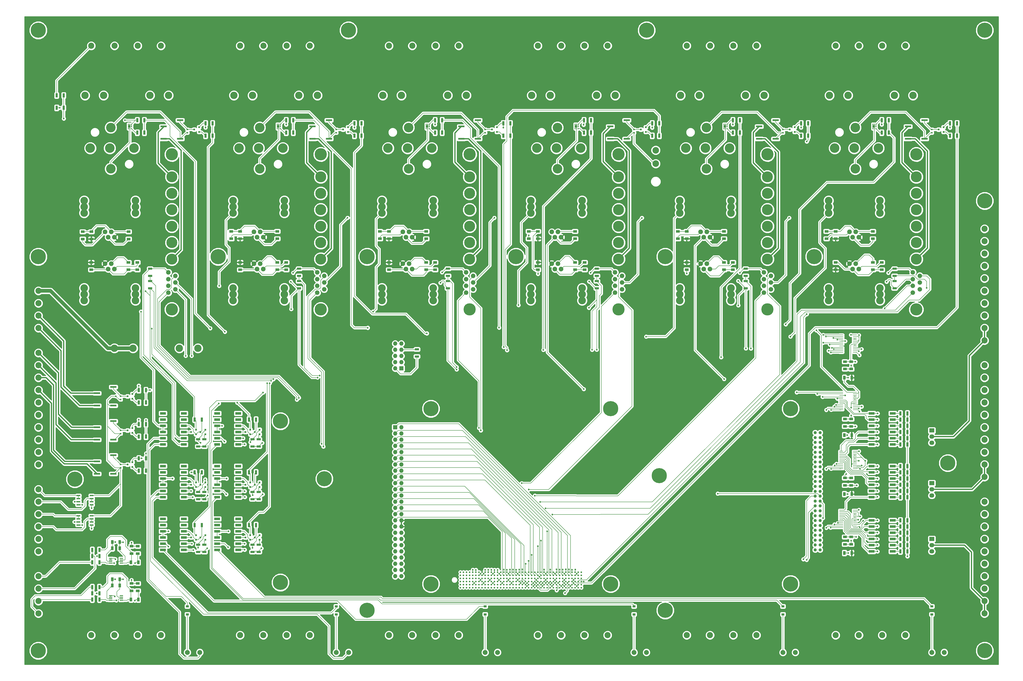
<source format=gbr>
G04 #@! TF.FileFunction,Copper,L1,Top,Plane*
%FSLAX46Y46*%
G04 Gerber Fmt 4.6, Leading zero omitted, Abs format (unit mm)*
G04 Created by KiCad (PCBNEW 4.0.2-stable) date 10/20/2016 9:17:16 AM*
%MOMM*%
G01*
G04 APERTURE LIST*
%ADD10C,0.100000*%
%ADD11C,6.197600*%
%ADD12C,3.900000*%
%ADD13R,1.727200X1.727200*%
%ADD14O,1.727200X1.727200*%
%ADD15C,0.640000*%
%ADD16C,3.000000*%
%ADD17R,1.550000X0.250000*%
%ADD18R,1.600000X1.000000*%
%ADD19R,1.000000X1.600000*%
%ADD20R,0.700000X0.600000*%
%ADD21R,2.660000X0.800000*%
%ADD22R,2.440000X1.130000*%
%ADD23R,2.032000X1.727200*%
%ADD24O,2.032000X1.727200*%
%ADD25R,0.800100X0.800100*%
%ADD26R,0.900000X1.700000*%
%ADD27R,1.700000X0.900000*%
%ADD28C,1.300000*%
%ADD29C,2.700000*%
%ADD30R,1.450000X0.450000*%
%ADD31R,1.550000X0.600000*%
%ADD32C,2.500000*%
%ADD33C,2.000000*%
%ADD34C,1.850000*%
%ADD35C,5.000000*%
%ADD36C,4.500000*%
%ADD37C,1.900000*%
%ADD38C,3.100000*%
%ADD39R,0.400000X0.470000*%
%ADD40R,1.000000X1.050000*%
%ADD41R,0.400000X0.660000*%
%ADD42R,1.220000X0.910000*%
%ADD43C,0.685800*%
%ADD44C,0.200000*%
%ADD45C,0.500000*%
%ADD46C,1.500000*%
%ADD47C,0.254000*%
G04 APERTURE END LIST*
D10*
D11*
X457403200Y-252095000D03*
X339293200Y-257302000D03*
X202133200Y-258572000D03*
X100025200Y-258699000D03*
X319410000Y-229870000D03*
X393040000Y-229870000D03*
X393040000Y-301600000D03*
X319410000Y-301600000D03*
X245770000Y-301600000D03*
X245770000Y-229870000D03*
X184150000Y-300990000D03*
X184150000Y-234950000D03*
D12*
X358546400Y-114757200D03*
X358546400Y-131648200D03*
X350139000Y-123190000D03*
X368046000Y-123190000D03*
X358140000Y-123190000D03*
D13*
X231140000Y-237490000D03*
D14*
X233680000Y-237490000D03*
X231140000Y-240030000D03*
X233680000Y-240030000D03*
X231140000Y-242570000D03*
X233680000Y-242570000D03*
X231140000Y-245110000D03*
X233680000Y-245110000D03*
X231140000Y-247650000D03*
X233680000Y-247650000D03*
X231140000Y-250190000D03*
X233680000Y-250190000D03*
X231140000Y-252730000D03*
X233680000Y-252730000D03*
X231140000Y-255270000D03*
X233680000Y-255270000D03*
X231140000Y-257810000D03*
X233680000Y-257810000D03*
X231140000Y-260350000D03*
X233680000Y-260350000D03*
X231140000Y-262890000D03*
X233680000Y-262890000D03*
X231140000Y-265430000D03*
X233680000Y-265430000D03*
X231140000Y-267970000D03*
X233680000Y-267970000D03*
X231140000Y-270510000D03*
X233680000Y-270510000D03*
X231140000Y-273050000D03*
X233680000Y-273050000D03*
X231140000Y-275590000D03*
X233680000Y-275590000D03*
X231140000Y-278130000D03*
X233680000Y-278130000D03*
X231140000Y-280670000D03*
X233680000Y-280670000D03*
X231140000Y-283210000D03*
X233680000Y-283210000D03*
X231140000Y-285750000D03*
X233680000Y-285750000D03*
X231140000Y-288290000D03*
X233680000Y-288290000D03*
X231140000Y-290830000D03*
X233680000Y-290830000D03*
X231140000Y-293370000D03*
X233680000Y-293370000D03*
X231140000Y-295910000D03*
X233680000Y-295910000D03*
X231140000Y-298450000D03*
X233680000Y-298450000D03*
D15*
X257835000Y-303125000D03*
X257835000Y-301855000D03*
X257835000Y-300585000D03*
X257835000Y-299315000D03*
X257835000Y-298045000D03*
X257835000Y-296775000D03*
X259105000Y-303125000D03*
X259105000Y-301855000D03*
X259105000Y-300585000D03*
X259105000Y-299315000D03*
X259105000Y-298045000D03*
X259105000Y-296775000D03*
X260375000Y-303125000D03*
X260375000Y-301855000D03*
X260375000Y-300585000D03*
X260375000Y-299315000D03*
X260375000Y-298045000D03*
X260375000Y-296775000D03*
X261645000Y-303125000D03*
X261645000Y-301855000D03*
X261645000Y-300585000D03*
X261645000Y-299315000D03*
X261645000Y-298045000D03*
X261645000Y-296775000D03*
X262915000Y-303125000D03*
X262915000Y-301855000D03*
X262915000Y-300585000D03*
X262915000Y-299315000D03*
X262915000Y-298045000D03*
X262915000Y-296775000D03*
X264185000Y-303125000D03*
X264185000Y-301855000D03*
X264185000Y-300585000D03*
X264185000Y-299315000D03*
X264185000Y-298045000D03*
X264185000Y-296775000D03*
X265455000Y-303125000D03*
X265455000Y-301855000D03*
X265455000Y-300585000D03*
X265455000Y-299315000D03*
X265455000Y-298045000D03*
X265455000Y-296775000D03*
X266725000Y-303125000D03*
X266725000Y-301855000D03*
X266725000Y-300585000D03*
X266725000Y-299315000D03*
X266725000Y-298045000D03*
X266725000Y-296775000D03*
X267995000Y-303125000D03*
X267995000Y-301855000D03*
X267995000Y-300585000D03*
X267995000Y-299315000D03*
X267995000Y-298045000D03*
X267995000Y-296775000D03*
X269265000Y-303125000D03*
X269265000Y-301855000D03*
X269265000Y-300585000D03*
X269265000Y-299315000D03*
X269265000Y-298045000D03*
X269265000Y-296775000D03*
X270535000Y-303125000D03*
X270535000Y-301855000D03*
X270535000Y-300585000D03*
X270535000Y-299315000D03*
X270535000Y-298045000D03*
X270535000Y-296775000D03*
X271805000Y-303125000D03*
X271805000Y-301855000D03*
X271805000Y-300585000D03*
X271805000Y-299315000D03*
X271805000Y-298045000D03*
X271805000Y-296775000D03*
X273075000Y-303125000D03*
X273075000Y-301855000D03*
X273075000Y-300585000D03*
X273075000Y-299315000D03*
X273075000Y-298045000D03*
X273075000Y-296775000D03*
X274345000Y-303125000D03*
X274345000Y-301855000D03*
X274345000Y-300585000D03*
X274345000Y-299315000D03*
X274345000Y-298045000D03*
X274345000Y-296775000D03*
X275615000Y-303125000D03*
X275615000Y-301855000D03*
X275615000Y-300585000D03*
X275615000Y-299315000D03*
X275615000Y-298045000D03*
X275615000Y-296775000D03*
X276885000Y-303125000D03*
X276885000Y-301855000D03*
X276885000Y-300585000D03*
X276885000Y-299315000D03*
X276885000Y-298045000D03*
X276885000Y-296775000D03*
X278155000Y-303125000D03*
X278155000Y-301855000D03*
X278155000Y-300585000D03*
X278155000Y-299315000D03*
X278155000Y-298045000D03*
X278155000Y-296775000D03*
X279425000Y-303125000D03*
X279425000Y-301855000D03*
X279425000Y-300585000D03*
X279425000Y-299315000D03*
X279425000Y-298045000D03*
X279425000Y-296775000D03*
X280695000Y-303125000D03*
X280695000Y-301855000D03*
X280695000Y-300585000D03*
X280695000Y-299315000D03*
X280695000Y-298045000D03*
X280695000Y-296775000D03*
X281965000Y-303125000D03*
X281965000Y-301855000D03*
X281965000Y-300585000D03*
X281965000Y-299315000D03*
X281965000Y-298045000D03*
X281965000Y-296775000D03*
X283235000Y-303125000D03*
X283235000Y-301855000D03*
X283235000Y-300585000D03*
X283235000Y-299315000D03*
X283235000Y-298045000D03*
X283235000Y-296775000D03*
X284505000Y-303125000D03*
X284505000Y-301855000D03*
X284505000Y-300585000D03*
X284505000Y-299315000D03*
X284505000Y-298045000D03*
X284505000Y-296775000D03*
X285775000Y-303125000D03*
X285775000Y-301855000D03*
X285775000Y-300585000D03*
X285775000Y-299315000D03*
X285775000Y-298045000D03*
X285775000Y-296775000D03*
X287045000Y-303125000D03*
X287045000Y-301855000D03*
X287045000Y-300585000D03*
X287045000Y-299315000D03*
X287045000Y-298045000D03*
X287045000Y-296775000D03*
X288315000Y-303125000D03*
X288315000Y-301855000D03*
X288315000Y-300585000D03*
X288315000Y-299315000D03*
X288315000Y-298045000D03*
X288315000Y-296775000D03*
X289585000Y-303125000D03*
X289585000Y-301855000D03*
X289585000Y-300585000D03*
X289585000Y-299315000D03*
X289585000Y-298045000D03*
X289585000Y-296775000D03*
X290855000Y-303125000D03*
X290855000Y-301855000D03*
X290855000Y-300585000D03*
X290855000Y-299315000D03*
X290855000Y-298045000D03*
X290855000Y-296775000D03*
X292125000Y-303125000D03*
X292125000Y-301855000D03*
X292125000Y-300585000D03*
X292125000Y-299315000D03*
X292125000Y-298045000D03*
X292125000Y-296775000D03*
X293395000Y-303125000D03*
X293395000Y-301855000D03*
X293395000Y-300585000D03*
X293395000Y-299315000D03*
X293395000Y-298045000D03*
X293395000Y-296775000D03*
X294665000Y-303125000D03*
X294665000Y-301855000D03*
X294665000Y-300585000D03*
X294665000Y-299315000D03*
X294665000Y-298045000D03*
X294665000Y-296775000D03*
X295935000Y-303125000D03*
X295935000Y-301855000D03*
X295935000Y-300585000D03*
X295935000Y-299315000D03*
X295935000Y-298045000D03*
X295935000Y-296775000D03*
X297205000Y-303125000D03*
X297205000Y-301855000D03*
X297205000Y-300585000D03*
X297205000Y-299315000D03*
X297205000Y-298045000D03*
X297205000Y-296775000D03*
X298475000Y-303125000D03*
X298475000Y-301855000D03*
X298475000Y-300585000D03*
X298475000Y-299315000D03*
X298475000Y-298045000D03*
X298475000Y-296775000D03*
X299745000Y-303125000D03*
X299745000Y-301855000D03*
X299745000Y-300585000D03*
X299745000Y-299315000D03*
X299745000Y-298045000D03*
X299745000Y-296775000D03*
X301015000Y-303125000D03*
X301015000Y-301855000D03*
X301015000Y-300585000D03*
X301015000Y-299315000D03*
X301015000Y-298045000D03*
X301015000Y-296775000D03*
X302285000Y-303125000D03*
X302285000Y-301855000D03*
X302285000Y-300585000D03*
X302285000Y-299315000D03*
X302285000Y-298045000D03*
X302285000Y-296775000D03*
X303555000Y-303125000D03*
X303555000Y-301855000D03*
X303555000Y-300585000D03*
X303555000Y-299315000D03*
X303555000Y-298045000D03*
X303555000Y-296775000D03*
X304825000Y-303125000D03*
X304825000Y-301855000D03*
X304825000Y-300585000D03*
X304825000Y-299315000D03*
X304825000Y-298045000D03*
X304825000Y-296775000D03*
X306095000Y-303125000D03*
X306095000Y-301855000D03*
X306095000Y-300585000D03*
X306095000Y-299315000D03*
X306095000Y-298045000D03*
X306095000Y-296775000D03*
X307365000Y-303125000D03*
X307365000Y-301855000D03*
X307365000Y-300585000D03*
X307365000Y-299315000D03*
X307365000Y-298045000D03*
X307365000Y-296775000D03*
D16*
X123825000Y-205105000D03*
X116205000Y-205105000D03*
X116205000Y-205105000D03*
X142795000Y-205105000D03*
X150415000Y-205105000D03*
D17*
X419360000Y-199625000D03*
X413760000Y-199625000D03*
X419360000Y-200275000D03*
X413760000Y-200275000D03*
X419360000Y-200925000D03*
X413760000Y-200925000D03*
X419360000Y-201575000D03*
X413760000Y-201575000D03*
X419360000Y-202225000D03*
X413760000Y-202225000D03*
X419360000Y-202875000D03*
X413760000Y-202875000D03*
X419360000Y-203525000D03*
X413760000Y-203525000D03*
X419360000Y-204175000D03*
X413760000Y-204175000D03*
X419360000Y-204825000D03*
X413760000Y-204825000D03*
X419360000Y-205475000D03*
X413760000Y-205475000D03*
X419360000Y-206125000D03*
X413760000Y-206125000D03*
X419360000Y-206775000D03*
X413760000Y-206775000D03*
X419360000Y-223120000D03*
X413760000Y-223120000D03*
X419360000Y-223770000D03*
X413760000Y-223770000D03*
X419360000Y-224420000D03*
X413760000Y-224420000D03*
X419360000Y-225070000D03*
X413760000Y-225070000D03*
X419360000Y-225720000D03*
X413760000Y-225720000D03*
X419360000Y-226370000D03*
X413760000Y-226370000D03*
X419360000Y-227020000D03*
X413760000Y-227020000D03*
X419360000Y-227670000D03*
X413760000Y-227670000D03*
X419360000Y-228320000D03*
X413760000Y-228320000D03*
X419360000Y-228970000D03*
X413760000Y-228970000D03*
X419360000Y-229620000D03*
X413760000Y-229620000D03*
X419360000Y-230270000D03*
X413760000Y-230270000D03*
X419360000Y-247250000D03*
X413760000Y-247250000D03*
X419360000Y-247900000D03*
X413760000Y-247900000D03*
X419360000Y-248550000D03*
X413760000Y-248550000D03*
X419360000Y-249200000D03*
X413760000Y-249200000D03*
X419360000Y-249850000D03*
X413760000Y-249850000D03*
X419360000Y-250500000D03*
X413760000Y-250500000D03*
X419360000Y-251150000D03*
X413760000Y-251150000D03*
X419360000Y-251800000D03*
X413760000Y-251800000D03*
X419360000Y-252450000D03*
X413760000Y-252450000D03*
X419360000Y-253100000D03*
X413760000Y-253100000D03*
X419360000Y-253750000D03*
X413760000Y-253750000D03*
X419360000Y-254400000D03*
X413760000Y-254400000D03*
X419360000Y-271380000D03*
X413760000Y-271380000D03*
X419360000Y-272030000D03*
X413760000Y-272030000D03*
X419360000Y-272680000D03*
X413760000Y-272680000D03*
X419360000Y-273330000D03*
X413760000Y-273330000D03*
X419360000Y-273980000D03*
X413760000Y-273980000D03*
X419360000Y-274630000D03*
X413760000Y-274630000D03*
X419360000Y-275280000D03*
X413760000Y-275280000D03*
X419360000Y-275930000D03*
X413760000Y-275930000D03*
X419360000Y-276580000D03*
X413760000Y-276580000D03*
X419360000Y-277230000D03*
X413760000Y-277230000D03*
X419360000Y-277880000D03*
X413760000Y-277880000D03*
X419360000Y-278530000D03*
X413760000Y-278530000D03*
D18*
X417830000Y-210590000D03*
X417830000Y-213590000D03*
X415290000Y-210590000D03*
X415290000Y-213590000D03*
D19*
X418060000Y-217170000D03*
X415060000Y-217170000D03*
D18*
X417830000Y-258215000D03*
X417830000Y-261215000D03*
X415290000Y-258215000D03*
X415290000Y-261215000D03*
D19*
X418060000Y-264795000D03*
X415060000Y-264795000D03*
D18*
X417830000Y-234085000D03*
X417830000Y-237085000D03*
X415290000Y-234085000D03*
X415290000Y-237085000D03*
D19*
X418060000Y-240665000D03*
X415060000Y-240665000D03*
D18*
X417830000Y-282345000D03*
X417830000Y-285345000D03*
X415290000Y-282345000D03*
X415290000Y-285345000D03*
D19*
X418060000Y-288925000D03*
X415060000Y-288925000D03*
D18*
X106680000Y-172950000D03*
X106680000Y-169950000D03*
X123190000Y-289155000D03*
X123190000Y-286155000D03*
X106756200Y-157377000D03*
X106756200Y-160377000D03*
D19*
X125960000Y-292735000D03*
X122960000Y-292735000D03*
X115340000Y-287020000D03*
X118340000Y-287020000D03*
D18*
X125730000Y-286155000D03*
X125730000Y-289155000D03*
D19*
X115340000Y-284480000D03*
X118340000Y-284480000D03*
D18*
X121920000Y-172950000D03*
X121920000Y-169950000D03*
X121996200Y-157377000D03*
X121996200Y-160377000D03*
X123190000Y-304395000D03*
X123190000Y-301395000D03*
D19*
X125960000Y-307975000D03*
X122960000Y-307975000D03*
X115340000Y-302260000D03*
X118340000Y-302260000D03*
D18*
X125730000Y-301395000D03*
X125730000Y-304395000D03*
D19*
X115340000Y-299720000D03*
X118340000Y-299720000D03*
D18*
X167640000Y-172950000D03*
X167640000Y-169950000D03*
X167640000Y-157250000D03*
X167640000Y-160250000D03*
X182880000Y-172950000D03*
X182880000Y-169950000D03*
X182880000Y-157250000D03*
X182880000Y-160250000D03*
X228600000Y-172950000D03*
X228600000Y-169950000D03*
X228600000Y-157250000D03*
X228600000Y-160250000D03*
X243840000Y-172950000D03*
X243840000Y-169950000D03*
X243840000Y-157250000D03*
X243840000Y-160250000D03*
X289560000Y-172950000D03*
X289560000Y-169950000D03*
X289560000Y-157250000D03*
X289560000Y-160250000D03*
X304800000Y-172950000D03*
X304800000Y-169950000D03*
X304800000Y-157250000D03*
X304800000Y-160250000D03*
X350520000Y-172950000D03*
X350520000Y-169950000D03*
X350520000Y-157250000D03*
X350520000Y-160250000D03*
X365760000Y-172950000D03*
X365760000Y-169950000D03*
X365760000Y-157250000D03*
X365760000Y-160250000D03*
X411480000Y-169950000D03*
X411480000Y-172950000D03*
X411480000Y-157250000D03*
X411480000Y-160250000D03*
X426720000Y-172950000D03*
X426720000Y-169950000D03*
X426720000Y-157250000D03*
X426720000Y-160250000D03*
D13*
X233680000Y-213360000D03*
D14*
X231140000Y-213360000D03*
X233680000Y-210820000D03*
X231140000Y-210820000D03*
X233680000Y-208280000D03*
X231140000Y-208280000D03*
X233680000Y-205740000D03*
X231140000Y-205740000D03*
X233680000Y-203200000D03*
X231140000Y-203200000D03*
D20*
X146050000Y-115505000D03*
X146050000Y-116905000D03*
X118745000Y-224725000D03*
X118745000Y-226125000D03*
X118745000Y-238695000D03*
X118745000Y-240095000D03*
X118745000Y-252665000D03*
X118745000Y-254065000D03*
X207010000Y-115505000D03*
X207010000Y-116905000D03*
X267970000Y-115505000D03*
X267970000Y-116905000D03*
X328930000Y-115505000D03*
X328930000Y-116905000D03*
X389890000Y-115505000D03*
X389890000Y-116905000D03*
X450850000Y-115505000D03*
X450850000Y-116905000D03*
D21*
X115765000Y-220980000D03*
X109025000Y-223520000D03*
X115765000Y-228600000D03*
X109025000Y-228600000D03*
X143070000Y-111760000D03*
X136330000Y-114300000D03*
X143070000Y-119380000D03*
X136330000Y-119380000D03*
X204030000Y-111760000D03*
X197290000Y-114300000D03*
X204030000Y-119380000D03*
X197290000Y-119380000D03*
X264990000Y-111760000D03*
X258250000Y-114300000D03*
X264990000Y-119380000D03*
X258250000Y-119380000D03*
X325950000Y-111760000D03*
X319210000Y-114300000D03*
X325950000Y-119380000D03*
X319210000Y-119380000D03*
X386910000Y-111760000D03*
X380170000Y-114300000D03*
X386910000Y-119380000D03*
X380170000Y-119380000D03*
X447870000Y-111760000D03*
X441130000Y-114300000D03*
X447870000Y-119380000D03*
X441130000Y-119380000D03*
D22*
X434830000Y-231775000D03*
X426230000Y-231775000D03*
X434830000Y-234315000D03*
X426230000Y-234315000D03*
X434830000Y-236855000D03*
X426230000Y-236855000D03*
X434830000Y-239395000D03*
X426230000Y-239395000D03*
X434830000Y-241935000D03*
X426230000Y-241935000D03*
X434830000Y-244475000D03*
X426230000Y-244475000D03*
X434830000Y-253365000D03*
X426230000Y-253365000D03*
X434830000Y-255905000D03*
X426230000Y-255905000D03*
X434830000Y-258445000D03*
X426230000Y-258445000D03*
X434830000Y-260985000D03*
X426230000Y-260985000D03*
X434830000Y-263525000D03*
X426230000Y-263525000D03*
X434830000Y-266065000D03*
X426230000Y-266065000D03*
X434830000Y-275590000D03*
X426230000Y-275590000D03*
X434830000Y-278130000D03*
X426230000Y-278130000D03*
X434830000Y-280670000D03*
X426230000Y-280670000D03*
X434830000Y-283210000D03*
X426230000Y-283210000D03*
X434830000Y-285750000D03*
X426230000Y-285750000D03*
X434830000Y-288290000D03*
X426230000Y-288290000D03*
X136035000Y-244475000D03*
X144635000Y-244475000D03*
X136035000Y-241935000D03*
X144635000Y-241935000D03*
X136035000Y-239395000D03*
X144635000Y-239395000D03*
X136035000Y-236855000D03*
X144635000Y-236855000D03*
X136035000Y-234315000D03*
X144635000Y-234315000D03*
X136035000Y-231775000D03*
X144635000Y-231775000D03*
X136035000Y-266065000D03*
X144635000Y-266065000D03*
X136035000Y-263525000D03*
X144635000Y-263525000D03*
X136035000Y-260985000D03*
X144635000Y-260985000D03*
X136035000Y-258445000D03*
X144635000Y-258445000D03*
X136035000Y-255905000D03*
X144635000Y-255905000D03*
X136035000Y-253365000D03*
X144635000Y-253365000D03*
X136035000Y-287655000D03*
X144635000Y-287655000D03*
X136035000Y-285115000D03*
X144635000Y-285115000D03*
X136035000Y-282575000D03*
X144635000Y-282575000D03*
X136035000Y-280035000D03*
X144635000Y-280035000D03*
X136035000Y-277495000D03*
X144635000Y-277495000D03*
X136035000Y-274955000D03*
X144635000Y-274955000D03*
X158260000Y-244475000D03*
X166860000Y-244475000D03*
X158260000Y-241935000D03*
X166860000Y-241935000D03*
X158260000Y-239395000D03*
X166860000Y-239395000D03*
X158260000Y-236855000D03*
X166860000Y-236855000D03*
X158260000Y-234315000D03*
X166860000Y-234315000D03*
X158260000Y-231775000D03*
X166860000Y-231775000D03*
X158260000Y-266065000D03*
X166860000Y-266065000D03*
X158260000Y-263525000D03*
X166860000Y-263525000D03*
X158260000Y-260985000D03*
X166860000Y-260985000D03*
X158260000Y-258445000D03*
X166860000Y-258445000D03*
X158260000Y-255905000D03*
X166860000Y-255905000D03*
X158260000Y-253365000D03*
X166860000Y-253365000D03*
X158260000Y-287655000D03*
X166860000Y-287655000D03*
X158260000Y-285115000D03*
X166860000Y-285115000D03*
X158260000Y-282575000D03*
X166860000Y-282575000D03*
X158260000Y-280035000D03*
X166860000Y-280035000D03*
X158260000Y-277495000D03*
X166860000Y-277495000D03*
X158260000Y-274955000D03*
X166860000Y-274955000D03*
D16*
X111760000Y-101600000D03*
X104140000Y-101600000D03*
X104140000Y-101600000D03*
X130730000Y-101600000D03*
X138350000Y-101600000D03*
X172720000Y-101600000D03*
X165100000Y-101600000D03*
X165100000Y-101600000D03*
X191690000Y-101600000D03*
X199310000Y-101600000D03*
X233680000Y-101600000D03*
X226060000Y-101600000D03*
X226060000Y-101600000D03*
X252650000Y-101600000D03*
X260270000Y-101600000D03*
X294640000Y-101600000D03*
X287020000Y-101600000D03*
X287020000Y-101600000D03*
X313610000Y-101600000D03*
X321230000Y-101600000D03*
X355600000Y-101600000D03*
X347980000Y-101600000D03*
X347980000Y-101600000D03*
X374570000Y-101600000D03*
X382190000Y-101600000D03*
X416560000Y-101600000D03*
X408940000Y-101600000D03*
X408940000Y-101600000D03*
X435530000Y-101600000D03*
X443150000Y-101600000D03*
D23*
X450850000Y-238760000D03*
D24*
X450850000Y-241300000D03*
X450850000Y-243840000D03*
D23*
X450850000Y-260350000D03*
D24*
X450850000Y-262890000D03*
X450850000Y-265430000D03*
D23*
X450850000Y-283210000D03*
D24*
X450850000Y-285750000D03*
X450850000Y-288290000D03*
D25*
X150860760Y-116520000D03*
X150860760Y-114620000D03*
X148861780Y-115570000D03*
X153400760Y-240345000D03*
X153400760Y-238445000D03*
X151401780Y-239395000D03*
X149590760Y-240345000D03*
X149590760Y-238445000D03*
X147591780Y-239395000D03*
X123555760Y-225740000D03*
X123555760Y-223840000D03*
X121556780Y-224790000D03*
X123555760Y-239710000D03*
X123555760Y-237810000D03*
X121556780Y-238760000D03*
X123555760Y-253680000D03*
X123555760Y-251780000D03*
X121556780Y-252730000D03*
X153400760Y-261935000D03*
X153400760Y-260035000D03*
X151401780Y-260985000D03*
X211820760Y-116520000D03*
X211820760Y-114620000D03*
X209821780Y-115570000D03*
X149590760Y-261935000D03*
X149590760Y-260035000D03*
X147591780Y-260985000D03*
X153400760Y-283525000D03*
X153400760Y-281625000D03*
X151401780Y-282575000D03*
X272780760Y-116520000D03*
X272780760Y-114620000D03*
X270781780Y-115570000D03*
X149590760Y-283525000D03*
X149590760Y-281625000D03*
X147591780Y-282575000D03*
X175625760Y-240345000D03*
X175625760Y-238445000D03*
X173626780Y-239395000D03*
X333740760Y-116520000D03*
X333740760Y-114620000D03*
X331741780Y-115570000D03*
X171815760Y-240345000D03*
X171815760Y-238445000D03*
X169816780Y-239395000D03*
X175625760Y-261935000D03*
X175625760Y-260035000D03*
X173626780Y-260985000D03*
X394700760Y-116520000D03*
X394700760Y-114620000D03*
X392701780Y-115570000D03*
X171815760Y-261935000D03*
X171815760Y-260035000D03*
X169816780Y-260985000D03*
X175625760Y-283525000D03*
X175625760Y-281625000D03*
X173626780Y-282575000D03*
X455660760Y-116520000D03*
X455660760Y-114620000D03*
X453661780Y-115570000D03*
X171815760Y-283525000D03*
X171815760Y-281625000D03*
X169816780Y-282575000D03*
D26*
X125550000Y-116840000D03*
X128450000Y-116840000D03*
X125550000Y-111760000D03*
X128450000Y-111760000D03*
X153490000Y-118110000D03*
X156390000Y-118110000D03*
X153490000Y-113030000D03*
X156390000Y-113030000D03*
D27*
X153035000Y-242390000D03*
X153035000Y-245290000D03*
X150495000Y-242390000D03*
X150495000Y-245290000D03*
D26*
X151945000Y-234315000D03*
X149045000Y-234315000D03*
X126185000Y-222250000D03*
X129085000Y-222250000D03*
X126185000Y-236220000D03*
X129085000Y-236220000D03*
X126185000Y-250190000D03*
X129085000Y-250190000D03*
X126185000Y-227330000D03*
X129085000Y-227330000D03*
X126185000Y-241300000D03*
X129085000Y-241300000D03*
X126185000Y-255270000D03*
X129085000Y-255270000D03*
X107135000Y-290195000D03*
X110035000Y-290195000D03*
X107135000Y-287655000D03*
X110035000Y-287655000D03*
X107135000Y-292735000D03*
X110035000Y-292735000D03*
X95430000Y-101600000D03*
X92530000Y-101600000D03*
X92530000Y-106680000D03*
X95430000Y-106680000D03*
D27*
X240030000Y-208460000D03*
X240030000Y-205560000D03*
D26*
X440870000Y-253365000D03*
X437970000Y-253365000D03*
X440870000Y-255905000D03*
X437970000Y-255905000D03*
X440870000Y-258445000D03*
X437970000Y-258445000D03*
X440870000Y-260985000D03*
X437970000Y-260985000D03*
X440870000Y-263525000D03*
X437970000Y-263525000D03*
X440870000Y-266065000D03*
X437970000Y-266065000D03*
X440870000Y-231775000D03*
X437970000Y-231775000D03*
X440870000Y-234315000D03*
X437970000Y-234315000D03*
X440870000Y-236855000D03*
X437970000Y-236855000D03*
X440870000Y-239395000D03*
X437970000Y-239395000D03*
X440870000Y-241935000D03*
X437970000Y-241935000D03*
X440870000Y-244475000D03*
X437970000Y-244475000D03*
X440870000Y-275590000D03*
X437970000Y-275590000D03*
X440870000Y-278130000D03*
X437970000Y-278130000D03*
X440870000Y-280670000D03*
X437970000Y-280670000D03*
X440870000Y-283210000D03*
X437970000Y-283210000D03*
X440870000Y-285750000D03*
X437970000Y-285750000D03*
X440870000Y-288290000D03*
X437970000Y-288290000D03*
X107135000Y-305435000D03*
X110035000Y-305435000D03*
X107135000Y-302895000D03*
X110035000Y-302895000D03*
X107135000Y-307975000D03*
X110035000Y-307975000D03*
D27*
X130810000Y-180520000D03*
X130810000Y-177620000D03*
X130810000Y-172540000D03*
X130810000Y-175440000D03*
X150495000Y-263980000D03*
X150495000Y-266880000D03*
D26*
X214450000Y-113030000D03*
X217350000Y-113030000D03*
X186510000Y-111760000D03*
X189410000Y-111760000D03*
D27*
X153035000Y-263980000D03*
X153035000Y-266880000D03*
D26*
X214450000Y-118110000D03*
X217350000Y-118110000D03*
X186510000Y-116840000D03*
X189410000Y-116840000D03*
X151945000Y-255905000D03*
X149045000Y-255905000D03*
D27*
X191770000Y-180520000D03*
X191770000Y-177620000D03*
X191770000Y-172540000D03*
X191770000Y-175440000D03*
X150495000Y-285570000D03*
X150495000Y-288470000D03*
D26*
X275410000Y-113030000D03*
X278310000Y-113030000D03*
X247470000Y-111760000D03*
X250370000Y-111760000D03*
D27*
X153035000Y-285570000D03*
X153035000Y-288470000D03*
D26*
X275410000Y-118110000D03*
X278310000Y-118110000D03*
X247470000Y-116840000D03*
X250370000Y-116840000D03*
X151945000Y-277495000D03*
X149045000Y-277495000D03*
D27*
X252730000Y-180520000D03*
X252730000Y-177620000D03*
X252730000Y-172540000D03*
X252730000Y-175440000D03*
X172720000Y-242390000D03*
X172720000Y-245290000D03*
D26*
X336370000Y-113030000D03*
X339270000Y-113030000D03*
X308430000Y-111760000D03*
X311330000Y-111760000D03*
D27*
X175260000Y-242390000D03*
X175260000Y-245290000D03*
D26*
X336370000Y-118110000D03*
X339270000Y-118110000D03*
X308430000Y-116840000D03*
X311330000Y-116840000D03*
X174170000Y-234315000D03*
X171270000Y-234315000D03*
D27*
X313690000Y-180520000D03*
X313690000Y-177620000D03*
X313690000Y-172540000D03*
X313690000Y-175440000D03*
X172720000Y-263980000D03*
X172720000Y-266880000D03*
D26*
X397330000Y-113030000D03*
X400230000Y-113030000D03*
X369390000Y-111760000D03*
X372290000Y-111760000D03*
D27*
X175260000Y-263980000D03*
X175260000Y-266880000D03*
D26*
X397330000Y-118110000D03*
X400230000Y-118110000D03*
X369390000Y-116840000D03*
X372290000Y-116840000D03*
X174170000Y-255905000D03*
X171270000Y-255905000D03*
D27*
X374650000Y-180520000D03*
X374650000Y-177620000D03*
X374650000Y-172540000D03*
X374650000Y-175440000D03*
X172720000Y-285570000D03*
X172720000Y-288470000D03*
D26*
X458290000Y-113030000D03*
X461190000Y-113030000D03*
X430350000Y-111760000D03*
X433250000Y-111760000D03*
D27*
X175260000Y-285570000D03*
X175260000Y-288470000D03*
D26*
X458290000Y-118110000D03*
X461190000Y-118110000D03*
X430350000Y-116840000D03*
X433250000Y-116840000D03*
X174170000Y-277495000D03*
X171270000Y-277495000D03*
D27*
X435610000Y-180520000D03*
X435610000Y-177620000D03*
X435610000Y-172540000D03*
X435610000Y-175440000D03*
D21*
X115765000Y-234950000D03*
X109025000Y-237490000D03*
X115765000Y-242570000D03*
X109025000Y-242570000D03*
X115765000Y-248920000D03*
X109025000Y-251460000D03*
X115765000Y-256540000D03*
X109025000Y-256540000D03*
D28*
X405130000Y-287655000D03*
X403130000Y-287655000D03*
X405130000Y-285655000D03*
X403130000Y-285655000D03*
X405130000Y-283655000D03*
X403130000Y-283655000D03*
X405130000Y-281655000D03*
X403130000Y-281655000D03*
X405130000Y-279655000D03*
X403130000Y-279655000D03*
X405130000Y-277655000D03*
X403130000Y-277655000D03*
X405130000Y-275655000D03*
X403130000Y-275655000D03*
X405130000Y-273655000D03*
X403130000Y-273655000D03*
X405130000Y-271655000D03*
X403130000Y-271655000D03*
X405130000Y-269655000D03*
X403130000Y-269655000D03*
X405130000Y-267655000D03*
X403130000Y-267655000D03*
X405130000Y-265655000D03*
X403130000Y-265655000D03*
X405130000Y-263655000D03*
X403130000Y-263655000D03*
X405130000Y-261655000D03*
X403130000Y-261655000D03*
X405130000Y-259655000D03*
X403130000Y-259655000D03*
X405130000Y-257655000D03*
X403130000Y-257655000D03*
X405130000Y-255655000D03*
X403130000Y-255655000D03*
X405130000Y-253655000D03*
X403130000Y-253655000D03*
X405130000Y-251655000D03*
X403130000Y-251655000D03*
X405130000Y-249655000D03*
X403130000Y-249655000D03*
X405130000Y-247655000D03*
X403130000Y-247655000D03*
X405130000Y-245655000D03*
X403130000Y-245655000D03*
X405130000Y-243655000D03*
X403130000Y-243655000D03*
X405130000Y-241655000D03*
X403130000Y-241655000D03*
X405130000Y-239655000D03*
X403130000Y-239655000D03*
D29*
X337820000Y-124040000D03*
X337820000Y-129540000D03*
D30*
X119040000Y-293075000D03*
X119040000Y-292425000D03*
X119040000Y-291775000D03*
X119040000Y-291125000D03*
X114640000Y-291125000D03*
X114640000Y-291775000D03*
X114640000Y-292425000D03*
X114640000Y-293075000D03*
X119040000Y-308315000D03*
X119040000Y-307665000D03*
X119040000Y-307015000D03*
X119040000Y-306365000D03*
X114640000Y-306365000D03*
X114640000Y-307015000D03*
X114640000Y-307665000D03*
X114640000Y-308315000D03*
D31*
X101440000Y-265430000D03*
X101440000Y-266700000D03*
X101440000Y-267970000D03*
X101440000Y-269240000D03*
X106840000Y-269240000D03*
X106840000Y-267970000D03*
X106840000Y-266700000D03*
X106840000Y-265430000D03*
X101440000Y-273685000D03*
X101440000Y-274955000D03*
X101440000Y-276225000D03*
X101440000Y-277495000D03*
X106840000Y-277495000D03*
X106840000Y-276225000D03*
X106840000Y-274955000D03*
X106840000Y-273685000D03*
D32*
X440055000Y-81280000D03*
X430535000Y-81280000D03*
X421015000Y-81280000D03*
X411495000Y-81280000D03*
X379095000Y-81280000D03*
X369575000Y-81280000D03*
X360055000Y-81280000D03*
X350535000Y-81280000D03*
X318135000Y-81280000D03*
X308615000Y-81280000D03*
X299095000Y-81280000D03*
X289575000Y-81280000D03*
X257175000Y-81280000D03*
X247655000Y-81280000D03*
X238135000Y-81280000D03*
X228615000Y-81280000D03*
X196215000Y-81280000D03*
X186695000Y-81280000D03*
X177175000Y-81280000D03*
X167655000Y-81280000D03*
X135255000Y-81280000D03*
X125735000Y-81280000D03*
X116215000Y-81280000D03*
X106695000Y-81280000D03*
X411480000Y-322580000D03*
X421000000Y-322580000D03*
X430520000Y-322580000D03*
X440040000Y-322580000D03*
X350520000Y-322580000D03*
X360040000Y-322580000D03*
X369560000Y-322580000D03*
X379080000Y-322580000D03*
X289560000Y-322580000D03*
X299080000Y-322580000D03*
X308600000Y-322580000D03*
X318120000Y-322580000D03*
X228600000Y-322580000D03*
X238120000Y-322580000D03*
X247640000Y-322580000D03*
X257160000Y-322580000D03*
X167640000Y-322580000D03*
X177160000Y-322580000D03*
X186680000Y-322580000D03*
X196200000Y-322580000D03*
X106680000Y-322580000D03*
X116200000Y-322580000D03*
X125720000Y-322580000D03*
X135240000Y-322580000D03*
D33*
X450850000Y-329628500D03*
X455930000Y-329628500D03*
X389890000Y-329628500D03*
X394970000Y-329628500D03*
X328930000Y-329628500D03*
X334010000Y-329628500D03*
X267970000Y-329628500D03*
X273050000Y-329628500D03*
X207010000Y-329628500D03*
X212090000Y-329628500D03*
X146050000Y-329628500D03*
X151130000Y-329628500D03*
D34*
X445920000Y-180980000D03*
X445920000Y-178210000D03*
X445920000Y-175440000D03*
X443080000Y-182350000D03*
X443080000Y-179580000D03*
X443080000Y-176810000D03*
X443080000Y-174040000D03*
D35*
X444500000Y-189230000D03*
X444500000Y-125730000D03*
D36*
X444500000Y-168600000D03*
X444500000Y-161870000D03*
X444500000Y-155140000D03*
X444500000Y-148410000D03*
X444500000Y-141680000D03*
X444500000Y-134950000D03*
D34*
X384960000Y-180980000D03*
X384960000Y-178210000D03*
X384960000Y-175440000D03*
X382120000Y-182350000D03*
X382120000Y-179580000D03*
X382120000Y-176810000D03*
X382120000Y-174040000D03*
D35*
X383540000Y-189230000D03*
X383540000Y-125730000D03*
D36*
X383540000Y-168600000D03*
X383540000Y-161870000D03*
X383540000Y-155140000D03*
X383540000Y-148410000D03*
X383540000Y-141680000D03*
X383540000Y-134950000D03*
D34*
X324000000Y-180980000D03*
X324000000Y-178210000D03*
X324000000Y-175440000D03*
X321160000Y-182350000D03*
X321160000Y-179580000D03*
X321160000Y-176810000D03*
X321160000Y-174040000D03*
D35*
X322580000Y-189230000D03*
X322580000Y-125730000D03*
D36*
X322580000Y-168600000D03*
X322580000Y-161870000D03*
X322580000Y-155140000D03*
X322580000Y-148410000D03*
X322580000Y-141680000D03*
X322580000Y-134950000D03*
D34*
X263040000Y-180980000D03*
X263040000Y-178210000D03*
X263040000Y-175440000D03*
X260200000Y-182350000D03*
X260200000Y-179580000D03*
X260200000Y-176810000D03*
X260200000Y-174040000D03*
D35*
X261620000Y-189230000D03*
X261620000Y-125730000D03*
D36*
X261620000Y-168600000D03*
X261620000Y-161870000D03*
X261620000Y-155140000D03*
X261620000Y-148410000D03*
X261620000Y-141680000D03*
X261620000Y-134950000D03*
D34*
X202080000Y-180980000D03*
X202080000Y-178210000D03*
X202080000Y-175440000D03*
X199240000Y-182350000D03*
X199240000Y-179580000D03*
X199240000Y-176810000D03*
X199240000Y-174040000D03*
D35*
X200660000Y-189230000D03*
X200660000Y-125730000D03*
D36*
X200660000Y-168600000D03*
X200660000Y-161870000D03*
X200660000Y-155140000D03*
X200660000Y-148410000D03*
X200660000Y-141680000D03*
X200660000Y-134950000D03*
D34*
X141120000Y-180980000D03*
X141120000Y-178210000D03*
X141120000Y-175440000D03*
X138280000Y-182350000D03*
X138280000Y-179580000D03*
X138280000Y-176810000D03*
X138280000Y-174040000D03*
D35*
X139700000Y-189230000D03*
X139700000Y-125730000D03*
D36*
X139700000Y-168600000D03*
X139700000Y-161870000D03*
X139700000Y-155140000D03*
X139700000Y-148410000D03*
X139700000Y-141680000D03*
X139700000Y-134950000D03*
D32*
X85090000Y-181610000D03*
X85090000Y-186690000D03*
X85090000Y-191770000D03*
X85090000Y-196850000D03*
X85090000Y-298450000D03*
X85090000Y-303530000D03*
X85090000Y-308610000D03*
X85090000Y-313690000D03*
X85090000Y-262890000D03*
X85090000Y-267970000D03*
X85090000Y-273050000D03*
X85090000Y-278130000D03*
X85090000Y-283210000D03*
X85090000Y-288290000D03*
X472440000Y-201930000D03*
X472440000Y-196850000D03*
X472440000Y-191770000D03*
X472440000Y-186690000D03*
X472440000Y-181610000D03*
X472440000Y-176530000D03*
X472440000Y-171450000D03*
X472440000Y-166370000D03*
X472440000Y-161290000D03*
X472440000Y-156210000D03*
X472440000Y-257810000D03*
X472440000Y-252730000D03*
X472440000Y-247650000D03*
X472440000Y-242570000D03*
X472440000Y-237490000D03*
X472440000Y-232410000D03*
X472440000Y-227330000D03*
X472440000Y-222250000D03*
X472440000Y-217170000D03*
X472440000Y-212090000D03*
X472440000Y-313690000D03*
X472440000Y-308610000D03*
X472440000Y-303530000D03*
X472440000Y-298450000D03*
X472440000Y-293370000D03*
X472440000Y-288290000D03*
X472440000Y-283210000D03*
X472440000Y-278130000D03*
X472440000Y-273050000D03*
X472440000Y-267970000D03*
X85090000Y-207010000D03*
X85090000Y-212090000D03*
X85090000Y-217170000D03*
X85090000Y-222250000D03*
X85090000Y-227330000D03*
X85090000Y-232410000D03*
X85090000Y-237490000D03*
X85090000Y-242570000D03*
X85090000Y-247650000D03*
X85090000Y-252730000D03*
D37*
X112395000Y-157480000D03*
X114935000Y-157480000D03*
X113665000Y-159680000D03*
X116205000Y-159680000D03*
D38*
X124800000Y-147170000D03*
X124800000Y-144630000D03*
X124800000Y-149710000D03*
X103800000Y-144630000D03*
X103800000Y-147170000D03*
X103800000Y-149710000D03*
D37*
X173355000Y-157480000D03*
X175895000Y-157480000D03*
X174625000Y-159680000D03*
X177165000Y-159680000D03*
D38*
X185760000Y-147170000D03*
X185760000Y-144630000D03*
X185760000Y-149710000D03*
X164760000Y-144630000D03*
X164760000Y-147170000D03*
X164760000Y-149710000D03*
D37*
X234315000Y-157480000D03*
X236855000Y-157480000D03*
X235585000Y-159680000D03*
X238125000Y-159680000D03*
D38*
X246720000Y-147170000D03*
X246720000Y-144630000D03*
X246720000Y-149710000D03*
X225720000Y-144630000D03*
X225720000Y-147170000D03*
X225720000Y-149710000D03*
D37*
X295275000Y-157480000D03*
X297815000Y-157480000D03*
X296545000Y-159680000D03*
X299085000Y-159680000D03*
D38*
X307680000Y-147170000D03*
X307680000Y-144630000D03*
X307680000Y-149710000D03*
X286680000Y-144630000D03*
X286680000Y-147170000D03*
X286680000Y-149710000D03*
D37*
X356235000Y-157480000D03*
X358775000Y-157480000D03*
X357505000Y-159680000D03*
X360045000Y-159680000D03*
D38*
X368640000Y-147170000D03*
X368640000Y-144630000D03*
X368640000Y-149710000D03*
X347640000Y-144630000D03*
X347640000Y-147170000D03*
X347640000Y-149710000D03*
D37*
X417195000Y-157480000D03*
X419735000Y-157480000D03*
X418465000Y-159680000D03*
X421005000Y-159680000D03*
D38*
X429600000Y-147170000D03*
X429600000Y-144630000D03*
X429600000Y-149710000D03*
X408600000Y-144630000D03*
X408600000Y-147170000D03*
X408600000Y-149710000D03*
D37*
X116205000Y-172720000D03*
X113665000Y-172720000D03*
X114935000Y-170520000D03*
X112395000Y-170520000D03*
D38*
X103800000Y-183030000D03*
X103800000Y-185570000D03*
X103800000Y-180490000D03*
X124800000Y-185570000D03*
X124800000Y-183030000D03*
X124800000Y-180490000D03*
D37*
X177165000Y-172720000D03*
X174625000Y-172720000D03*
X175895000Y-170520000D03*
X173355000Y-170520000D03*
D38*
X164760000Y-183030000D03*
X164760000Y-185570000D03*
X164760000Y-180490000D03*
X185760000Y-185570000D03*
X185760000Y-183030000D03*
X185760000Y-180490000D03*
D37*
X238125000Y-172720000D03*
X235585000Y-172720000D03*
X236855000Y-170520000D03*
X234315000Y-170520000D03*
D38*
X225720000Y-183030000D03*
X225720000Y-185570000D03*
X225720000Y-180490000D03*
X246720000Y-185570000D03*
X246720000Y-183030000D03*
X246720000Y-180490000D03*
D37*
X299085000Y-172720000D03*
X296545000Y-172720000D03*
X297815000Y-170520000D03*
X295275000Y-170520000D03*
D38*
X286680000Y-183030000D03*
X286680000Y-185570000D03*
X286680000Y-180490000D03*
X307680000Y-185570000D03*
X307680000Y-183030000D03*
X307680000Y-180490000D03*
D37*
X360045000Y-172720000D03*
X357505000Y-172720000D03*
X358775000Y-170520000D03*
X356235000Y-170520000D03*
D38*
X347640000Y-183030000D03*
X347640000Y-185570000D03*
X347640000Y-180490000D03*
X368640000Y-185570000D03*
X368640000Y-183030000D03*
X368640000Y-180490000D03*
D37*
X421005000Y-172720000D03*
X418465000Y-172720000D03*
X419735000Y-170520000D03*
X417195000Y-170520000D03*
D38*
X408600000Y-183030000D03*
X408600000Y-185570000D03*
X408600000Y-180490000D03*
X429600000Y-185570000D03*
X429600000Y-183030000D03*
X429600000Y-180490000D03*
D39*
X426705000Y-115215000D03*
X427355000Y-115215000D03*
X428005000Y-115215000D03*
X426705000Y-113385000D03*
X427355000Y-113385000D03*
X428005000Y-113385000D03*
D40*
X427055000Y-114300000D03*
D41*
X428005000Y-114300000D03*
D39*
X365745000Y-115215000D03*
X366395000Y-115215000D03*
X367045000Y-115215000D03*
X365745000Y-113385000D03*
X366395000Y-113385000D03*
X367045000Y-113385000D03*
D40*
X366095000Y-114300000D03*
D41*
X367045000Y-114300000D03*
D39*
X304785000Y-115215000D03*
X305435000Y-115215000D03*
X306085000Y-115215000D03*
X304785000Y-113385000D03*
X305435000Y-113385000D03*
X306085000Y-113385000D03*
D40*
X305135000Y-114300000D03*
D41*
X306085000Y-114300000D03*
D39*
X243825000Y-115215000D03*
X244475000Y-115215000D03*
X245125000Y-115215000D03*
X243825000Y-113385000D03*
X244475000Y-113385000D03*
X245125000Y-113385000D03*
D40*
X244175000Y-114300000D03*
D41*
X245125000Y-114300000D03*
D39*
X182865000Y-115215000D03*
X183515000Y-115215000D03*
X184165000Y-115215000D03*
X182865000Y-113385000D03*
X183515000Y-113385000D03*
X184165000Y-113385000D03*
D40*
X183215000Y-114300000D03*
D41*
X184165000Y-114300000D03*
D39*
X121905000Y-115215000D03*
X122555000Y-115215000D03*
X123205000Y-115215000D03*
X121905000Y-113385000D03*
X122555000Y-113385000D03*
X123205000Y-113385000D03*
D40*
X122255000Y-114300000D03*
D41*
X123205000Y-114300000D03*
D42*
X450850000Y-310785000D03*
X450850000Y-314055000D03*
X389890000Y-310785000D03*
X389890000Y-314055000D03*
X328930000Y-310785000D03*
X328930000Y-314055000D03*
X267970000Y-310785000D03*
X267970000Y-314055000D03*
X207010000Y-310785000D03*
X207010000Y-314055000D03*
X146050000Y-310785000D03*
X146050000Y-314055000D03*
D12*
X114706400Y-114757200D03*
X114706400Y-131648200D03*
X106299000Y-123190000D03*
X124206000Y-123190000D03*
X114300000Y-123190000D03*
X175666400Y-114757200D03*
X175666400Y-131648200D03*
X167259000Y-123190000D03*
X185166000Y-123190000D03*
X175260000Y-123190000D03*
X236626400Y-114757200D03*
X236626400Y-131648200D03*
X228219000Y-123190000D03*
X246126000Y-123190000D03*
X236220000Y-123190000D03*
X297586400Y-114757200D03*
X297586400Y-131648200D03*
X289179000Y-123190000D03*
X307086000Y-123190000D03*
X297180000Y-123190000D03*
X419506400Y-114757200D03*
X419506400Y-131648200D03*
X411099000Y-123190000D03*
X429006000Y-123190000D03*
X419100000Y-123190000D03*
D18*
X125552200Y-172950000D03*
X125552200Y-169950000D03*
X103200200Y-157377000D03*
X103200200Y-160377000D03*
X186512200Y-172950000D03*
X186512200Y-169950000D03*
X164033200Y-157250000D03*
X164033200Y-160250000D03*
X247472200Y-172950000D03*
X247472200Y-169950000D03*
X224866200Y-157250000D03*
X224866200Y-160250000D03*
X308686200Y-172950000D03*
X308686200Y-169950000D03*
X285826200Y-157250000D03*
X285826200Y-160250000D03*
X369392200Y-172950000D03*
X369392200Y-169950000D03*
X346913200Y-157250000D03*
X346913200Y-160250000D03*
X430352200Y-172950000D03*
X430352200Y-169950000D03*
X407746200Y-157250000D03*
X407746200Y-160250000D03*
D11*
X85039200Y-74930000D03*
X85039200Y-167640000D03*
X85039200Y-328930000D03*
X212039200Y-74930000D03*
X158699200Y-167640000D03*
X219659200Y-167640000D03*
X219659200Y-312420000D03*
X280619200Y-167640000D03*
X334086200Y-74930000D03*
X341706200Y-167640000D03*
X341706200Y-312420000D03*
X402666200Y-167640000D03*
X472516200Y-74930000D03*
X472516200Y-144780000D03*
X472516200Y-328930000D03*
D43*
X417722000Y-199625000D03*
X406400000Y-199644000D03*
X120497600Y-111760000D03*
X93802200Y-106680000D03*
X153490000Y-114757200D03*
X186512200Y-113538000D03*
X214450000Y-114782600D03*
X247472200Y-113538000D03*
X275410000Y-114782600D03*
X308279800Y-113588800D03*
X336370000Y-114805800D03*
X369392200Y-113538000D03*
X458290000Y-114805800D03*
X430352200Y-113538000D03*
X397330000Y-114757200D03*
X421030400Y-199720200D03*
X420954200Y-206273400D03*
X417855400Y-212166200D03*
X416534600Y-217170000D03*
X420979600Y-229743000D03*
X419531800Y-237083600D03*
X416255200Y-240665000D03*
X423595800Y-251129800D03*
X420116000Y-261213600D03*
X416433000Y-264795000D03*
X421477800Y-273980000D03*
X440870000Y-290294400D03*
X417830000Y-283870400D03*
X416636200Y-288925000D03*
X350545400Y-174421800D03*
X289610800Y-174650400D03*
X292125000Y-295732600D03*
X299745000Y-295732600D03*
X303555000Y-295783400D03*
X308329200Y-300585000D03*
X305460400Y-297408600D03*
X304190400Y-299948600D03*
X300380400Y-299948600D03*
X300380400Y-297408600D03*
X296570400Y-297408600D03*
X296570400Y-299949600D03*
X300355000Y-301218600D03*
X304165000Y-301218600D03*
X297230800Y-304165000D03*
X288975800Y-302488600D03*
X292811200Y-299897800D03*
X292760400Y-297408600D03*
X290220400Y-298678600D03*
X288925000Y-301193200D03*
X285115000Y-302463200D03*
X284581600Y-293370000D03*
X280695000Y-295783400D03*
X276885000Y-295783000D03*
X277520400Y-297408600D03*
X281305000Y-297434000D03*
X282576000Y-301244000D03*
X281330400Y-299949600D03*
X278790400Y-301219600D03*
X277521400Y-299948600D03*
X274980400Y-301219600D03*
X273685000Y-299975000D03*
X271170400Y-301219600D03*
X269888200Y-299961800D03*
X267360400Y-301219600D03*
X266090400Y-299949600D03*
X263525000Y-301245000D03*
X273708600Y-297408600D03*
X271170400Y-297434000D03*
X273075400Y-295833800D03*
X267360400Y-297409600D03*
X266090400Y-297409600D03*
X264185400Y-295833800D03*
X262915400Y-295808400D03*
X172720000Y-286791400D03*
X172770800Y-265201400D03*
X171881800Y-243586000D03*
X151434800Y-243840000D03*
X153365200Y-258749800D03*
X150495000Y-286715200D03*
X108889800Y-305435000D03*
X123190000Y-299974000D03*
X119684800Y-299720000D03*
X123190000Y-284734000D03*
X119735600Y-284530800D03*
X109067600Y-290195000D03*
X103047800Y-277495000D03*
X103073200Y-269240000D03*
X127355600Y-250164600D03*
X126161800Y-234340400D03*
X126161800Y-220395800D03*
X407543000Y-200279000D03*
X410591000Y-200914000D03*
X412141000Y-201575000D03*
X415417000Y-202184000D03*
X406400000Y-202819000D03*
X419555800Y-210590000D03*
X417855400Y-229412800D03*
X417830000Y-232638600D03*
X420949000Y-251150000D03*
X415798000Y-256616200D03*
X420700200Y-275310600D03*
X419836600Y-282346400D03*
X271805000Y-295834200D03*
X270535000Y-295783400D03*
X269265000Y-295783400D03*
X116509800Y-299720000D03*
X116560600Y-284480000D03*
X267995000Y-295783400D03*
X409067000Y-203581000D03*
X409981400Y-204927200D03*
X285140400Y-301193200D03*
X422097200Y-205486000D03*
X422148000Y-228981000D03*
X422122600Y-253111000D03*
X422783000Y-275691600D03*
X283857700Y-301231300D03*
X410997400Y-228981000D03*
X411048200Y-253111000D03*
X410997400Y-277241000D03*
X410743400Y-205486000D03*
X295275000Y-301218600D03*
X408609800Y-206121000D03*
X287706300Y-302463700D03*
X421208200Y-207924400D03*
X411683200Y-228320600D03*
X409625800Y-230301800D03*
X409625800Y-254431800D03*
X409422600Y-278536400D03*
X409524200Y-206781400D03*
X291490400Y-301218600D03*
X403593300Y-197751700D03*
X395554200Y-223139000D03*
X308356000Y-221818200D03*
X403991000Y-223770000D03*
X365810800Y-217703400D03*
X415391600Y-224420000D03*
X406146000Y-225044000D03*
X116586000Y-291465000D03*
X412140400Y-225704400D03*
X116332000Y-306705000D03*
X428675800Y-231800400D03*
X428625000Y-234315000D03*
X407644600Y-230352600D03*
X407644600Y-254457200D03*
X407644600Y-278612600D03*
X287680400Y-301193200D03*
X421259000Y-231013000D03*
X411810200Y-252425200D03*
X428625000Y-236855000D03*
X421017700Y-247256300D03*
X428599600Y-239395000D03*
X428625000Y-241935000D03*
X428625000Y-244475000D03*
X428625000Y-253365000D03*
X428625000Y-255778000D03*
X428625000Y-258445000D03*
X428599600Y-260985000D03*
X421436800Y-254457200D03*
X412394400Y-276580000D03*
X428586900Y-263563100D03*
X421005000Y-271272000D03*
X428625000Y-265938000D03*
X428599600Y-275590000D03*
X428625000Y-278003000D03*
X428586900Y-280581100D03*
X428625000Y-283210000D03*
X428625000Y-285623000D03*
X428625000Y-288290000D03*
X421309800Y-278384000D03*
X291465000Y-302514000D03*
X124663200Y-293065200D03*
X116113200Y-293075000D03*
X124587000Y-308432200D03*
X116976800Y-308315000D03*
X145364200Y-208203800D03*
X392455400Y-151714200D03*
X332155800Y-151739600D03*
X211607400Y-151688800D03*
X271754600Y-151688800D03*
X147802600Y-208203800D03*
X127076200Y-190093600D03*
X139979400Y-258445000D03*
X138353800Y-280009600D03*
X160274000Y-236880400D03*
X162128200Y-258445000D03*
X162890200Y-280060400D03*
X431546000Y-188798200D03*
X116789200Y-224739200D03*
X399592800Y-291719000D03*
X398246600Y-291490400D03*
X406298400Y-274624800D03*
X191719200Y-225399600D03*
X190881000Y-226136200D03*
X201752200Y-245364000D03*
X201041000Y-244246400D03*
X265455400Y-237718600D03*
X266217400Y-238734600D03*
X282956000Y-260350000D03*
X285800800Y-262966200D03*
X288315324Y-265455476D03*
X290474400Y-268046200D03*
X292709600Y-270611600D03*
X295452800Y-273177000D03*
X305460400Y-302488600D03*
X302895000Y-302514000D03*
X300685200Y-305333400D03*
X300380400Y-302488600D03*
X299097700Y-302475900D03*
X295325800Y-302488600D03*
X294055800Y-301193200D03*
X292785800Y-301193200D03*
X290233100Y-301205900D03*
X288925000Y-299948600D03*
X180340000Y-218440000D03*
X128981200Y-181762400D03*
X199364600Y-217093800D03*
X147574000Y-263525000D03*
X188569600Y-189077600D03*
X188417200Y-177825400D03*
X138252200Y-286283400D03*
X249682000Y-178308000D03*
X147878800Y-285140400D03*
X256311400Y-213791800D03*
X161213800Y-243281200D03*
X310540400Y-177800000D03*
X310438800Y-188518800D03*
X311759600Y-205714600D03*
X168910000Y-241935000D03*
X162001200Y-264896600D03*
X374726200Y-205181200D03*
X371602000Y-177520600D03*
X371627400Y-187553600D03*
X169519600Y-263601200D03*
X162763200Y-286588200D03*
X432333400Y-177876200D03*
X169468800Y-285115000D03*
X293370000Y-280060400D03*
X155422600Y-196900800D03*
X281965000Y-295681000D03*
X161417000Y-198374000D03*
X304850800Y-295706800D03*
X177063400Y-223240600D03*
X301650400Y-301218600D03*
X130759200Y-222224600D03*
X297840400Y-301244000D03*
X129108200Y-234492800D03*
X296570400Y-301218600D03*
X129133600Y-248132600D03*
X363194600Y-264617200D03*
X95453200Y-111074200D03*
X181279800Y-217728800D03*
X302260000Y-295656000D03*
X154381200Y-265379200D03*
X279425400Y-295732200D03*
X244119400Y-199009000D03*
X219913200Y-196723000D03*
X290830000Y-283845000D03*
X200202800Y-216306400D03*
X300990000Y-295656000D03*
X154178000Y-287020000D03*
X276949708Y-205880227D03*
X278155400Y-295732200D03*
X273685000Y-196672200D03*
X289585400Y-286156400D03*
X256311400Y-212801200D03*
X298475000Y-295681400D03*
X176707800Y-243865400D03*
X275590000Y-204597000D03*
X275615000Y-295681000D03*
X291795200Y-205765400D03*
X287020000Y-289687000D03*
X313690000Y-205689200D03*
X297180000Y-295656000D03*
X176911000Y-264896600D03*
X399669000Y-191135000D03*
X399643600Y-120472200D03*
X364591600Y-208788000D03*
X285775000Y-292125400D03*
X376783600Y-205206600D03*
X294665000Y-295681000D03*
X176403000Y-287020000D03*
X391033000Y-195326000D03*
X283210000Y-295656000D03*
X448716400Y-180365400D03*
X99898200Y-267970000D03*
X106840000Y-270560800D03*
X99822000Y-276199600D03*
X106832400Y-278917400D03*
X189357000Y-174218600D03*
X148285200Y-266065000D03*
X250342400Y-174015400D03*
X148488400Y-287731200D03*
X311175400Y-174167800D03*
X169494200Y-244398800D03*
X372249700Y-174180500D03*
X169595800Y-266014200D03*
X433044600Y-174244000D03*
X169519600Y-287578800D03*
X131521200Y-197027800D03*
X147650200Y-255905000D03*
X159080200Y-179578000D03*
X222046800Y-190093600D03*
X158953200Y-227711000D03*
X166471600Y-227380800D03*
X281635200Y-187452000D03*
X333883000Y-200355200D03*
X178765200Y-219456000D03*
X392963400Y-200329800D03*
X179755800Y-219430600D03*
X285826200Y-158877000D03*
D44*
X285141400Y-299948600D02*
X285165800Y-299948600D01*
X121920000Y-169950000D02*
X119965600Y-167995600D01*
X117459400Y-167995600D02*
X114935000Y-170520000D01*
X119965600Y-167995600D02*
X117459400Y-167995600D01*
X419360000Y-199625000D02*
X417722000Y-199625000D01*
X406400000Y-199644000D02*
X406419000Y-199625000D01*
X182880000Y-169950000D02*
X180519200Y-167589200D01*
X178825800Y-167589200D02*
X175895000Y-170520000D01*
X180519200Y-167589200D02*
X178825800Y-167589200D01*
X413760000Y-199625000D02*
X406419000Y-199625000D01*
X125550000Y-111760000D02*
X120497600Y-111760000D01*
X186512200Y-111762200D02*
X186512200Y-113538000D01*
X247472200Y-111762200D02*
X247472200Y-113538000D01*
X308432200Y-113538000D02*
X308330600Y-113538000D01*
X308432200Y-111762200D02*
X308432200Y-113538000D01*
X308330600Y-113538000D02*
X308279800Y-113588800D01*
X336370000Y-114805800D02*
X336372200Y-114808000D01*
X336370000Y-113030000D02*
X336370000Y-114805800D01*
X369392200Y-111762200D02*
X369392200Y-113538000D01*
X458290000Y-114805800D02*
X458292200Y-114808000D01*
X458290000Y-113030000D02*
X458290000Y-114805800D01*
X430352200Y-111762200D02*
X430352200Y-113538000D01*
X420954200Y-206273400D02*
X420805800Y-206125000D01*
X420805800Y-206125000D02*
X419360000Y-206125000D01*
X417855400Y-213564600D02*
X417855400Y-212166200D01*
X420979600Y-229743000D02*
X420856600Y-229620000D01*
X420856600Y-229620000D02*
X419360000Y-229620000D01*
X417831400Y-237083600D02*
X419531800Y-237083600D01*
X417830000Y-261215000D02*
X420114600Y-261215000D01*
X420114600Y-261215000D02*
X420116000Y-261213600D01*
X415060000Y-264795000D02*
X416433000Y-264795000D01*
X421477800Y-273980000D02*
X421487600Y-273989800D01*
X420532200Y-273980000D02*
X421477800Y-273980000D01*
X440870000Y-290294400D02*
X440867800Y-290296600D01*
X440870000Y-288290000D02*
X440870000Y-290294400D01*
X417830000Y-285345000D02*
X417830000Y-283870400D01*
X415060000Y-288925000D02*
X416636200Y-288925000D01*
X350545400Y-172975400D02*
X350545400Y-174421800D01*
X292125000Y-295732600D02*
X292125400Y-295732200D01*
X292125000Y-296775000D02*
X292125000Y-295732600D01*
X295935000Y-296775000D02*
X295936800Y-296775000D01*
X295936800Y-296775000D02*
X296570400Y-297408600D01*
X299745000Y-295732600D02*
X299745400Y-295732200D01*
X299745000Y-296775000D02*
X299745000Y-295732600D01*
X303555000Y-295783400D02*
X303555400Y-295783000D01*
X303555000Y-296775000D02*
X303555000Y-295783400D01*
X308329200Y-300585000D02*
X308330600Y-300583600D01*
X307365000Y-300585000D02*
X308329200Y-300585000D01*
X304825000Y-298044000D02*
X305460400Y-297408600D01*
X303555000Y-300584000D02*
X304190400Y-299948600D01*
X299745000Y-300584000D02*
X300380400Y-299948600D01*
X301015000Y-298043200D02*
X300380400Y-297408600D01*
X297205000Y-298043200D02*
X296570400Y-297408600D01*
X296570400Y-299949600D02*
X296570400Y-299948600D01*
X295935000Y-300585000D02*
X296570400Y-299949600D01*
X300991400Y-301855000D02*
X300355000Y-301218600D01*
X304801400Y-301855000D02*
X304165000Y-301218600D01*
X297205000Y-301855000D02*
X297205000Y-301929400D01*
X297205000Y-301929400D02*
X297789600Y-302514000D01*
X297789600Y-303606200D02*
X297230800Y-304165000D01*
X297789600Y-302514000D02*
X297789600Y-303606200D01*
X290677600Y-304190400D02*
X293522400Y-304190400D01*
X290220400Y-302514000D02*
X290220400Y-303733200D01*
X290220400Y-303733200D02*
X290677600Y-304190400D01*
X289585000Y-301878600D02*
X290220400Y-302514000D01*
X294030400Y-303682400D02*
X294030400Y-303098200D01*
X293522400Y-304190400D02*
X294030400Y-303682400D01*
X289585000Y-301855000D02*
X289585000Y-301879400D01*
X289585000Y-301879400D02*
X288975800Y-302488600D01*
X292125000Y-300584000D02*
X292811200Y-299897800D01*
X293395000Y-298043200D02*
X292760400Y-297408600D01*
X289586800Y-298045000D02*
X290220400Y-298678600D01*
X288315000Y-300585000D02*
X288316800Y-300585000D01*
X288316800Y-300585000D02*
X288925000Y-301193200D01*
X284505000Y-300585000D02*
X284505000Y-300557800D01*
X284505000Y-300557800D02*
X283870400Y-299923200D01*
X283870400Y-299923200D02*
X282981400Y-299923200D01*
X282981400Y-299923200D02*
X282576000Y-300328600D01*
X282576000Y-300328600D02*
X282576000Y-301244000D01*
X285775000Y-301855000D02*
X285723200Y-301855000D01*
X285723200Y-301855000D02*
X285115000Y-302463200D01*
X284505000Y-296775000D02*
X284505000Y-293446600D01*
X284505000Y-293446600D02*
X284581600Y-293370000D01*
X280695000Y-295783400D02*
X280695400Y-295783000D01*
X280695000Y-296775000D02*
X280695000Y-295783400D01*
X278155000Y-298043200D02*
X277520400Y-297408600D01*
X281916000Y-298045000D02*
X281305000Y-297434000D01*
X281330400Y-299949600D02*
X281330400Y-299948600D01*
X280695000Y-300585000D02*
X281330400Y-299949600D01*
X278790400Y-301219600D02*
X278790400Y-301218600D01*
X278155000Y-301855000D02*
X278790400Y-301219600D01*
X274980400Y-301219600D02*
X274980400Y-301218600D01*
X274345000Y-301855000D02*
X274980400Y-301219600D01*
X271170400Y-301219600D02*
X271170400Y-301218600D01*
X270535000Y-301855000D02*
X271170400Y-301219600D01*
X266090400Y-299949600D02*
X266090400Y-299948600D01*
X265455000Y-300585000D02*
X266090400Y-299949600D01*
X271146000Y-297434000D02*
X271170400Y-297434000D01*
X271146000Y-297434000D02*
X271170400Y-297434000D01*
X270535000Y-298045000D02*
X271146000Y-297434000D01*
X273075400Y-296774600D02*
X273075400Y-295833800D01*
X267360400Y-297409600D02*
X267360400Y-297408600D01*
X266725000Y-298045000D02*
X267360400Y-297409600D01*
X266090400Y-297409600D02*
X266090400Y-297408600D01*
X265455000Y-298045000D02*
X266090400Y-297409600D01*
X264185400Y-296774600D02*
X264185400Y-295833800D01*
X262915400Y-296774600D02*
X262915400Y-295808400D01*
X172694600Y-286816800D02*
X172720000Y-286791400D01*
X172720000Y-286791400D02*
X172694600Y-286816800D01*
X172720000Y-285570000D02*
X172720000Y-286791400D01*
X172770800Y-265201400D02*
X172720000Y-265150600D01*
X172720000Y-265150600D02*
X172720000Y-263980000D01*
X172720000Y-242390000D02*
X171881800Y-243228200D01*
X171881800Y-243228200D02*
X171881800Y-243586000D01*
X150495000Y-242390000D02*
X150495000Y-243001800D01*
X151333200Y-243840000D02*
X151434800Y-243840000D01*
X150495000Y-243001800D02*
X151333200Y-243840000D01*
X153400760Y-260035000D02*
X153400760Y-258785360D01*
X153400760Y-258785360D02*
X153365200Y-258749800D01*
X123190000Y-286155000D02*
X123190000Y-284734000D01*
X118390800Y-284530800D02*
X119735600Y-284530800D01*
X101440000Y-269240000D02*
X103073200Y-269240000D01*
X103073200Y-269240000D02*
X103098600Y-269240000D01*
X103098600Y-269240000D02*
X103124000Y-269214600D01*
X126185000Y-250190000D02*
X127330200Y-250190000D01*
X127330200Y-250190000D02*
X127355600Y-250164600D01*
X126185000Y-236220000D02*
X126185000Y-234363600D01*
X126185000Y-234363600D02*
X126161800Y-234340400D01*
X126185000Y-222250000D02*
X126185000Y-220419000D01*
X126185000Y-220419000D02*
X126161800Y-220395800D01*
X288315000Y-296775000D02*
X289585000Y-298045000D01*
X289585000Y-298045000D02*
X289586800Y-298045000D01*
X285775000Y-298045000D02*
X284505000Y-296775000D01*
X289585000Y-298045000D02*
X289585000Y-298068600D01*
X430352200Y-172950000D02*
X426720000Y-172950000D01*
X411480000Y-157250000D02*
X413437200Y-157250000D01*
X417449000Y-155194000D02*
X419735000Y-157480000D01*
X415493200Y-155194000D02*
X417449000Y-155194000D01*
X413437200Y-157250000D02*
X415493200Y-155194000D01*
X407746200Y-157250000D02*
X411480000Y-157250000D01*
X365760000Y-172950000D02*
X369392200Y-172950000D01*
X346913200Y-157250000D02*
X350520000Y-157250000D01*
X304800000Y-172950000D02*
X308686200Y-172950000D01*
X285826200Y-157250000D02*
X289560000Y-157250000D01*
X243840000Y-172950000D02*
X247472200Y-172950000D01*
X224866200Y-157250000D02*
X228600000Y-157250000D01*
X182880000Y-172950000D02*
X186512200Y-172950000D01*
X164033200Y-157250000D02*
X167640000Y-157250000D01*
X121920000Y-172950000D02*
X125552200Y-172950000D01*
X103200200Y-157377000D02*
X106756200Y-157377000D01*
X289585000Y-301855000D02*
X289585000Y-301878600D01*
X294030400Y-302488600D02*
X294030400Y-303098200D01*
X293396800Y-301855000D02*
X294030400Y-302488600D01*
X294030400Y-303098200D02*
X294030400Y-303428400D01*
X288315000Y-300585000D02*
X288315000Y-300583200D01*
X350520000Y-172950000D02*
X350545400Y-172975400D01*
X289560000Y-172950000D02*
X289610800Y-173000800D01*
X289610800Y-173000800D02*
X289610800Y-174650400D01*
X289610800Y-174650400D02*
X289610800Y-174675800D01*
X417830000Y-285345000D02*
X415290000Y-285345000D01*
X289585000Y-301855000D02*
X289612200Y-301855000D01*
X293395000Y-301855000D02*
X293396800Y-301855000D01*
X292125000Y-300585000D02*
X292125000Y-300584000D01*
X289585000Y-301855000D02*
X289585000Y-301904000D01*
X92530000Y-106680000D02*
X93802200Y-106680000D01*
X440870000Y-244475000D02*
X440870000Y-241935000D01*
X440870000Y-234315000D02*
X440870000Y-231775000D01*
X440870000Y-236855000D02*
X440870000Y-234315000D01*
X440870000Y-239395000D02*
X440870000Y-236855000D01*
X440870000Y-241935000D02*
X440870000Y-239395000D01*
X440870000Y-253365000D02*
X440870000Y-244475000D01*
X440870000Y-255905000D02*
X440870000Y-253365000D01*
X440870000Y-258445000D02*
X440870000Y-255905000D01*
X440870000Y-260985000D02*
X440870000Y-258445000D01*
X440870000Y-263525000D02*
X440870000Y-260985000D01*
X440870000Y-266065000D02*
X440870000Y-263525000D01*
X440870000Y-275590000D02*
X440870000Y-266065000D01*
X440870000Y-278130000D02*
X440870000Y-275590000D01*
X440870000Y-280670000D02*
X440870000Y-278130000D01*
X440870000Y-283210000D02*
X440870000Y-280670000D01*
X440870000Y-285750000D02*
X440870000Y-283210000D01*
X440870000Y-288290000D02*
X440870000Y-285750000D01*
X415290000Y-237085000D02*
X417830000Y-237085000D01*
X417830000Y-237085000D02*
X417831400Y-237083600D01*
X415060000Y-240665000D02*
X416255200Y-240665000D01*
X416255200Y-240665000D02*
X416280600Y-240690400D01*
X175625760Y-281625000D02*
X175625760Y-281650440D01*
X175625760Y-281650440D02*
X174345600Y-282930600D01*
X174345600Y-282930600D02*
X174345600Y-283944400D01*
X174345600Y-283944400D02*
X172720000Y-285570000D01*
X175625760Y-260035000D02*
X175625760Y-260238240D01*
X175625760Y-260238240D02*
X174396400Y-261467600D01*
X174396400Y-261467600D02*
X174396400Y-262303600D01*
X174396400Y-262303600D02*
X172720000Y-263980000D01*
X175625760Y-238445000D02*
X175625760Y-238597440D01*
X175625760Y-238597440D02*
X174371000Y-239852200D01*
X174371000Y-239852200D02*
X174371000Y-240739000D01*
X174371000Y-240739000D02*
X172720000Y-242390000D01*
X153400760Y-238445000D02*
X153400760Y-238673640D01*
X153400760Y-238673640D02*
X152095200Y-239979200D01*
X152095200Y-239979200D02*
X152095200Y-240789800D01*
X152095200Y-240789800D02*
X150495000Y-242390000D01*
X153400760Y-260035000D02*
X153400760Y-260035040D01*
X153400760Y-260035040D02*
X152273000Y-261162800D01*
X152273000Y-261162800D02*
X152273000Y-262202000D01*
X152273000Y-262202000D02*
X150495000Y-263980000D01*
X150495000Y-285570000D02*
X150495000Y-286715200D01*
X150495000Y-286715200D02*
X150545800Y-286766000D01*
X150495000Y-285570000D02*
X150495000Y-285242000D01*
X150495000Y-285242000D02*
X152527000Y-283210000D01*
X152527000Y-283210000D02*
X152527000Y-282498760D01*
X152527000Y-282498760D02*
X153400760Y-281625000D01*
X123190000Y-286155000D02*
X125730000Y-286155000D01*
X118340000Y-284480000D02*
X118340000Y-287020000D01*
X118351300Y-288023300D02*
X118351300Y-287031300D01*
X118351300Y-287031300D02*
X118340000Y-287020000D01*
X118340000Y-299720000D02*
X118340000Y-302260000D01*
X118340000Y-302260000D02*
X118340000Y-303630200D01*
X117759600Y-307015000D02*
X119040000Y-307015000D01*
X117221000Y-304749200D02*
X118340000Y-303630200D01*
X117221000Y-306476400D02*
X117221000Y-304749200D01*
X117759600Y-307015000D02*
X117221000Y-306476400D01*
X123190000Y-301395000D02*
X125730000Y-301395000D01*
X110035000Y-305435000D02*
X108889800Y-305435000D01*
X108889800Y-305435000D02*
X108864400Y-305460400D01*
X101440000Y-277495000D02*
X103047800Y-277495000D01*
X103047800Y-277495000D02*
X103098600Y-277545800D01*
X110035000Y-290195000D02*
X109067600Y-290195000D01*
X109067600Y-290195000D02*
X108991400Y-290118800D01*
X126185000Y-236220000D02*
X124155200Y-236220000D01*
X123555760Y-236819440D02*
X124155200Y-236220000D01*
X123555760Y-236819440D02*
X123555760Y-237810000D01*
X126185000Y-236220000D02*
X126210400Y-236194600D01*
X126185000Y-250190000D02*
X124282200Y-250190000D01*
X123555760Y-250916440D02*
X124282200Y-250190000D01*
X123555760Y-250916440D02*
X123555760Y-251780000D01*
X126185000Y-250190000D02*
X126210400Y-250215400D01*
X123555760Y-223840000D02*
X125145760Y-222250000D01*
X125145760Y-222250000D02*
X126185000Y-222250000D01*
X121920000Y-172950000D02*
X121842400Y-172950000D01*
X121842400Y-172950000D02*
X120116600Y-174675800D01*
X120116600Y-174675800D02*
X115620800Y-174675800D01*
X115620800Y-174675800D02*
X113665000Y-172720000D01*
X106680000Y-172950000D02*
X113435000Y-172950000D01*
X113435000Y-172950000D02*
X113665000Y-172720000D01*
X121996200Y-157377000D02*
X115038000Y-157377000D01*
X115038000Y-157377000D02*
X114935000Y-157480000D01*
X106756200Y-157377000D02*
X106756200Y-157099000D01*
X106756200Y-157099000D02*
X108915200Y-154940000D01*
X108915200Y-154940000D02*
X112395000Y-154940000D01*
X112395000Y-154940000D02*
X114935000Y-157480000D01*
X182880000Y-172950000D02*
X182827800Y-172950000D01*
X182827800Y-172950000D02*
X180924200Y-174853600D01*
X180924200Y-174853600D02*
X176758600Y-174853600D01*
X176758600Y-174853600D02*
X174625000Y-172720000D01*
X167640000Y-172950000D02*
X174395000Y-172950000D01*
X174395000Y-172950000D02*
X174625000Y-172720000D01*
X182880000Y-157250000D02*
X176125000Y-157250000D01*
X176125000Y-157250000D02*
X175895000Y-157480000D01*
X167640000Y-157250000D02*
X167640000Y-156972000D01*
X167640000Y-156972000D02*
X169468800Y-155143200D01*
X169468800Y-155143200D02*
X173558200Y-155143200D01*
X173558200Y-155143200D02*
X175895000Y-157480000D01*
X243840000Y-172950000D02*
X243840000Y-174040800D01*
X238048800Y-175183800D02*
X235585000Y-172720000D01*
X242697000Y-175183800D02*
X238048800Y-175183800D01*
X243840000Y-174040800D02*
X242697000Y-175183800D01*
X228600000Y-172950000D02*
X235355000Y-172950000D01*
X235355000Y-172950000D02*
X235585000Y-172720000D01*
X228600000Y-157250000D02*
X228880800Y-157250000D01*
X228880800Y-157250000D02*
X230962200Y-155168600D01*
X230962200Y-155168600D02*
X234543600Y-155168600D01*
X234543600Y-155168600D02*
X236855000Y-157480000D01*
X243840000Y-157250000D02*
X237085000Y-157250000D01*
X237085000Y-157250000D02*
X236855000Y-157480000D01*
X304800000Y-172950000D02*
X304800000Y-173355000D01*
X304800000Y-173355000D02*
X303326800Y-174828200D01*
X303326800Y-174828200D02*
X298653200Y-174828200D01*
X298653200Y-174828200D02*
X296545000Y-172720000D01*
X289560000Y-172950000D02*
X288113600Y-172950000D01*
X287604200Y-159205800D02*
X289560000Y-157250000D01*
X287604200Y-172440600D02*
X287604200Y-159205800D01*
X288113600Y-172950000D02*
X287604200Y-172440600D01*
X304800000Y-157250000D02*
X298045000Y-157250000D01*
X298045000Y-157250000D02*
X297815000Y-157480000D01*
X365760000Y-172950000D02*
X365760000Y-173532800D01*
X360299000Y-175514000D02*
X357505000Y-172720000D01*
X363778800Y-175514000D02*
X360299000Y-175514000D01*
X365760000Y-173532800D02*
X363778800Y-175514000D01*
X426720000Y-172950000D02*
X426720000Y-173329600D01*
X426720000Y-173329600D02*
X425043600Y-175006000D01*
X425043600Y-175006000D02*
X420751000Y-175006000D01*
X420751000Y-175006000D02*
X418465000Y-172720000D01*
X411480000Y-169950000D02*
X412443800Y-169950000D01*
X415213800Y-172720000D02*
X418465000Y-172720000D01*
X412443800Y-169950000D02*
X415213800Y-172720000D01*
X365760000Y-157250000D02*
X359005000Y-157250000D01*
X359005000Y-157250000D02*
X358775000Y-157480000D01*
X350520000Y-157250000D02*
X350520000Y-156946600D01*
X350520000Y-156946600D02*
X352450400Y-155016200D01*
X352450400Y-155016200D02*
X356311200Y-155016200D01*
X356311200Y-155016200D02*
X358775000Y-157480000D01*
X426720000Y-157250000D02*
X419965000Y-157250000D01*
X419965000Y-157250000D02*
X419735000Y-157480000D01*
X276885000Y-296775000D02*
X276885000Y-295783000D01*
X276885000Y-295783000D02*
X276885000Y-295758000D01*
X276885000Y-295758000D02*
X276885400Y-295757600D01*
X278155000Y-298045000D02*
X278155000Y-298043200D01*
X281965000Y-298045000D02*
X281916000Y-298045000D01*
X285775000Y-298045000D02*
X285751400Y-298045000D01*
X289585000Y-298045000D02*
X289561400Y-298045000D01*
X293395000Y-298045000D02*
X293395000Y-298043200D01*
X297205000Y-298045000D02*
X297205000Y-298043200D01*
X301015000Y-298045000D02*
X301015000Y-298043200D01*
X304825000Y-298045000D02*
X304825000Y-298044000D01*
X304825000Y-301855000D02*
X304801400Y-301855000D01*
X303555000Y-300585000D02*
X303555000Y-300584000D01*
X299745000Y-300585000D02*
X299745000Y-300584000D01*
X301015000Y-301855000D02*
X300991400Y-301855000D01*
X297205000Y-301855000D02*
X297205000Y-301878600D01*
X281965000Y-301855000D02*
X282576000Y-301244000D01*
X282576000Y-301244000D02*
X282600400Y-301244000D01*
X276885000Y-300585000D02*
X277521400Y-299948600D01*
X277521400Y-299948600D02*
X277545800Y-299948600D01*
X262915000Y-296775000D02*
X262915400Y-296774600D01*
X264185000Y-296775000D02*
X264185400Y-296774600D01*
X274345000Y-298045000D02*
X273708600Y-297408600D01*
X273708600Y-297408600D02*
X273685000Y-297408600D01*
X273075000Y-296775000D02*
X273075400Y-296774600D01*
X273075000Y-300585000D02*
X273685000Y-299975000D01*
X273685000Y-299975000D02*
X273685000Y-299948600D01*
X269265000Y-300585000D02*
X269888200Y-299961800D01*
X269888200Y-299961800D02*
X269900400Y-299949600D01*
X269900400Y-299949600D02*
X269900400Y-299923200D01*
X266725000Y-301855000D02*
X267360400Y-301219600D01*
X267360400Y-301219600D02*
X267360400Y-301193200D01*
X262915000Y-301855000D02*
X263525000Y-301245000D01*
X263525000Y-301245000D02*
X263525000Y-301218600D01*
X423595800Y-251231400D02*
X423595800Y-251129800D01*
X419360000Y-247900000D02*
X420264400Y-247900000D01*
X420264400Y-247900000D02*
X422503600Y-250139200D01*
X419360000Y-250500000D02*
X419360000Y-249850000D01*
X419360000Y-253750000D02*
X420086600Y-253750000D01*
X420086600Y-253750000D02*
X420268400Y-253568200D01*
X420268400Y-253568200D02*
X421614600Y-253568200D01*
X421614600Y-253568200D02*
X422021000Y-253974600D01*
X422021000Y-253974600D02*
X422732200Y-253974600D01*
X422732200Y-253974600D02*
X423595800Y-253111000D01*
X423595800Y-253111000D02*
X423595800Y-251231400D01*
X423595800Y-251231400D02*
X422503600Y-250139200D01*
X422503600Y-250139200D02*
X422214400Y-249850000D01*
X422214400Y-249850000D02*
X419360000Y-249850000D01*
X415290000Y-261215000D02*
X417830000Y-261215000D01*
X417830000Y-261215000D02*
X417855400Y-261189600D01*
X417729800Y-285445200D02*
X417830000Y-285345000D01*
X419360000Y-272030000D02*
X420340600Y-272030000D01*
X420532200Y-273980000D02*
X419360000Y-273980000D01*
X420776400Y-273735800D02*
X420532200Y-273980000D01*
X420776400Y-272465800D02*
X420776400Y-273735800D01*
X420340600Y-272030000D02*
X420776400Y-272465800D01*
X419360000Y-273980000D02*
X419360000Y-274630000D01*
X419360000Y-277880000D02*
X418519800Y-277880000D01*
X418160200Y-275056600D02*
X418586800Y-274630000D01*
X418160200Y-277520400D02*
X418160200Y-275056600D01*
X418519800Y-277880000D02*
X418160200Y-277520400D01*
X418586800Y-274630000D02*
X419360000Y-274630000D01*
X421030400Y-200660000D02*
X421030400Y-199720200D01*
X421030400Y-199720200D02*
X421055800Y-199694800D01*
X419360000Y-202225000D02*
X420456000Y-202225000D01*
X420456000Y-202225000D02*
X421030400Y-201650600D01*
X419360000Y-202875000D02*
X420339400Y-202875000D01*
X420645400Y-200275000D02*
X419360000Y-200275000D01*
X421030400Y-200660000D02*
X420645400Y-200275000D01*
X421030400Y-202184000D02*
X421030400Y-201650600D01*
X421030400Y-201650600D02*
X421030400Y-200660000D01*
X420339400Y-202875000D02*
X421030400Y-202184000D01*
X419360000Y-223770000D02*
X420272400Y-223770000D01*
X420272400Y-223770000D02*
X420928800Y-223113600D01*
X419360000Y-226370000D02*
X419360000Y-225720000D01*
X419360000Y-225720000D02*
X419375600Y-225704400D01*
X419375600Y-225704400D02*
X420344600Y-225704400D01*
X420344600Y-225704400D02*
X420928800Y-225120200D01*
X420928800Y-225120200D02*
X420928800Y-223113600D01*
X420928800Y-223113600D02*
X420928800Y-222885000D01*
X420928800Y-222885000D02*
X418693600Y-220649800D01*
X418693600Y-220649800D02*
X416636200Y-220649800D01*
X416636200Y-220649800D02*
X415060000Y-219073600D01*
X415060000Y-219073600D02*
X415060000Y-217170000D01*
X415290000Y-213590000D02*
X417830000Y-213590000D01*
X417830000Y-213590000D02*
X417855400Y-213564600D01*
X415060000Y-217170000D02*
X416534600Y-217170000D01*
X416534600Y-217170000D02*
X416585400Y-217220800D01*
X118340000Y-299720000D02*
X119684800Y-299720000D01*
X119684800Y-299720000D02*
X119735600Y-299720000D01*
X123190000Y-301395000D02*
X123190000Y-299974000D01*
X123190000Y-299974000D02*
X123190000Y-299948600D01*
X119040000Y-291775000D02*
X120441600Y-291775000D01*
X120599200Y-290271200D02*
X118351300Y-288023300D01*
X118351300Y-288023300D02*
X118340000Y-288012000D01*
X120599200Y-291617400D02*
X120599200Y-290271200D01*
X120441600Y-291775000D02*
X120599200Y-291617400D01*
X118340000Y-284480000D02*
X118390800Y-284530800D01*
X455660760Y-114620000D02*
X457250760Y-113030000D01*
X457250760Y-113030000D02*
X458290000Y-113030000D01*
X428005000Y-114300000D02*
X428005000Y-113385000D01*
X428005000Y-113385000D02*
X429630000Y-111760000D01*
X429630000Y-111760000D02*
X430350000Y-111760000D01*
X430350000Y-111760000D02*
X430352200Y-111762200D01*
X394700760Y-114620000D02*
X396290760Y-113030000D01*
X396290760Y-113030000D02*
X397330000Y-113030000D01*
X397330000Y-113030000D02*
X397330000Y-114757200D01*
X397330000Y-114757200D02*
X397330000Y-114805800D01*
X397330000Y-114805800D02*
X397332200Y-114808000D01*
X367045000Y-114300000D02*
X367045000Y-113385000D01*
X367045000Y-113385000D02*
X368670000Y-111760000D01*
X368670000Y-111760000D02*
X369390000Y-111760000D01*
X369390000Y-111760000D02*
X369392200Y-111762200D01*
X333740760Y-114620000D02*
X335330760Y-113030000D01*
X335330760Y-113030000D02*
X336370000Y-113030000D01*
X306085000Y-114300000D02*
X306085000Y-113385000D01*
X306085000Y-113385000D02*
X307710000Y-111760000D01*
X307710000Y-111760000D02*
X308430000Y-111760000D01*
X308430000Y-111760000D02*
X308432200Y-111762200D01*
X272780760Y-114620000D02*
X274370760Y-113030000D01*
X274370760Y-113030000D02*
X275410000Y-113030000D01*
X275410000Y-113030000D02*
X275410000Y-114782600D01*
X275410000Y-114782600D02*
X275410000Y-114805800D01*
X275410000Y-114805800D02*
X275412200Y-114808000D01*
X245125000Y-114300000D02*
X245125000Y-113385000D01*
X245125000Y-113385000D02*
X246750000Y-111760000D01*
X246750000Y-111760000D02*
X247470000Y-111760000D01*
X247470000Y-111760000D02*
X247472200Y-111762200D01*
X211820760Y-114620000D02*
X213410760Y-113030000D01*
X213410760Y-113030000D02*
X214450000Y-113030000D01*
X214450000Y-113030000D02*
X214450000Y-114782600D01*
X214450000Y-114782600D02*
X214450000Y-114805800D01*
X214450000Y-114805800D02*
X214452200Y-114808000D01*
X184165000Y-114300000D02*
X184165000Y-113385000D01*
X184165000Y-113385000D02*
X185790000Y-111760000D01*
X185790000Y-111760000D02*
X186510000Y-111760000D01*
X186510000Y-111760000D02*
X186512200Y-111762200D01*
X150860760Y-114620000D02*
X152450760Y-113030000D01*
X152450760Y-113030000D02*
X153490000Y-113030000D01*
X153490000Y-113030000D02*
X153490000Y-114757200D01*
X153490000Y-114757200D02*
X153490000Y-114805800D01*
X153490000Y-114805800D02*
X153492200Y-114808000D01*
X123205000Y-114300000D02*
X123205000Y-113385000D01*
X123205000Y-113385000D02*
X124830000Y-111760000D01*
X124830000Y-111760000D02*
X125550000Y-111760000D01*
X407543000Y-200279000D02*
X407547000Y-200275000D01*
X243840000Y-169950000D02*
X242139600Y-168249600D01*
X239125400Y-168249600D02*
X236855000Y-170520000D01*
X242139600Y-168249600D02*
X239125400Y-168249600D01*
X407547000Y-200275000D02*
X407543000Y-200279000D01*
X413760000Y-200275000D02*
X407547000Y-200275000D01*
X419360000Y-200925000D02*
X419360000Y-201575000D01*
X410591000Y-200914000D02*
X410602000Y-200925000D01*
X304800000Y-169950000D02*
X302310800Y-167460800D01*
X300874200Y-167460800D02*
X297815000Y-170520000D01*
X302310800Y-167460800D02*
X300874200Y-167460800D01*
X413760000Y-200925000D02*
X410602000Y-200925000D01*
X365760000Y-169950000D02*
X363450000Y-167640000D01*
X361655000Y-167640000D02*
X358775000Y-170520000D01*
X363450000Y-167640000D02*
X361655000Y-167640000D01*
X412141000Y-201575000D02*
X413760000Y-201575000D01*
X415417000Y-202184000D02*
X413801000Y-202184000D01*
X426720000Y-169950000D02*
X426720000Y-168402000D01*
X423351600Y-166903400D02*
X419735000Y-170520000D01*
X425221400Y-166903400D02*
X423351600Y-166903400D01*
X426720000Y-168402000D02*
X425221400Y-166903400D01*
X413760000Y-202225000D02*
X413801000Y-202184000D01*
X406400000Y-202819000D02*
X406456000Y-202875000D01*
X121996200Y-160377000D02*
X119914800Y-162458400D01*
X116443400Y-162458400D02*
X113665000Y-159680000D01*
X119914800Y-162458400D02*
X116443400Y-162458400D01*
X413760000Y-202875000D02*
X406456000Y-202875000D01*
X406456000Y-202875000D02*
X406400000Y-202819000D01*
X417855400Y-229412800D02*
X417804600Y-229362000D01*
X420949000Y-251150000D02*
X420954200Y-251155200D01*
X419360000Y-251150000D02*
X420949000Y-251150000D01*
X415290000Y-258215000D02*
X415290000Y-257124200D01*
X415290000Y-257124200D02*
X415798000Y-256616200D01*
X420700200Y-275310600D02*
X420669600Y-275280000D01*
X419360000Y-275280000D02*
X420669600Y-275280000D01*
X419836600Y-282346400D02*
X417831400Y-282346400D01*
X271805000Y-295834200D02*
X271805400Y-295833800D01*
X271805000Y-296775000D02*
X271805000Y-295834200D01*
X267995000Y-295783400D02*
X267995400Y-295783000D01*
X267995000Y-296775000D02*
X267995000Y-295783400D01*
X115340000Y-284480000D02*
X116560600Y-284480000D01*
X116560600Y-284480000D02*
X116586000Y-284505400D01*
X270535000Y-296775000D02*
X270535000Y-295783400D01*
X269265000Y-296775000D02*
X269265000Y-295783400D01*
X419360000Y-204175000D02*
X419360000Y-203525000D01*
X417830000Y-210590000D02*
X419555800Y-210590000D01*
X419555800Y-210590000D02*
X419582600Y-210616800D01*
X417830000Y-234085000D02*
X417830000Y-232638600D01*
X417804600Y-229362000D02*
X417804600Y-227965000D01*
X115340000Y-299720000D02*
X116509800Y-299720000D01*
X116509800Y-299720000D02*
X116535200Y-299694600D01*
X114640000Y-292425000D02*
X113482000Y-292425000D01*
X112928400Y-289431600D02*
X115340000Y-287020000D01*
X112928400Y-291871400D02*
X112928400Y-289431600D01*
X113482000Y-292425000D02*
X112928400Y-291871400D01*
X115340000Y-287020000D02*
X115340000Y-284480000D01*
X115340000Y-299720000D02*
X115340000Y-302260000D01*
X115340000Y-302260000D02*
X113131600Y-304468400D01*
X113131600Y-304468400D02*
X113131600Y-307365400D01*
X113131600Y-307365400D02*
X113431200Y-307665000D01*
X113431200Y-307665000D02*
X114640000Y-307665000D01*
X419360000Y-275280000D02*
X419360000Y-275930000D01*
X415290000Y-282345000D02*
X417830000Y-282345000D01*
X417830000Y-282345000D02*
X417831400Y-282346400D01*
X419360000Y-251800000D02*
X419360000Y-251150000D01*
X417830000Y-258215000D02*
X415290000Y-258215000D01*
X415290000Y-258215000D02*
X415340800Y-258164200D01*
X419360000Y-227670000D02*
X419344400Y-227685600D01*
X419344400Y-227685600D02*
X418084000Y-227685600D01*
X418084000Y-227685600D02*
X417804600Y-227965000D01*
X419360000Y-227020000D02*
X419329400Y-227050600D01*
X419329400Y-227050600D02*
X418109400Y-227050600D01*
X417804600Y-227965000D02*
X417804600Y-227355400D01*
X418109400Y-227050600D02*
X417804600Y-227355400D01*
X415290000Y-234085000D02*
X417830000Y-234085000D01*
X417830000Y-234085000D02*
X417779200Y-234034200D01*
X415290000Y-210590000D02*
X417830000Y-210590000D01*
X417830000Y-210590000D02*
X417677600Y-210437600D01*
X417677600Y-210437600D02*
X417677600Y-203860400D01*
X417677600Y-203860400D02*
X418013000Y-203525000D01*
X418013000Y-203525000D02*
X419360000Y-203525000D01*
X413760000Y-203525000D02*
X409123000Y-203525000D01*
X409123000Y-203525000D02*
X409067000Y-203581000D01*
X182880000Y-160250000D02*
X180519200Y-162610800D01*
X177555800Y-162610800D02*
X174625000Y-159680000D01*
X180519200Y-162610800D02*
X177555800Y-162610800D01*
D45*
X266725000Y-296775000D02*
X266725000Y-295655600D01*
X266725000Y-295655600D02*
X266700000Y-295630600D01*
D44*
X119040000Y-307665000D02*
X118089800Y-307665000D01*
X117754400Y-308000400D02*
X117754400Y-309473600D01*
X118089800Y-307665000D02*
X117754400Y-308000400D01*
X119040000Y-292425000D02*
X117495200Y-292425000D01*
X117495200Y-292425000D02*
X117475000Y-292404800D01*
X419360000Y-276580000D02*
X420802400Y-276580000D01*
X420802400Y-276580000D02*
X421106600Y-276275800D01*
X419360000Y-252450000D02*
X417931000Y-252450000D01*
X417931000Y-252450000D02*
X417906200Y-252425200D01*
X419360000Y-228320000D02*
X420802400Y-228320000D01*
X420802400Y-228320000D02*
X421106600Y-228015800D01*
X419360000Y-204825000D02*
X420700800Y-204825000D01*
X420700800Y-204825000D02*
X421132000Y-204393800D01*
X418060000Y-288925000D02*
X418060000Y-287885000D01*
X408752400Y-275930000D02*
X413760000Y-275930000D01*
X406984200Y-277698200D02*
X408752400Y-275930000D01*
X406984200Y-280695400D02*
X406984200Y-277698200D01*
X413283400Y-286994600D02*
X406984200Y-280695400D01*
X417169600Y-286994600D02*
X413283400Y-286994600D01*
X418060000Y-287885000D02*
X417169600Y-286994600D01*
X418060000Y-264795000D02*
X418060000Y-263729600D01*
X414842600Y-251800000D02*
X413760000Y-251800000D01*
X415086800Y-252044200D02*
X414842600Y-251800000D01*
X415086800Y-255397000D02*
X415086800Y-252044200D01*
X413435800Y-257048000D02*
X415086800Y-255397000D01*
X413435800Y-262128000D02*
X413435800Y-257048000D01*
X414147000Y-262839200D02*
X413435800Y-262128000D01*
X417169600Y-262839200D02*
X414147000Y-262839200D01*
X418060000Y-263729600D02*
X417169600Y-262839200D01*
X418060000Y-240665000D02*
X418060000Y-239345600D01*
X415071200Y-227670000D02*
X413760000Y-227670000D01*
X415391600Y-227990400D02*
X415071200Y-227670000D01*
X415391600Y-231241600D02*
X415391600Y-227990400D01*
X413359600Y-233273600D02*
X415391600Y-231241600D01*
X413359600Y-237871000D02*
X413359600Y-233273600D01*
X414223200Y-238734600D02*
X413359600Y-237871000D01*
X417449000Y-238734600D02*
X414223200Y-238734600D01*
X418060000Y-239345600D02*
X417449000Y-238734600D01*
X418060000Y-217170000D02*
X418060000Y-216028400D01*
X415071200Y-204175000D02*
X413760000Y-204175000D01*
X415620200Y-204724000D02*
X415071200Y-204175000D01*
X415620200Y-207899000D02*
X415620200Y-204724000D01*
X413588200Y-209931000D02*
X415620200Y-207899000D01*
X413588200Y-214858600D02*
X413588200Y-209931000D01*
X413893000Y-215163400D02*
X413588200Y-214858600D01*
X417195000Y-215163400D02*
X413893000Y-215163400D01*
X418060000Y-216028400D02*
X417195000Y-215163400D01*
X285140400Y-301193200D02*
X285140400Y-301219600D01*
X284505000Y-301855000D02*
X285140400Y-301219600D01*
X410083600Y-204825000D02*
X413760000Y-204825000D01*
X409981400Y-204927200D02*
X410083600Y-204825000D01*
X422097200Y-205486000D02*
X422071800Y-205486000D01*
X419371000Y-228981000D02*
X422148000Y-228981000D01*
X419371000Y-253111000D02*
X422122600Y-253111000D01*
X422783000Y-275691600D02*
X421244600Y-277230000D01*
X419360000Y-277230000D02*
X421244600Y-277230000D01*
X422071800Y-205486000D02*
X419371000Y-205486000D01*
X419371000Y-205486000D02*
X419360000Y-205475000D01*
X419371000Y-228981000D02*
X419360000Y-228970000D01*
X419371000Y-253111000D02*
X419360000Y-253100000D01*
X283235000Y-301855000D02*
X283235000Y-301854000D01*
X283235000Y-301854000D02*
X283857700Y-301231300D01*
X411022800Y-228981000D02*
X410997400Y-228981000D01*
X413749000Y-253111000D02*
X411048200Y-253111000D01*
X413749000Y-277241000D02*
X410997400Y-277241000D01*
X410743400Y-205486000D02*
X410768800Y-205460600D01*
X294665000Y-301828600D02*
X295275000Y-301218600D01*
X413749000Y-277241000D02*
X413760000Y-277230000D01*
X413749000Y-253111000D02*
X413760000Y-253100000D01*
X411022800Y-228981000D02*
X413749000Y-228981000D01*
X413749000Y-228981000D02*
X413760000Y-228970000D01*
X410768800Y-205460600D02*
X413745600Y-205460600D01*
X413745600Y-205460600D02*
X413760000Y-205475000D01*
X294665000Y-301855000D02*
X294665000Y-301828600D01*
X408635200Y-206121000D02*
X408609800Y-206121000D01*
X288315000Y-301855000D02*
X287706300Y-302463700D01*
X408635200Y-206121000D02*
X413756000Y-206121000D01*
X287705800Y-302464200D02*
X287705800Y-302514000D01*
X413756000Y-206121000D02*
X413760000Y-206125000D01*
X420058800Y-206775000D02*
X421208200Y-207924400D01*
X411683800Y-228320000D02*
X413760000Y-228320000D01*
X411683200Y-228320600D02*
X411683800Y-228320000D01*
X420058800Y-206775000D02*
X419360000Y-206775000D01*
X413728200Y-230301800D02*
X409625800Y-230301800D01*
X409625800Y-254431800D02*
X409651200Y-254431800D01*
X409448000Y-278536400D02*
X409422600Y-278536400D01*
X409530600Y-206775000D02*
X409524200Y-206781400D01*
X409530600Y-206775000D02*
X413760000Y-206775000D01*
X291490400Y-301218600D02*
X290855000Y-301854000D01*
X409448000Y-278536400D02*
X413753600Y-278536400D01*
X413753600Y-278536400D02*
X413760000Y-278530000D01*
X413728200Y-230301800D02*
X413760000Y-230270000D01*
X409651200Y-254431800D02*
X413728200Y-254431800D01*
X413728200Y-254431800D02*
X413760000Y-254400000D01*
X413753600Y-278536400D02*
X413760000Y-278530000D01*
X413753600Y-254406400D02*
X413760000Y-254400000D01*
X413753600Y-230276400D02*
X413760000Y-230270000D01*
X290855000Y-301855000D02*
X290855000Y-301854000D01*
X243840000Y-160250000D02*
X243840000Y-160502600D01*
X243840000Y-160502600D02*
X242189000Y-162153600D01*
X242189000Y-162153600D02*
X238058600Y-162153600D01*
X238058600Y-162153600D02*
X235585000Y-159680000D01*
X409752800Y-216795400D02*
X405612600Y-212655200D01*
X409752800Y-216795400D02*
X416077400Y-223120000D01*
X419360000Y-223120000D02*
X416077400Y-223120000D01*
X405612600Y-199771000D02*
X403593300Y-197751700D01*
X405612600Y-212655200D02*
X405612600Y-199771000D01*
X395573200Y-223120000D02*
X413760000Y-223120000D01*
X395554200Y-223139000D02*
X395573200Y-223120000D01*
X308356000Y-221818200D02*
X293370000Y-206832200D01*
X293370000Y-206832200D02*
X293370000Y-162855000D01*
X296545000Y-159680000D02*
X293370000Y-162855000D01*
X304800000Y-160250000D02*
X303048800Y-162001200D01*
X298866200Y-162001200D02*
X296545000Y-159680000D01*
X303048800Y-162001200D02*
X298866200Y-162001200D01*
X413760000Y-223120000D02*
X413741000Y-223139000D01*
X357505000Y-159680000D02*
X353949000Y-163236000D01*
X353949000Y-205841600D02*
X353949000Y-163236000D01*
X365810800Y-217703400D02*
X353949000Y-205841600D01*
X403991000Y-223770000D02*
X413760000Y-223770000D01*
X365760000Y-160250000D02*
X363170600Y-162839400D01*
X360664400Y-162839400D02*
X357505000Y-159680000D01*
X363170600Y-162839400D02*
X360664400Y-162839400D01*
X419360000Y-224420000D02*
X419360000Y-225070000D01*
X426720000Y-160250000D02*
X426720000Y-161467800D01*
X421726000Y-162941000D02*
X418465000Y-159680000D01*
X425246800Y-162941000D02*
X421726000Y-162941000D01*
X426720000Y-161467800D02*
X425246800Y-162941000D01*
X413760000Y-224420000D02*
X415391600Y-224420000D01*
X406146000Y-225044000D02*
X406172000Y-225070000D01*
X116586000Y-291465000D02*
X116246000Y-291125000D01*
X114640000Y-291125000D02*
X116246000Y-291125000D01*
X406172000Y-225070000D02*
X413760000Y-225070000D01*
X114640000Y-291125000D02*
X114640000Y-291775000D01*
X412156000Y-225720000D02*
X413760000Y-225720000D01*
X412140400Y-225704400D02*
X412156000Y-225720000D01*
X116332000Y-306705000D02*
X115992000Y-306365000D01*
X115992000Y-306365000D02*
X114640000Y-306365000D01*
X114640000Y-306365000D02*
X114640000Y-307015000D01*
X428675800Y-231800400D02*
X428650400Y-231775000D01*
X426230000Y-231775000D02*
X428650400Y-231775000D01*
X426230000Y-231775000D02*
X419023800Y-231775000D01*
X415600000Y-226370000D02*
X413760000Y-226370000D01*
X416331400Y-227101400D02*
X415600000Y-226370000D01*
X416331400Y-229082600D02*
X416331400Y-227101400D01*
X419023800Y-231775000D02*
X416331400Y-229082600D01*
X428625000Y-234315000D02*
X426230000Y-234315000D01*
X426230000Y-234315000D02*
X424611800Y-234315000D01*
X415538800Y-227020000D02*
X413760000Y-227020000D01*
X415848800Y-227330000D02*
X415538800Y-227020000D01*
X415848800Y-229336600D02*
X415848800Y-227330000D01*
X418744400Y-232232200D02*
X415848800Y-229336600D01*
X423392600Y-232232200D02*
X418744400Y-232232200D01*
X424027600Y-232867200D02*
X423392600Y-232232200D01*
X424027600Y-233730800D02*
X424027600Y-232867200D01*
X424611800Y-234315000D02*
X424027600Y-233730800D01*
X407657300Y-230339900D02*
X407644600Y-230352600D01*
X287680400Y-301193200D02*
X287680400Y-301219600D01*
X408377200Y-229620000D02*
X413760000Y-229620000D01*
X407657300Y-230339900D02*
X408377200Y-229620000D01*
X408351800Y-253750000D02*
X413760000Y-253750000D01*
X407644600Y-254457200D02*
X408351800Y-253750000D01*
X287045000Y-301855000D02*
X287680400Y-301219600D01*
X408377200Y-277880000D02*
X413760000Y-277880000D01*
X407644600Y-278612600D02*
X408377200Y-277880000D01*
X421259000Y-231013000D02*
X420516000Y-230270000D01*
X419360000Y-230270000D02*
X420516000Y-230270000D01*
X411835000Y-252450000D02*
X413760000Y-252450000D01*
X411810200Y-252425200D02*
X411835000Y-252450000D01*
X420986000Y-247250000D02*
X421011400Y-247250000D01*
X421011400Y-247250000D02*
X421017700Y-247256300D01*
X420986000Y-247250000D02*
X419360000Y-247250000D01*
X426230000Y-236855000D02*
X428625000Y-236855000D01*
X426230000Y-239395000D02*
X420751000Y-239395000D01*
X413760000Y-244862000D02*
X413760000Y-247250000D01*
X415671000Y-242951000D02*
X413760000Y-244862000D01*
X418719000Y-242951000D02*
X415671000Y-242951000D01*
X419608000Y-242062000D02*
X418719000Y-242951000D01*
X419608000Y-240538000D02*
X419608000Y-242062000D01*
X420751000Y-239395000D02*
X419608000Y-240538000D01*
X426230000Y-239395000D02*
X428599600Y-239395000D01*
X428625000Y-241935000D02*
X426230000Y-241935000D01*
X426230000Y-241935000D02*
X420624000Y-241935000D01*
X414913000Y-247900000D02*
X413760000Y-247900000D01*
X415798000Y-247015000D02*
X414913000Y-247900000D01*
X415798000Y-244729000D02*
X415798000Y-247015000D01*
X416941000Y-243586000D02*
X415798000Y-244729000D01*
X418973000Y-243586000D02*
X416941000Y-243586000D01*
X420624000Y-241935000D02*
X418973000Y-243586000D01*
X419360000Y-248550000D02*
X419360000Y-249200000D01*
X428625000Y-244475000D02*
X426230000Y-244475000D01*
X426230000Y-244475000D02*
X417449000Y-244475000D01*
X415533000Y-248550000D02*
X413760000Y-248550000D01*
X416433000Y-247650000D02*
X415533000Y-248550000D01*
X416433000Y-245491000D02*
X416433000Y-247650000D01*
X417449000Y-244475000D02*
X416433000Y-245491000D01*
X428625000Y-253365000D02*
X426230000Y-253365000D01*
X426230000Y-253365000D02*
X424434000Y-253365000D01*
X415823400Y-249199400D02*
X413758455Y-249199400D01*
X417068000Y-250444000D02*
X415823400Y-249199400D01*
X417068000Y-253873000D02*
X417068000Y-250444000D01*
X418338000Y-255143000D02*
X417068000Y-253873000D01*
X422656000Y-255143000D02*
X418338000Y-255143000D01*
X424434000Y-253365000D02*
X422656000Y-255143000D01*
X413758455Y-249199400D02*
X413760000Y-249200000D01*
X428498000Y-255905000D02*
X428625000Y-255778000D01*
X428498000Y-255905000D02*
X426230000Y-255905000D01*
X426230000Y-255651000D02*
X418084000Y-255651000D01*
X415712000Y-249850000D02*
X413760000Y-249850000D01*
X416560000Y-250698000D02*
X415712000Y-249850000D01*
X416560000Y-254127000D02*
X416560000Y-250698000D01*
X418084000Y-255651000D02*
X416560000Y-254127000D01*
X428625000Y-258445000D02*
X426230000Y-258445000D01*
X426230000Y-258445000D02*
X424942000Y-258445000D01*
X415473000Y-250500000D02*
X413760000Y-250500000D01*
X416052000Y-251079000D02*
X415473000Y-250500000D01*
X416052000Y-254381000D02*
X416052000Y-251079000D01*
X417830000Y-256159000D02*
X416052000Y-254381000D01*
X422656000Y-256159000D02*
X417830000Y-256159000D01*
X424942000Y-258445000D02*
X422656000Y-256159000D01*
X426230000Y-260985000D02*
X424815000Y-260985000D01*
X415107000Y-251150000D02*
X413760000Y-251150000D01*
X415544000Y-251587000D02*
X415107000Y-251150000D01*
X415544000Y-254635000D02*
X415544000Y-251587000D01*
X417576000Y-256667000D02*
X415544000Y-254635000D01*
X422402000Y-256667000D02*
X417576000Y-256667000D01*
X424053000Y-258318000D02*
X422402000Y-256667000D01*
X424053000Y-260223000D02*
X424053000Y-258318000D01*
X424815000Y-260985000D02*
X424053000Y-260223000D01*
X426230000Y-260985000D02*
X428599600Y-260985000D01*
X421436800Y-254457200D02*
X421030400Y-254050800D01*
X421030400Y-254050800D02*
X420471600Y-254050800D01*
X420122400Y-254400000D02*
X420471600Y-254050800D01*
X412394400Y-276580000D02*
X413760000Y-276580000D01*
X420122400Y-254400000D02*
X419360000Y-254400000D01*
X428625000Y-263525000D02*
X428599600Y-263525000D01*
X428599600Y-263550400D02*
X428599600Y-263525000D01*
X428599600Y-263550400D02*
X428586900Y-263563100D01*
X419360000Y-271380000D02*
X420897000Y-271380000D01*
X421005000Y-271272000D02*
X420897000Y-271380000D01*
X426230000Y-263525000D02*
X428625000Y-263525000D01*
X428498000Y-266065000D02*
X428625000Y-265938000D01*
X428498000Y-266065000D02*
X426230000Y-266065000D01*
X426230000Y-266065000D02*
X417576000Y-266065000D01*
X415055000Y-271380000D02*
X413760000Y-271380000D01*
X415671000Y-270764000D02*
X415055000Y-271380000D01*
X415671000Y-267970000D02*
X415671000Y-270764000D01*
X417576000Y-266065000D02*
X415671000Y-267970000D01*
X426230000Y-275590000D02*
X423926000Y-275590000D01*
X416556000Y-272030000D02*
X413760000Y-272030000D01*
X417576000Y-273050000D02*
X416556000Y-272030000D01*
X417576000Y-278638000D02*
X417576000Y-273050000D01*
X417957000Y-279019000D02*
X417576000Y-278638000D01*
X421640000Y-279019000D02*
X417957000Y-279019000D01*
X422275000Y-278384000D02*
X421640000Y-279019000D01*
X422275000Y-277241000D02*
X422275000Y-278384000D01*
X423926000Y-275590000D02*
X422275000Y-277241000D01*
X426230000Y-275590000D02*
X428599600Y-275590000D01*
X419360000Y-273330000D02*
X419360000Y-272680000D01*
X428498000Y-278130000D02*
X428625000Y-278003000D01*
X428498000Y-278130000D02*
X426230000Y-278130000D01*
X426230000Y-278130000D02*
X423164000Y-278130000D01*
X416063000Y-272680000D02*
X413760000Y-272680000D01*
X417068000Y-273685000D02*
X416063000Y-272680000D01*
X417068000Y-278892000D02*
X417068000Y-273685000D01*
X417601400Y-279425400D02*
X417068000Y-278892000D01*
X421868600Y-279425400D02*
X417601400Y-279425400D01*
X423164000Y-278130000D02*
X421868600Y-279425400D01*
X426230000Y-280670000D02*
X423418000Y-280670000D01*
X415697000Y-273330000D02*
X413760000Y-273330000D01*
X416560000Y-274193000D02*
X415697000Y-273330000D01*
X416560000Y-279146000D02*
X416560000Y-274193000D01*
X417245800Y-279831800D02*
X416560000Y-279146000D01*
X422579800Y-279831800D02*
X417245800Y-279831800D01*
X423418000Y-280670000D02*
X422579800Y-279831800D01*
X426230000Y-280670000D02*
X428498000Y-280670000D01*
X428498000Y-280670000D02*
X428586900Y-280581100D01*
X428625000Y-283210000D02*
X426230000Y-283210000D01*
X426230000Y-283210000D02*
X424434000Y-283210000D01*
X415077000Y-273980000D02*
X413760000Y-273980000D01*
X416052000Y-274955000D02*
X415077000Y-273980000D01*
X416052000Y-279400000D02*
X416052000Y-274955000D01*
X416890200Y-280238200D02*
X416052000Y-279400000D01*
X422097200Y-280238200D02*
X416890200Y-280238200D01*
X423799000Y-281940000D02*
X422097200Y-280238200D01*
X423799000Y-282575000D02*
X423799000Y-281940000D01*
X424434000Y-283210000D02*
X423799000Y-282575000D01*
X428498000Y-285750000D02*
X428625000Y-285623000D01*
X428498000Y-285750000D02*
X426230000Y-285750000D01*
X426230000Y-285750000D02*
X424561000Y-285750000D01*
X414711000Y-274630000D02*
X413760000Y-274630000D01*
X415544000Y-275463000D02*
X414711000Y-274630000D01*
X415544000Y-279654000D02*
X415544000Y-275463000D01*
X416560000Y-280670000D02*
X415544000Y-279654000D01*
X421640000Y-280670000D02*
X416560000Y-280670000D01*
X423164000Y-282194000D02*
X421640000Y-280670000D01*
X423164000Y-284353000D02*
X423164000Y-282194000D01*
X424561000Y-285750000D02*
X423164000Y-284353000D01*
X426230000Y-288290000D02*
X428625000Y-288290000D01*
X415163000Y-280035000D02*
X415036000Y-279908000D01*
X415036000Y-275844000D02*
X414472000Y-275280000D01*
X415036000Y-278872998D02*
X415036000Y-275844000D01*
X415036000Y-279908000D02*
X415036000Y-278872998D01*
X414472000Y-275280000D02*
X413760000Y-275280000D01*
X426230000Y-288290000D02*
X424815000Y-288290000D01*
X415163000Y-280035000D02*
X415290000Y-280162000D01*
X416306000Y-281178000D02*
X415163000Y-280035000D01*
X421259000Y-281178000D02*
X416306000Y-281178000D01*
X422656000Y-282575000D02*
X421259000Y-281178000D01*
X422656000Y-286131000D02*
X422656000Y-282575000D01*
X424815000Y-288290000D02*
X422656000Y-286131000D01*
X421309800Y-278384000D02*
X421030400Y-278104600D01*
X421030400Y-278104600D02*
X420700200Y-278104600D01*
X420700200Y-278104600D02*
X420274800Y-278530000D01*
X419360000Y-278530000D02*
X420274800Y-278530000D01*
X291466000Y-302514000D02*
X292125000Y-301855000D01*
X291465000Y-302514000D02*
X291466000Y-302514000D01*
X101440000Y-266700000D02*
X101440000Y-265430000D01*
X101440000Y-265430000D02*
X87630000Y-265430000D01*
X87630000Y-265430000D02*
X85090000Y-262890000D01*
X106840000Y-266700000D02*
X106840000Y-267970000D01*
X106840000Y-266700000D02*
X104927400Y-266700000D01*
X94183200Y-267970000D02*
X85090000Y-267970000D01*
X97307400Y-271094200D02*
X94183200Y-267970000D01*
X102717600Y-271094200D02*
X97307400Y-271094200D01*
X104140000Y-269671800D02*
X102717600Y-271094200D01*
X104140000Y-267487400D02*
X104140000Y-269671800D01*
X104927400Y-266700000D02*
X104140000Y-267487400D01*
X101440000Y-274955000D02*
X101440000Y-273685000D01*
X101440000Y-273685000D02*
X91719400Y-273685000D01*
X91084400Y-273050000D02*
X85090000Y-273050000D01*
X91719400Y-273685000D02*
X91084400Y-273050000D01*
X106840000Y-276225000D02*
X106840000Y-274955000D01*
X106840000Y-274955000D02*
X105054400Y-274955000D01*
X91135200Y-278130000D02*
X85090000Y-278130000D01*
X92430600Y-279425400D02*
X91135200Y-278130000D01*
X102844600Y-279425400D02*
X92430600Y-279425400D01*
X104013000Y-278257000D02*
X102844600Y-279425400D01*
X104013000Y-275996400D02*
X104013000Y-278257000D01*
X105054400Y-274955000D02*
X104013000Y-275996400D01*
X122960000Y-292735000D02*
X121615200Y-292735000D01*
X121275200Y-293075000D02*
X119040000Y-293075000D01*
X121615200Y-292735000D02*
X121275200Y-293075000D01*
X123190000Y-289155000D02*
X123190000Y-292505000D01*
X123190000Y-292505000D02*
X122960000Y-292735000D01*
X110035000Y-287655000D02*
X112369600Y-287655000D01*
X123190000Y-288645600D02*
X123190000Y-289155000D01*
X120802400Y-286258000D02*
X123190000Y-288645600D01*
X120802400Y-283768800D02*
X120802400Y-286258000D01*
X119176800Y-282143200D02*
X120802400Y-283768800D01*
X114554000Y-282143200D02*
X119176800Y-282143200D01*
X113360200Y-283337000D02*
X114554000Y-282143200D01*
X113360200Y-286664400D02*
X113360200Y-283337000D01*
X112369600Y-287655000D02*
X113360200Y-286664400D01*
X124663200Y-293065200D02*
X124993400Y-292735000D01*
X125960000Y-292735000D02*
X124993400Y-292735000D01*
X116113200Y-293075000D02*
X114640000Y-293075000D01*
X125960000Y-292735000D02*
X125958600Y-292735000D01*
X125730000Y-289155000D02*
X125730000Y-292505000D01*
X125730000Y-292505000D02*
X125960000Y-292735000D01*
X110035000Y-292735000D02*
X112496600Y-292735000D01*
X112496600Y-292735000D02*
X112836600Y-293075000D01*
X112836600Y-293075000D02*
X114640000Y-293075000D01*
X110035000Y-302895000D02*
X111760000Y-302895000D01*
X121310400Y-302515400D02*
X123190000Y-304395000D01*
X121310400Y-299415200D02*
X121310400Y-302515400D01*
X119329200Y-297434000D02*
X121310400Y-299415200D01*
X114401600Y-297434000D02*
X119329200Y-297434000D01*
X113461800Y-298373800D02*
X114401600Y-297434000D01*
X113461800Y-301193200D02*
X113461800Y-298373800D01*
X111760000Y-302895000D02*
X113461800Y-301193200D01*
X122960000Y-307975000D02*
X121691400Y-307975000D01*
X121351400Y-308315000D02*
X119040000Y-308315000D01*
X121691400Y-307975000D02*
X121351400Y-308315000D01*
X122960000Y-307975000D02*
X122960000Y-304625000D01*
X122960000Y-304625000D02*
X123190000Y-304395000D01*
X124587000Y-308432200D02*
X125044200Y-307975000D01*
X125960000Y-307975000D02*
X125044200Y-307975000D01*
X116976800Y-308315000D02*
X114640000Y-308315000D01*
X125960000Y-307975000D02*
X125960000Y-304625000D01*
X125960000Y-304625000D02*
X125730000Y-304395000D01*
X110035000Y-307975000D02*
X112649000Y-307975000D01*
X112649000Y-307975000D02*
X112989000Y-308315000D01*
X112989000Y-308315000D02*
X114640000Y-308315000D01*
X145364200Y-208178400D02*
X145364200Y-208203800D01*
X240030000Y-208460000D02*
X240030000Y-212953600D01*
X233349800Y-215569800D02*
X231140000Y-213360000D01*
X237413800Y-215569800D02*
X233349800Y-215569800D01*
X240030000Y-212953600D02*
X237413800Y-215569800D01*
X145364200Y-185224200D02*
X141120000Y-180980000D01*
X145364200Y-208178400D02*
X145364200Y-185224200D01*
X391058400Y-175031400D02*
X387879800Y-178210000D01*
X384960000Y-178210000D02*
X387879800Y-178210000D01*
X391058400Y-153111200D02*
X391058400Y-156337000D01*
X392455400Y-151714200D02*
X391058400Y-153111200D01*
X391058400Y-156337000D02*
X391058400Y-175031400D01*
X211594700Y-151701500D02*
X211607400Y-151688800D01*
X271729200Y-151714200D02*
X271754600Y-151688800D01*
X147802600Y-208178400D02*
X147802600Y-208203800D01*
X324000000Y-178210000D02*
X327123000Y-178210000D01*
X330530200Y-153365200D02*
X332155800Y-151739600D01*
X330530200Y-153365200D02*
X330530200Y-174802800D01*
X330530200Y-174802800D02*
X327123000Y-178210000D01*
X240030000Y-205560000D02*
X239850000Y-205740000D01*
X239850000Y-205740000D02*
X233680000Y-205740000D01*
X147802600Y-184892600D02*
X141120000Y-178210000D01*
X147802600Y-208178400D02*
X147802600Y-184892600D01*
X269925800Y-171324200D02*
X263040000Y-178210000D01*
X269925800Y-153517600D02*
X269925800Y-171324200D01*
X271729200Y-151714200D02*
X269925800Y-153517600D01*
X208788000Y-171502000D02*
X202080000Y-178210000D01*
X208788000Y-154508200D02*
X208788000Y-171502000D01*
X211594700Y-151701500D02*
X208788000Y-154508200D01*
X136330000Y-114300000D02*
X136330000Y-114520400D01*
D45*
X136330000Y-114520400D02*
X134112000Y-116738400D01*
X134112000Y-116738400D02*
X134112000Y-129362000D01*
X134112000Y-129362000D02*
X139700000Y-134950000D01*
X197290000Y-114300000D02*
X194868800Y-116721200D01*
X194868800Y-129158800D02*
X200660000Y-134950000D01*
X194868800Y-116721200D02*
X194868800Y-129158800D01*
X258250000Y-114300000D02*
X255600200Y-116949800D01*
X255600200Y-128930200D02*
X261620000Y-134950000D01*
X255600200Y-116949800D02*
X255600200Y-128930200D01*
X319210000Y-114300000D02*
X316280800Y-117229200D01*
X316280800Y-128650800D02*
X322580000Y-134950000D01*
X316280800Y-117229200D02*
X316280800Y-128650800D01*
X380170000Y-114300000D02*
X377748800Y-116721200D01*
X377748800Y-129158800D02*
X383540000Y-134950000D01*
X377748800Y-116721200D02*
X377748800Y-129158800D01*
X441130000Y-114300000D02*
X438658000Y-116772000D01*
X438658000Y-129108000D02*
X444500000Y-134950000D01*
X438658000Y-116772000D02*
X438658000Y-129108000D01*
D44*
X127076200Y-191160400D02*
X127076200Y-190093600D01*
X134086600Y-236855000D02*
X132257800Y-235026200D01*
X132257800Y-235026200D02*
X132257800Y-214071200D01*
X132257800Y-214071200D02*
X127076200Y-208889600D01*
X127076200Y-208889600D02*
X127076200Y-191160400D01*
X136035000Y-236855000D02*
X134086600Y-236855000D01*
X136035000Y-239395000D02*
X136035000Y-236855000D01*
X136035000Y-258445000D02*
X139979400Y-258445000D01*
X136035000Y-260985000D02*
X136035000Y-258445000D01*
X138353800Y-280009600D02*
X138328400Y-280035000D01*
X136035000Y-280035000D02*
X138328400Y-280035000D01*
X136035000Y-282575000D02*
X136035000Y-280035000D01*
X160274000Y-236880400D02*
X160248600Y-236855000D01*
X158260000Y-236855000D02*
X160248600Y-236855000D01*
X158260000Y-236855000D02*
X158260000Y-239395000D01*
X158260000Y-258445000D02*
X162128200Y-258445000D01*
X158260000Y-258445000D02*
X158260000Y-260985000D01*
X162890200Y-280060400D02*
X162864800Y-280035000D01*
X158260000Y-280035000D02*
X162864800Y-280035000D01*
X440764200Y-179580000D02*
X443080000Y-179580000D01*
X431546000Y-188798200D02*
X440764200Y-179580000D01*
X158260000Y-282575000D02*
X158260000Y-280035000D01*
X148861780Y-115570000D02*
X146115000Y-115570000D01*
X146115000Y-115570000D02*
X143070000Y-112525000D01*
X143070000Y-112525000D02*
X143070000Y-111760000D01*
X204030000Y-119380000D02*
X204030000Y-116450800D01*
X204030000Y-116450800D02*
X195910200Y-108331000D01*
X195910200Y-108331000D02*
X182092600Y-108331000D01*
X182092600Y-108331000D02*
X175666400Y-114757200D01*
X207010000Y-116905000D02*
X206505000Y-116905000D01*
X206505000Y-116905000D02*
X204030000Y-119380000D01*
X143070000Y-119380000D02*
X143070000Y-116450800D01*
X121132600Y-108331000D02*
X114706400Y-114757200D01*
X134950200Y-108331000D02*
X121132600Y-108331000D01*
X143070000Y-116450800D02*
X134950200Y-108331000D01*
X264990000Y-119380000D02*
X264990000Y-115688800D01*
X242544600Y-108839000D02*
X236626400Y-114757200D01*
X258140200Y-108839000D02*
X242544600Y-108839000D01*
X264990000Y-115688800D02*
X258140200Y-108839000D01*
X389890000Y-116905000D02*
X387745200Y-116905000D01*
X364845600Y-108458000D02*
X358546400Y-114757200D01*
X379298200Y-108458000D02*
X364845600Y-108458000D01*
X387745200Y-116905000D02*
X379298200Y-108458000D01*
X447870000Y-119380000D02*
X447870000Y-116196800D01*
X425805600Y-108458000D02*
X419506400Y-114757200D01*
X440131200Y-108458000D02*
X425805600Y-108458000D01*
X447870000Y-116196800D02*
X440131200Y-108458000D01*
X115765000Y-228600000D02*
X114147600Y-228600000D01*
X114147600Y-228600000D02*
X113334800Y-227787200D01*
X115765000Y-256540000D02*
X116270000Y-256540000D01*
X116270000Y-256540000D02*
X118745000Y-254065000D01*
X115765000Y-242570000D02*
X116270000Y-242570000D01*
X116270000Y-242570000D02*
X118745000Y-240095000D01*
X106840000Y-273685000D02*
X114528600Y-273685000D01*
X118745000Y-269468600D02*
X118745000Y-260197600D01*
X114528600Y-273685000D02*
X118745000Y-269468600D01*
X106840000Y-265430000D02*
X113944400Y-265430000D01*
X118745000Y-260629400D02*
X118745000Y-260197600D01*
X118745000Y-260197600D02*
X118745000Y-254065000D01*
X113944400Y-265430000D02*
X118745000Y-260629400D01*
X118745000Y-254065000D02*
X116447800Y-254065000D01*
X113334800Y-250952000D02*
X113334800Y-236347000D01*
X116447800Y-254065000D02*
X113334800Y-250952000D01*
X116789200Y-224739200D02*
X114985800Y-224739200D01*
X116371600Y-240095000D02*
X118745000Y-240095000D01*
X113334800Y-237058200D02*
X116371600Y-240095000D01*
X113334800Y-226390200D02*
X113334800Y-227787200D01*
X113334800Y-227787200D02*
X113334800Y-236347000D01*
X113334800Y-236347000D02*
X113334800Y-237058200D01*
X114985800Y-224739200D02*
X113334800Y-226390200D01*
X118175000Y-226125000D02*
X118745000Y-226125000D01*
X116789200Y-224739200D02*
X118175000Y-226125000D01*
X447870000Y-119168600D02*
X447870000Y-119380000D01*
X337820000Y-129540000D02*
X337134200Y-129540000D01*
X337134200Y-129540000D02*
X328930000Y-121335800D01*
X328930000Y-121335800D02*
X328930000Y-116905000D01*
X450850000Y-116905000D02*
X450345000Y-116905000D01*
X450345000Y-116905000D02*
X447870000Y-119380000D01*
X389890000Y-116905000D02*
X389385000Y-116905000D01*
X389385000Y-116905000D02*
X386910000Y-119380000D01*
X328930000Y-116905000D02*
X328425000Y-116905000D01*
X328425000Y-116905000D02*
X325950000Y-119380000D01*
X267970000Y-116905000D02*
X267465000Y-116905000D01*
X267465000Y-116905000D02*
X264990000Y-119380000D01*
X204535000Y-119380000D02*
X204030000Y-119380000D01*
X146050000Y-116905000D02*
X145545000Y-116905000D01*
X145545000Y-116905000D02*
X143070000Y-119380000D01*
X121556780Y-224790000D02*
X118810000Y-224790000D01*
X118810000Y-224790000D02*
X115765000Y-221745000D01*
X115765000Y-221745000D02*
X115765000Y-220980000D01*
X121556780Y-238760000D02*
X118810000Y-238760000D01*
X118810000Y-238760000D02*
X115765000Y-235715000D01*
X115765000Y-235715000D02*
X115765000Y-234950000D01*
X121556780Y-252730000D02*
X118810000Y-252730000D01*
X118810000Y-252730000D02*
X115765000Y-249685000D01*
X115765000Y-249685000D02*
X115765000Y-248920000D01*
X209821780Y-115570000D02*
X207075000Y-115570000D01*
X207075000Y-115570000D02*
X204030000Y-112525000D01*
X204030000Y-112525000D02*
X204030000Y-111760000D01*
X207010000Y-329628500D02*
X207010000Y-314055000D01*
X131648200Y-267690600D02*
X133273800Y-266065000D01*
X133273800Y-266065000D02*
X136035000Y-266065000D01*
X131648200Y-290753800D02*
X131648200Y-267690600D01*
X131648200Y-267690600D02*
X131648200Y-267665200D01*
X207010000Y-311378600D02*
X204927200Y-313461400D01*
X204927200Y-313461400D02*
X154355800Y-313461400D01*
X207010000Y-310785000D02*
X207010000Y-311378600D01*
X154355800Y-313461400D02*
X131648200Y-290753800D01*
X270781780Y-115570000D02*
X268035000Y-115570000D01*
X268035000Y-115570000D02*
X264990000Y-112525000D01*
X264990000Y-112525000D02*
X264990000Y-111760000D01*
X267970000Y-329628500D02*
X267970000Y-314055000D01*
X208292700Y-309359300D02*
X207492600Y-308559200D01*
X155498800Y-307111400D02*
X155498800Y-307118800D01*
X156946600Y-308559200D02*
X155498800Y-307111400D01*
X207492600Y-308559200D02*
X156946600Y-308559200D01*
X267970000Y-310785000D02*
X265617200Y-310785000D01*
X155498800Y-307118800D02*
X136035000Y-287655000D01*
X215011000Y-316077600D02*
X208292700Y-309359300D01*
X208292700Y-309359300D02*
X208280000Y-309346600D01*
X260324600Y-316077600D02*
X215011000Y-316077600D01*
X265617200Y-310785000D02*
X260324600Y-316077600D01*
X331741780Y-115570000D02*
X328995000Y-115570000D01*
X328995000Y-115570000D02*
X325950000Y-112525000D01*
X325950000Y-112525000D02*
X325950000Y-111760000D01*
X328930000Y-329628500D02*
X328930000Y-314055000D01*
X226390200Y-309778400D02*
X225704400Y-309778400D01*
X224078800Y-308152800D02*
X208305400Y-308152800D01*
X225704400Y-309778400D02*
X224078800Y-308152800D01*
X328930000Y-310785000D02*
X328930000Y-310438800D01*
X328930000Y-310438800D02*
X328269600Y-309778400D01*
X328269600Y-309778400D02*
X226390200Y-309778400D01*
X208305400Y-308152800D02*
X168706800Y-308152800D01*
X168706800Y-308152800D02*
X155778200Y-295224200D01*
X155778200Y-295224200D02*
X155778200Y-246956800D01*
X155778200Y-246956800D02*
X158260000Y-244475000D01*
X392701780Y-115570000D02*
X389955000Y-115570000D01*
X389955000Y-115570000D02*
X386910000Y-112525000D01*
X386910000Y-112525000D02*
X386910000Y-111760000D01*
X389890000Y-329628500D02*
X389890000Y-314055000D01*
X224358200Y-307568600D02*
X225018600Y-308229000D01*
X387334000Y-308229000D02*
X389890000Y-310785000D01*
X225018600Y-308229000D02*
X387334000Y-308229000D01*
X224282000Y-307568600D02*
X224358200Y-307568600D01*
X224358200Y-307568600D02*
X208584800Y-307568600D01*
X156286200Y-268038800D02*
X158260000Y-266065000D01*
X156286200Y-295046400D02*
X156286200Y-268038800D01*
X168808400Y-307568600D02*
X156286200Y-295046400D01*
X208584800Y-307568600D02*
X168808400Y-307568600D01*
X453661780Y-115570000D02*
X450519800Y-115570000D01*
X450519800Y-115570000D02*
X447870000Y-112920200D01*
X447870000Y-112920200D02*
X447870000Y-111760000D01*
X450850000Y-329628500D02*
X450850000Y-314055000D01*
X225882200Y-307594000D02*
X225272600Y-306984400D01*
X208686400Y-306984400D02*
X177589400Y-306984400D01*
X158260000Y-287655000D02*
X177589400Y-306984400D01*
X224485200Y-306984400D02*
X208686400Y-306984400D01*
X225882200Y-307594000D02*
X447659000Y-307594000D01*
X447659000Y-307594000D02*
X450850000Y-310785000D01*
X225272600Y-306984400D02*
X224485200Y-306984400D01*
X146050000Y-329628500D02*
X146050000Y-314055000D01*
X146050000Y-310785000D02*
X146050000Y-309219600D01*
X132613400Y-244475000D02*
X136035000Y-244475000D01*
X130352800Y-246735600D02*
X132613400Y-244475000D01*
X130352800Y-299796200D02*
X130352800Y-246735600D01*
X137287000Y-306730400D02*
X130352800Y-299796200D01*
X143560800Y-306730400D02*
X137287000Y-306730400D01*
X146050000Y-309219600D02*
X143560800Y-306730400D01*
D45*
X109025000Y-223520000D02*
X98399600Y-223520000D01*
X95453200Y-202133200D02*
X85090000Y-191770000D01*
X95453200Y-220573600D02*
X95453200Y-202133200D01*
X98399600Y-223520000D02*
X95453200Y-220573600D01*
X109025000Y-228600000D02*
X101904800Y-228600000D01*
X94335600Y-206095600D02*
X85090000Y-196850000D01*
X94335600Y-221030800D02*
X94335600Y-206095600D01*
X101904800Y-228600000D02*
X94335600Y-221030800D01*
D44*
X303555000Y-298045000D02*
X303531400Y-298045000D01*
X303531400Y-298045000D02*
X302920400Y-297434000D01*
X302920400Y-297434000D02*
X302920400Y-281813000D01*
X302920400Y-281813000D02*
X257124200Y-236016800D01*
X257124200Y-236016800D02*
X232613200Y-236016800D01*
X232613200Y-236016800D02*
X231140000Y-237490000D01*
X400329400Y-290880800D02*
X400329400Y-272455600D01*
X403130000Y-269655000D02*
X400329400Y-272455600D01*
X400329400Y-290982400D02*
X400329400Y-290880800D01*
X399592800Y-291719000D02*
X400329400Y-290982400D01*
X302285000Y-298045000D02*
X302261400Y-298045000D01*
X302261400Y-298045000D02*
X301650400Y-297434000D01*
X301650400Y-297434000D02*
X301650400Y-281762200D01*
X301650400Y-281762200D02*
X258648200Y-238760000D01*
X258648200Y-238760000D02*
X232410000Y-238760000D01*
X232410000Y-238760000D02*
X231140000Y-240030000D01*
X399618200Y-289763200D02*
X399618200Y-267487400D01*
X399618200Y-267487400D02*
X401450600Y-265655000D01*
X403130000Y-265655000D02*
X401450600Y-265655000D01*
X399618200Y-290118800D02*
X399618200Y-289763200D01*
X398246600Y-291490400D02*
X399618200Y-290118800D01*
X299745000Y-298045000D02*
X299745000Y-298017800D01*
X299745000Y-298017800D02*
X299110400Y-297383200D01*
X299110400Y-297383200D02*
X299110400Y-280492200D01*
X299110400Y-280492200D02*
X259918200Y-241300000D01*
X259918200Y-241300000D02*
X232410000Y-241300000D01*
X232410000Y-241300000D02*
X231140000Y-242570000D01*
X406400000Y-274624800D02*
X406298400Y-274624800D01*
X406298400Y-274624800D02*
X406400000Y-274624800D01*
X406400000Y-274624800D02*
X406400000Y-268925000D01*
X406400000Y-268925000D02*
X405130000Y-267655000D01*
X298475000Y-298045000D02*
X298451400Y-298045000D01*
X298451400Y-298045000D02*
X297840400Y-297434000D01*
X297840400Y-297434000D02*
X297840400Y-280543000D01*
X297840400Y-280543000D02*
X261137400Y-243840000D01*
X261137400Y-243840000D02*
X232410000Y-243840000D01*
X232410000Y-243840000D02*
X231140000Y-245110000D01*
X190601600Y-223723200D02*
X191719200Y-224840800D01*
X134493000Y-186137000D02*
X134493000Y-203860400D01*
X134493000Y-203860400D02*
X147193000Y-216560400D01*
X147193000Y-216560400D02*
X183438800Y-216560400D01*
X183438800Y-216560400D02*
X190601600Y-223723200D01*
X138280000Y-182350000D02*
X134493000Y-186137000D01*
X191719200Y-224840800D02*
X191719200Y-225399600D01*
X295935000Y-298045000D02*
X295911400Y-298045000D01*
X295911400Y-298045000D02*
X295300400Y-297434000D01*
X295300400Y-297434000D02*
X295300400Y-279374600D01*
X295300400Y-279374600D02*
X262305800Y-246380000D01*
X262305800Y-246380000D02*
X232410000Y-246380000D01*
X232410000Y-246380000D02*
X231140000Y-247650000D01*
X190881000Y-224967800D02*
X190881000Y-226136200D01*
X190881000Y-224967800D02*
X190042800Y-224129600D01*
X133908800Y-204241400D02*
X146786600Y-217119200D01*
X139573000Y-176987000D02*
X139573000Y-180238400D01*
X139573000Y-180238400D02*
X138734800Y-181076600D01*
X138734800Y-181076600D02*
X137668000Y-181076600D01*
X137668000Y-181076600D02*
X133832600Y-184912000D01*
X133832600Y-184912000D02*
X133832600Y-204165200D01*
X133832600Y-204165200D02*
X133908800Y-204241400D01*
X141120000Y-175440000D02*
X139573000Y-176987000D01*
X183032400Y-217119200D02*
X190042800Y-224129600D01*
X190042800Y-224129600D02*
X190068200Y-224155000D01*
X146786600Y-217119200D02*
X183032400Y-217119200D01*
X294665000Y-298045000D02*
X294641400Y-298045000D01*
X294641400Y-298045000D02*
X294030400Y-297434000D01*
X294030400Y-297434000D02*
X294030400Y-279476200D01*
X294030400Y-279476200D02*
X263474200Y-248920000D01*
X263474200Y-248920000D02*
X232410000Y-248920000D01*
X232410000Y-248920000D02*
X231140000Y-250190000D01*
X201752200Y-245364000D02*
X201726800Y-245338600D01*
X201726800Y-214604600D02*
X201726800Y-245338600D01*
X196215000Y-209092800D02*
X201726800Y-214604600D01*
X196215000Y-185375000D02*
X196215000Y-209092800D01*
X199240000Y-182350000D02*
X196215000Y-185375000D01*
X292125000Y-298045000D02*
X292101400Y-298045000D01*
X292101400Y-298045000D02*
X291490400Y-297434000D01*
X291490400Y-297434000D02*
X291490400Y-278307800D01*
X291490400Y-278307800D02*
X264642600Y-251460000D01*
X264642600Y-251460000D02*
X232410000Y-251460000D01*
X232410000Y-251460000D02*
X231140000Y-252730000D01*
X201041000Y-214960200D02*
X201041000Y-244246400D01*
X195427600Y-209346800D02*
X201041000Y-214960200D01*
X195427600Y-183870600D02*
X195427600Y-209346800D01*
X198424800Y-180873400D02*
X195427600Y-183870600D01*
X200025000Y-180873400D02*
X198424800Y-180873400D01*
X200634600Y-180263800D02*
X200025000Y-180873400D01*
X200634600Y-177241200D02*
X200634600Y-180263800D01*
X202080000Y-175795800D02*
X200634600Y-177241200D01*
X202080000Y-175440000D02*
X202080000Y-175795800D01*
X290855000Y-298045000D02*
X290855000Y-298017800D01*
X290855000Y-298017800D02*
X290220400Y-297383200D01*
X290220400Y-297383200D02*
X290220400Y-278460200D01*
X290220400Y-278460200D02*
X265760200Y-254000000D01*
X265760200Y-254000000D02*
X232410000Y-254000000D01*
X232410000Y-254000000D02*
X231140000Y-255270000D01*
X256946400Y-185603600D02*
X256946400Y-210007200D01*
X256946400Y-210007200D02*
X265455400Y-218516200D01*
X265455400Y-218516200D02*
X265455400Y-237718600D01*
X256946400Y-185603600D02*
X260200000Y-182350000D01*
X288315000Y-298045000D02*
X288291400Y-298045000D01*
X288291400Y-298045000D02*
X287680400Y-297434000D01*
X287680400Y-297434000D02*
X287680400Y-277342600D01*
X287680400Y-277342600D02*
X266877800Y-256540000D01*
X266877800Y-256540000D02*
X232410000Y-256540000D01*
X232410000Y-256540000D02*
X231140000Y-257810000D01*
X266217400Y-188722000D02*
X266217400Y-238734600D01*
X261594600Y-184099200D02*
X266217400Y-188722000D01*
X261594600Y-177063400D02*
X261594600Y-184099200D01*
X261594600Y-177063400D02*
X263040000Y-175618000D01*
X263040000Y-175440000D02*
X263040000Y-175618000D01*
X287045000Y-298045000D02*
X287045000Y-298017800D01*
X287045000Y-298017800D02*
X286410400Y-297383200D01*
X286410400Y-297383200D02*
X286410400Y-277622000D01*
X286410400Y-277622000D02*
X267868400Y-259080000D01*
X267868400Y-259080000D02*
X232410000Y-259080000D01*
X232410000Y-259080000D02*
X231140000Y-260350000D01*
X282981400Y-260350000D02*
X282956000Y-260350000D01*
X315518800Y-187991200D02*
X315518800Y-231495600D01*
X315518800Y-231495600D02*
X287426400Y-259588000D01*
X315518800Y-187991200D02*
X321160000Y-182350000D01*
X286664400Y-260350000D02*
X287426400Y-259588000D01*
X282981400Y-260350000D02*
X286664400Y-260350000D01*
X284505000Y-298045000D02*
X284481400Y-298045000D01*
X284481400Y-298045000D02*
X283870400Y-297434000D01*
X283870400Y-297434000D02*
X283870400Y-285851600D01*
X283870400Y-285851600D02*
X259588000Y-261569200D01*
X259588000Y-261569200D02*
X232460800Y-261569200D01*
X232460800Y-261569200D02*
X231140000Y-262890000D01*
X328117200Y-208026000D02*
X328117200Y-228854000D01*
X328117200Y-228854000D02*
X294005000Y-262966200D01*
X294005000Y-262966200D02*
X285800800Y-262966200D01*
X328117200Y-208026000D02*
X328117200Y-189560200D01*
X322605400Y-176834600D02*
X324000000Y-175440000D01*
X322605400Y-184048400D02*
X322605400Y-176834600D01*
X328117200Y-189560200D02*
X322605400Y-184048400D01*
X328117200Y-208000600D02*
X328117200Y-208026000D01*
X283235000Y-298045000D02*
X283211400Y-298045000D01*
X283211400Y-298045000D02*
X282600400Y-297434000D01*
X282600400Y-297434000D02*
X282600400Y-285191200D01*
X282600400Y-285191200D02*
X261569200Y-264160000D01*
X261569200Y-264160000D02*
X232410000Y-264160000D01*
X232410000Y-264160000D02*
X231140000Y-265430000D01*
X382120000Y-182350000D02*
X378790200Y-185679800D01*
X322300600Y-265557000D02*
X288315324Y-265455476D01*
X378790200Y-209067400D02*
X322300600Y-265557000D01*
X378790200Y-185679800D02*
X378790200Y-209067400D01*
X288315324Y-265455476D02*
X288290000Y-265455400D01*
X280695000Y-298045000D02*
X280060400Y-297410400D01*
X232410000Y-266700000D02*
X231140000Y-267970000D01*
X263398000Y-266700000D02*
X232410000Y-266700000D01*
X280060400Y-283362400D02*
X263398000Y-266700000D01*
X280060400Y-297410400D02*
X280060400Y-283362400D01*
X388594600Y-215849200D02*
X388594600Y-187960000D01*
X388594600Y-215849200D02*
X336397600Y-268046200D01*
X336397600Y-268046200D02*
X290474400Y-268046200D01*
X383565400Y-176834600D02*
X384960000Y-175440000D01*
X383565400Y-182930800D02*
X383565400Y-176834600D01*
X388594600Y-187960000D02*
X383565400Y-182930800D01*
X279425000Y-298045000D02*
X278790400Y-297410400D01*
X232460800Y-269189200D02*
X231140000Y-270510000D01*
X265226800Y-269189200D02*
X232460800Y-269189200D01*
X278790400Y-282752800D02*
X265226800Y-269189200D01*
X278790400Y-297410400D02*
X278790400Y-282752800D01*
X435864000Y-189509400D02*
X435920600Y-189509400D01*
X397510000Y-189509400D02*
X435864000Y-189509400D01*
X335508600Y-270611600D02*
X292709600Y-270611600D01*
X395681200Y-210439000D02*
X335508600Y-270611600D01*
X395681200Y-191338200D02*
X395681200Y-210439000D01*
X395681200Y-191338200D02*
X397510000Y-189509400D01*
X435920600Y-189509400D02*
X436397400Y-189032600D01*
X443080000Y-182350000D02*
X436397400Y-189032600D01*
X436397400Y-189032600D02*
X436336800Y-189093200D01*
X436336800Y-189093200D02*
X436327000Y-189103000D01*
X276885000Y-298045000D02*
X276250400Y-297410400D01*
X232410000Y-271780000D02*
X231140000Y-273050000D01*
X267208000Y-271780000D02*
X232410000Y-271780000D01*
X276250400Y-280822400D02*
X267208000Y-271780000D01*
X276250400Y-297410400D02*
X276250400Y-280822400D01*
X448693200Y-175440000D02*
X450037200Y-176784000D01*
X450037200Y-176784000D02*
X450037200Y-181025800D01*
X450037200Y-181025800D02*
X445693800Y-185369200D01*
X445693800Y-185369200D02*
X441502800Y-185369200D01*
X441502800Y-185369200D02*
X436702200Y-190169800D01*
X436702200Y-190169800D02*
X399084800Y-190169800D01*
X399084800Y-190169800D02*
X397027400Y-192227200D01*
X397027400Y-192227200D02*
X397027400Y-210794600D01*
X397027400Y-210794600D02*
X334721200Y-273100800D01*
X334721200Y-273100800D02*
X295452800Y-273177000D01*
X448693200Y-175440000D02*
X445920000Y-175440000D01*
X275615000Y-298045000D02*
X275591400Y-298045000D01*
X275591400Y-298045000D02*
X274980400Y-297434000D01*
X274980400Y-297434000D02*
X274980400Y-280162000D01*
X274980400Y-280162000D02*
X269138400Y-274320000D01*
X269138400Y-274320000D02*
X232410000Y-274320000D01*
X232410000Y-274320000D02*
X231140000Y-275590000D01*
X306095000Y-301855000D02*
X306094000Y-301855000D01*
X306094000Y-301855000D02*
X305460400Y-302488600D01*
X306095000Y-301855000D02*
X306095000Y-301879400D01*
X302895000Y-302514000D02*
X302920400Y-302488600D01*
X303555000Y-301855000D02*
X303554000Y-301855000D01*
X303554000Y-301855000D02*
X302920400Y-302488600D01*
X303555000Y-301855000D02*
X303555000Y-301981000D01*
X302285000Y-301855000D02*
X302207800Y-301855000D01*
X302207800Y-301855000D02*
X301625000Y-302437800D01*
X301625000Y-304393600D02*
X300685200Y-305333400D01*
X301625000Y-302437800D02*
X301625000Y-304393600D01*
X302285000Y-301855000D02*
X302285000Y-301879400D01*
X302285000Y-301855000D02*
X302258600Y-301855000D01*
X300380400Y-302488600D02*
X299746800Y-301855000D01*
X299745000Y-301855000D02*
X299746800Y-301855000D01*
X299745000Y-301855000D02*
X299745000Y-301879400D01*
X298475000Y-301855000D02*
X298476800Y-301855000D01*
X298476800Y-301855000D02*
X299097700Y-302475900D01*
X298475000Y-301855000D02*
X298448600Y-301855000D01*
X295935000Y-301855000D02*
X295935000Y-301879400D01*
X295935000Y-301879400D02*
X295325800Y-302488600D01*
X295935000Y-301855000D02*
X295936800Y-301855000D01*
X295935000Y-301855000D02*
X295908600Y-301855000D01*
D45*
X109025000Y-237490000D02*
X98679000Y-237490000D01*
X93268800Y-215188800D02*
X85090000Y-207010000D01*
X93268800Y-232079800D02*
X93268800Y-215188800D01*
X98679000Y-237490000D02*
X93268800Y-232079800D01*
X109025000Y-242570000D02*
X98501200Y-242570000D01*
X92303600Y-219303600D02*
X85090000Y-212090000D01*
X92303600Y-236372400D02*
X92303600Y-219303600D01*
X98501200Y-242570000D02*
X92303600Y-236372400D01*
X109025000Y-251460000D02*
X95885000Y-251460000D01*
X88265000Y-217170000D02*
X85090000Y-217170000D01*
X91313000Y-220218000D02*
X88265000Y-217170000D01*
X91313000Y-246888000D02*
X91313000Y-220218000D01*
X95885000Y-251460000D02*
X91313000Y-246888000D01*
X94221300Y-251040900D02*
X95656400Y-252476000D01*
X104961000Y-252476000D02*
X109025000Y-256540000D01*
X95656400Y-252476000D02*
X104961000Y-252476000D01*
X94221300Y-251040900D02*
X90449400Y-247269000D01*
X90449400Y-227609400D02*
X85090000Y-222250000D01*
X90449400Y-247269000D02*
X90449400Y-227609400D01*
D44*
X294055800Y-301193200D02*
X294664000Y-300585000D01*
X294665000Y-300585000D02*
X294664000Y-300585000D01*
X293395000Y-300585000D02*
X293394000Y-300585000D01*
X293394000Y-300585000D02*
X292785800Y-301193200D01*
X290855000Y-300585000D02*
X290854000Y-300585000D01*
X290854000Y-300585000D02*
X290233100Y-301205900D01*
X288925000Y-299948600D02*
X289561400Y-300585000D01*
X289585000Y-300585000D02*
X289561400Y-300585000D01*
X289585000Y-300585000D02*
X289584000Y-300585000D01*
X437970000Y-231775000D02*
X434830000Y-231775000D01*
X434830000Y-234315000D02*
X437970000Y-234315000D01*
X437970000Y-236855000D02*
X434830000Y-236855000D01*
X434830000Y-239395000D02*
X437970000Y-239395000D01*
X437970000Y-241935000D02*
X434830000Y-241935000D01*
X434830000Y-244475000D02*
X437970000Y-244475000D01*
X437970000Y-253365000D02*
X434830000Y-253365000D01*
X434830000Y-255905000D02*
X437970000Y-255905000D01*
X437970000Y-258445000D02*
X434830000Y-258445000D01*
X434830000Y-260985000D02*
X437970000Y-260985000D01*
X437970000Y-263525000D02*
X434830000Y-263525000D01*
X434830000Y-266065000D02*
X437970000Y-266065000D01*
X434830000Y-275590000D02*
X437970000Y-275590000D01*
X437970000Y-278130000D02*
X434830000Y-278130000D01*
X434830000Y-280670000D02*
X437970000Y-280670000D01*
X437970000Y-283210000D02*
X434830000Y-283210000D01*
X434830000Y-285750000D02*
X437970000Y-285750000D01*
X437970000Y-288290000D02*
X434830000Y-288290000D01*
X130670300Y-300901100D02*
X129895600Y-300126400D01*
X129895600Y-244297200D02*
X131064000Y-243128800D01*
X129895600Y-300126400D02*
X129895600Y-244297200D01*
X136035000Y-241935000D02*
X132257800Y-241935000D01*
X132257800Y-241935000D02*
X131064000Y-243128800D01*
X131064000Y-243128800D02*
X130505200Y-243687600D01*
X151130000Y-329628500D02*
X151130000Y-331165200D01*
X142875000Y-313105800D02*
X130670300Y-300901100D01*
X130670300Y-300901100D02*
X130505200Y-300736000D01*
X142875000Y-330174600D02*
X142875000Y-313105800D01*
X144653000Y-331952600D02*
X142875000Y-330174600D01*
X150342600Y-331952600D02*
X144653000Y-331952600D01*
X151130000Y-331165200D02*
X150342600Y-331952600D01*
X132410200Y-182120200D02*
X132410200Y-204851000D01*
X132410200Y-204851000D02*
X145999200Y-218440000D01*
X145999200Y-218440000D02*
X180340000Y-218440000D01*
X132410200Y-182120200D02*
X130810000Y-180520000D01*
X130810000Y-183438800D02*
X130657600Y-183438800D01*
X130657600Y-183438800D02*
X128981200Y-181762400D01*
X137489600Y-176810000D02*
X138280000Y-176810000D01*
X137515000Y-176810000D02*
X138280000Y-176810000D01*
X144635000Y-241935000D02*
X142279602Y-241935000D01*
X130810000Y-209398248D02*
X130810000Y-183438800D01*
X130810000Y-183438800D02*
X130810000Y-180520000D01*
X140857202Y-219445450D02*
X130810000Y-209398248D01*
X140857202Y-240512600D02*
X140857202Y-219445450D01*
X142279602Y-241935000D02*
X140857202Y-240512600D01*
X147591780Y-239395000D02*
X144635000Y-239395000D01*
X144635000Y-236855000D02*
X147015200Y-236855000D01*
X148488400Y-239242640D02*
X149590760Y-240345000D01*
X148488400Y-238328200D02*
X148488400Y-239242640D01*
X147015200Y-236855000D02*
X148488400Y-238328200D01*
X144635000Y-236855000D02*
X144889000Y-236601000D01*
X151401780Y-239395000D02*
X151945000Y-238851780D01*
X151945000Y-238851780D02*
X151945000Y-234315000D01*
X151401780Y-239395000D02*
X150540760Y-239395000D01*
X150540760Y-239395000D02*
X149590760Y-240345000D01*
X212090000Y-329628500D02*
X209689700Y-332028800D01*
X133858000Y-263525000D02*
X136035000Y-263525000D01*
X130987800Y-266395200D02*
X133858000Y-263525000D01*
X130987800Y-292277800D02*
X130987800Y-266395200D01*
X152704800Y-313994800D02*
X130987800Y-292277800D01*
X199161400Y-313994800D02*
X152704800Y-313994800D01*
X204012800Y-318846200D02*
X199161400Y-313994800D01*
X204012800Y-330174600D02*
X204012800Y-318846200D01*
X205867000Y-332028800D02*
X204012800Y-330174600D01*
X209689700Y-332028800D02*
X205867000Y-332028800D01*
X191770000Y-211861400D02*
X197002400Y-217093800D01*
X197002400Y-217093800D02*
X199364600Y-217093800D01*
X191770000Y-211861400D02*
X191770000Y-180520000D01*
X144635000Y-263525000D02*
X147574000Y-263525000D01*
X188569600Y-183720400D02*
X191770000Y-180520000D01*
X188569600Y-189077600D02*
X188569600Y-183720400D01*
X191770000Y-180520000D02*
X191111800Y-180520000D01*
X191111800Y-180520000D02*
X188417200Y-177825400D01*
X192453600Y-180520000D02*
X191770000Y-180520000D01*
X191488400Y-180520000D02*
X191770000Y-180520000D01*
X147591780Y-260985000D02*
X144635000Y-260985000D01*
X149590760Y-261935000D02*
X149590760Y-261731760D01*
X149590760Y-261731760D02*
X148590000Y-260731000D01*
X147193000Y-258445000D02*
X144635000Y-258445000D01*
X148590000Y-259842000D02*
X147193000Y-258445000D01*
X148590000Y-260731000D02*
X148590000Y-259842000D01*
X151401780Y-260985000D02*
X151401780Y-256448220D01*
X151401780Y-256448220D02*
X151945000Y-255905000D01*
X149590760Y-261935000D02*
X150451780Y-261935000D01*
X150451780Y-261935000D02*
X151401780Y-260985000D01*
X137083800Y-285115000D02*
X138252200Y-286283400D01*
X137083800Y-285115000D02*
X136035000Y-285115000D01*
X249682000Y-178308000D02*
X250444000Y-177546000D01*
X147878800Y-285140400D02*
X147853400Y-285115000D01*
X144635000Y-285115000D02*
X147853400Y-285115000D01*
X251561600Y-179351600D02*
X252730000Y-180520000D01*
X251561600Y-178079400D02*
X251561600Y-179351600D01*
X251028200Y-177546000D02*
X251561600Y-178079400D01*
X250444000Y-177546000D02*
X251028200Y-177546000D01*
X252730000Y-210185000D02*
X252730000Y-180520000D01*
X252730000Y-210210400D02*
X252730000Y-210185000D01*
X256311400Y-213791800D02*
X252730000Y-210210400D01*
X147591780Y-282575000D02*
X144635000Y-282575000D01*
X151401780Y-282575000D02*
X150451780Y-283525000D01*
X150451780Y-283525000D02*
X149590760Y-283525000D01*
X151401780Y-282575000D02*
X151945000Y-282031780D01*
X151945000Y-282031780D02*
X151945000Y-277495000D01*
X144635000Y-280035000D02*
X146659600Y-280035000D01*
X146659600Y-280035000D02*
X148437600Y-281813000D01*
X148437600Y-281813000D02*
X148437600Y-282371840D01*
X148437600Y-282371840D02*
X149590760Y-283525000D01*
X159867600Y-241935000D02*
X158260000Y-241935000D01*
X161213800Y-243281200D02*
X159867600Y-241935000D01*
X313690000Y-180520000D02*
X313260400Y-180520000D01*
X313260400Y-180520000D02*
X310540400Y-177800000D01*
X313690000Y-185267600D02*
X313690000Y-185039000D01*
X310438800Y-188518800D02*
X313690000Y-185267600D01*
X313690000Y-185039000D02*
X313690000Y-188061600D01*
X311759600Y-189992000D02*
X313690000Y-188061600D01*
X311759600Y-205714600D02*
X311759600Y-189992000D01*
X313690000Y-180520000D02*
X313690000Y-185039000D01*
X321160000Y-176810000D02*
X321160000Y-177091200D01*
X168910000Y-241935000D02*
X166860000Y-241935000D01*
X313027400Y-180520000D02*
X313690000Y-180520000D01*
X166860000Y-239395000D02*
X169816780Y-239395000D01*
X172669200Y-240345000D02*
X172676780Y-240345000D01*
X172676780Y-240345000D02*
X173626780Y-239395000D01*
X173626780Y-239395000D02*
X174170000Y-238851780D01*
X174170000Y-238851780D02*
X174170000Y-234315000D01*
X166860000Y-236855000D02*
X169113200Y-236855000D01*
X170764200Y-239293440D02*
X171815760Y-240345000D01*
X170764200Y-238506000D02*
X170764200Y-239293440D01*
X169113200Y-236855000D02*
X170764200Y-238506000D01*
X171815760Y-240345000D02*
X172669200Y-240345000D01*
X162001200Y-264896600D02*
X162052000Y-264845800D01*
X160731200Y-263525000D02*
X158260000Y-263525000D01*
X162052000Y-264845800D02*
X160731200Y-263525000D01*
X374726200Y-180596200D02*
X374726200Y-205181200D01*
X374650000Y-180520000D02*
X371650600Y-177520600D01*
X371650600Y-177520600D02*
X371602000Y-177520600D01*
X371627400Y-183542600D02*
X374650000Y-180520000D01*
X371627400Y-187553600D02*
X371627400Y-183542600D01*
X169443400Y-263525000D02*
X169519600Y-263601200D01*
X169443400Y-263525000D02*
X166860000Y-263525000D01*
X374650000Y-180520000D02*
X374726200Y-180443800D01*
X374726200Y-180596200D02*
X374650000Y-180520000D01*
X374165200Y-180520000D02*
X374650000Y-180520000D01*
X169816780Y-260985000D02*
X166860000Y-260985000D01*
X166860000Y-258445000D02*
X169087800Y-258445000D01*
X170713400Y-260832640D02*
X171815760Y-261935000D01*
X170713400Y-260070600D02*
X170713400Y-260832640D01*
X169087800Y-258445000D02*
X170713400Y-260070600D01*
X171815760Y-261935000D02*
X172676780Y-261935000D01*
X172676780Y-261935000D02*
X173626780Y-260985000D01*
X173626780Y-260985000D02*
X173626780Y-256448220D01*
X173626780Y-256448220D02*
X174170000Y-255905000D01*
X162737800Y-286562800D02*
X162763200Y-286588200D01*
X161290000Y-285115000D02*
X158260000Y-285115000D01*
X162737800Y-286562800D02*
X161290000Y-285115000D01*
X434289200Y-179199200D02*
X435610000Y-180520000D01*
X434289200Y-177419000D02*
X434289200Y-179199200D01*
X433832000Y-176961800D02*
X434289200Y-177419000D01*
X433247800Y-176961800D02*
X433832000Y-176961800D01*
X432333400Y-177876200D02*
X433247800Y-176961800D01*
X169481500Y-285127700D02*
X169468800Y-285115000D01*
X169481500Y-285127700D02*
X169494200Y-285140400D01*
X169468800Y-285115000D02*
X166860000Y-285115000D01*
X443080000Y-176810000D02*
X440181400Y-176810000D01*
X440181400Y-176810000D02*
X436471400Y-180520000D01*
X436471400Y-180520000D02*
X435610000Y-180520000D01*
X434820400Y-180520000D02*
X435610000Y-180520000D01*
X169816780Y-282575000D02*
X166860000Y-282575000D01*
X173626780Y-282575000D02*
X172676780Y-283525000D01*
X172676780Y-283525000D02*
X171815760Y-283525000D01*
X173626780Y-282575000D02*
X174170000Y-282031780D01*
X174170000Y-282031780D02*
X174170000Y-277495000D01*
X166860000Y-280035000D02*
X169291000Y-280035000D01*
X169291000Y-280035000D02*
X170764200Y-281508200D01*
X170764200Y-281508200D02*
X170764200Y-282473440D01*
X170764200Y-282473440D02*
X171815760Y-283525000D01*
X121905000Y-113385000D02*
X121905000Y-113950000D01*
X121905000Y-113950000D02*
X122255000Y-114300000D01*
X122555000Y-113385000D02*
X122555000Y-114000000D01*
X122555000Y-114000000D02*
X122255000Y-114300000D01*
X122555000Y-115215000D02*
X122555000Y-114600000D01*
X122555000Y-114600000D02*
X122255000Y-114300000D01*
X114706400Y-131648200D02*
X114706400Y-128701800D01*
X122555000Y-120853200D02*
X122555000Y-115215000D01*
X114706400Y-128701800D02*
X122555000Y-120853200D01*
X114706400Y-131648200D02*
X114706400Y-131292600D01*
X122255000Y-114300000D02*
X121905000Y-114650000D01*
X121905000Y-114650000D02*
X121905000Y-115215000D01*
X183515000Y-115215000D02*
X183515000Y-114600000D01*
X183515000Y-114600000D02*
X183215000Y-114300000D01*
X183515000Y-113385000D02*
X183515000Y-114000000D01*
X183515000Y-114000000D02*
X183215000Y-114300000D01*
X182865000Y-113385000D02*
X182865000Y-113950000D01*
X182865000Y-113950000D02*
X183215000Y-114300000D01*
X175666400Y-131648200D02*
X175666400Y-127431800D01*
X183515000Y-119583200D02*
X183515000Y-115215000D01*
X175666400Y-127431800D02*
X183515000Y-119583200D01*
X175666400Y-131648200D02*
X175666400Y-130454400D01*
X182865000Y-115215000D02*
X182865000Y-114650000D01*
X182865000Y-114650000D02*
X183215000Y-114300000D01*
X244475000Y-115215000D02*
X244475000Y-114600000D01*
X244475000Y-114600000D02*
X244175000Y-114300000D01*
X243825000Y-113385000D02*
X243825000Y-113950000D01*
X243825000Y-113950000D02*
X244175000Y-114300000D01*
X244475000Y-113385000D02*
X244475000Y-114000000D01*
X244475000Y-114000000D02*
X244175000Y-114300000D01*
X236626400Y-131648200D02*
X236626400Y-127685800D01*
X244475000Y-119837200D02*
X244475000Y-115215000D01*
X236626400Y-127685800D02*
X244475000Y-119837200D01*
X236626400Y-131648200D02*
X236626400Y-130175000D01*
X243825000Y-115215000D02*
X243825000Y-114650000D01*
X243825000Y-114650000D02*
X244175000Y-114300000D01*
X305435000Y-115215000D02*
X305435000Y-114600000D01*
X305435000Y-114600000D02*
X305135000Y-114300000D01*
X305435000Y-113385000D02*
X305435000Y-114000000D01*
X305435000Y-114000000D02*
X305135000Y-114300000D01*
X304785000Y-113385000D02*
X304785000Y-113950000D01*
X304785000Y-113950000D02*
X305135000Y-114300000D01*
X297586400Y-131648200D02*
X297586400Y-127939800D01*
X305435000Y-120091200D02*
X305435000Y-115215000D01*
X297586400Y-127939800D02*
X305435000Y-120091200D01*
X305135000Y-114300000D02*
X304785000Y-114650000D01*
X304785000Y-114650000D02*
X304785000Y-115215000D01*
X366395000Y-115215000D02*
X366395000Y-114600000D01*
X366395000Y-114600000D02*
X366095000Y-114300000D01*
X366395000Y-113385000D02*
X366395000Y-114000000D01*
X366395000Y-114000000D02*
X366095000Y-114300000D01*
X365745000Y-113385000D02*
X365745000Y-113950000D01*
X365745000Y-113950000D02*
X366095000Y-114300000D01*
X358546400Y-131648200D02*
X358546400Y-127558800D01*
X366395000Y-119710200D02*
X366395000Y-115215000D01*
X358546400Y-127558800D02*
X366395000Y-119710200D01*
X365745000Y-115215000D02*
X365745000Y-114650000D01*
X365745000Y-114650000D02*
X366095000Y-114300000D01*
X427355000Y-115215000D02*
X427355000Y-114600000D01*
X427355000Y-114600000D02*
X427055000Y-114300000D01*
X426705000Y-113385000D02*
X426705000Y-113950000D01*
X426705000Y-113950000D02*
X427055000Y-114300000D01*
X427355000Y-113385000D02*
X427355000Y-114000000D01*
X427355000Y-114000000D02*
X427055000Y-114300000D01*
X419506400Y-131648200D02*
X419506400Y-127939800D01*
X427355000Y-120091200D02*
X427355000Y-115215000D01*
X419506400Y-127939800D02*
X427355000Y-120091200D01*
X426705000Y-115215000D02*
X426705000Y-114650000D01*
X426705000Y-114650000D02*
X427055000Y-114300000D01*
X125550000Y-116840000D02*
X124830000Y-116840000D01*
X124830000Y-116840000D02*
X123205000Y-115215000D01*
X150860760Y-116520000D02*
X151900000Y-116520000D01*
X151900000Y-116520000D02*
X153490000Y-118110000D01*
X153035000Y-242390000D02*
X153035000Y-240710760D01*
X153035000Y-240710760D02*
X153400760Y-240345000D01*
X126185000Y-227330000D02*
X125145760Y-227330000D01*
X125145760Y-227330000D02*
X123555760Y-225740000D01*
X126185000Y-241300000D02*
X125145760Y-241300000D01*
X125145760Y-241300000D02*
X123555760Y-239710000D01*
X126185000Y-255270000D02*
X125145760Y-255270000D01*
X125145760Y-255270000D02*
X123555760Y-253680000D01*
X153035000Y-263980000D02*
X153035000Y-262300760D01*
X153035000Y-262300760D02*
X153400760Y-261935000D01*
X211820760Y-116520000D02*
X212860000Y-116520000D01*
X212860000Y-116520000D02*
X214450000Y-118110000D01*
X186510000Y-116840000D02*
X185790000Y-116840000D01*
X185790000Y-116840000D02*
X184165000Y-115215000D01*
X153035000Y-285570000D02*
X153035000Y-283890760D01*
X153035000Y-283890760D02*
X153400760Y-283525000D01*
X272780760Y-116520000D02*
X273820000Y-116520000D01*
X273820000Y-116520000D02*
X275410000Y-118110000D01*
X247470000Y-116840000D02*
X246750000Y-116840000D01*
X246750000Y-116840000D02*
X245125000Y-115215000D01*
X175260000Y-242390000D02*
X175260000Y-240710760D01*
X175260000Y-240710760D02*
X175625760Y-240345000D01*
X333740760Y-116520000D02*
X334780000Y-116520000D01*
X334780000Y-116520000D02*
X336370000Y-118110000D01*
X308430000Y-116840000D02*
X306805000Y-115215000D01*
X306805000Y-115215000D02*
X306085000Y-115215000D01*
X175260000Y-263980000D02*
X175260000Y-262300760D01*
X175260000Y-262300760D02*
X175625760Y-261935000D01*
X394700760Y-116520000D02*
X395740000Y-116520000D01*
X395740000Y-116520000D02*
X397330000Y-118110000D01*
X369390000Y-116840000D02*
X368670000Y-116840000D01*
X368670000Y-116840000D02*
X367045000Y-115215000D01*
X175625760Y-283525000D02*
X175625760Y-285204240D01*
X175625760Y-285204240D02*
X175260000Y-285570000D01*
X455660760Y-116520000D02*
X456700000Y-116520000D01*
X456700000Y-116520000D02*
X458290000Y-118110000D01*
X428005000Y-115215000D02*
X429630000Y-116840000D01*
X429630000Y-116840000D02*
X430350000Y-116840000D01*
X293382700Y-280174700D02*
X293382700Y-280073100D01*
X293382700Y-280073100D02*
X293370000Y-280060400D01*
X155409900Y-196888100D02*
X155422600Y-196900800D01*
X136753600Y-111760000D02*
X128450000Y-111760000D01*
X138963400Y-113969800D02*
X136753600Y-111760000D01*
X138963400Y-118237000D02*
X138963400Y-113969800D01*
X149352000Y-128625600D02*
X138963400Y-118237000D01*
X149352000Y-190830200D02*
X149352000Y-128625600D01*
X155409900Y-196888100D02*
X149352000Y-190830200D01*
X293395000Y-280187000D02*
X293382700Y-280174700D01*
X293395000Y-280187000D02*
X293395000Y-296775000D01*
X128450000Y-116840000D02*
X128450000Y-111760000D01*
X281965000Y-296775000D02*
X281965000Y-295681000D01*
X154559000Y-122809000D02*
X156387800Y-120980200D01*
X154559000Y-191516000D02*
X154559000Y-122809000D01*
X161417000Y-198374000D02*
X154559000Y-191516000D01*
X156390000Y-113030000D02*
X156390000Y-118110000D01*
X156387800Y-120980200D02*
X156387800Y-118112200D01*
X156387800Y-118112200D02*
X156390000Y-118110000D01*
X156387800Y-120980200D02*
X156390000Y-120978000D01*
X304850800Y-295706800D02*
X304825000Y-295732600D01*
X304825000Y-295732600D02*
X304850800Y-295706800D01*
X177063400Y-223240600D02*
X173761400Y-226542600D01*
X173761400Y-226542600D02*
X158089600Y-226542600D01*
X158089600Y-226542600D02*
X155117800Y-229514400D01*
X155117800Y-229514400D02*
X155117800Y-243207200D01*
X153035000Y-245290000D02*
X155117800Y-243207200D01*
X304825000Y-295732600D02*
X304825000Y-296775000D01*
X153035000Y-245290000D02*
X150495000Y-245290000D01*
X129085000Y-222250000D02*
X130733800Y-222250000D01*
X130759200Y-222224600D02*
X130733800Y-222250000D01*
X301650400Y-301218600D02*
X302284000Y-300585000D01*
X129085000Y-222250000D02*
X129085000Y-227330000D01*
X302285000Y-300585000D02*
X302284000Y-300585000D01*
X297840400Y-301244000D02*
X298475000Y-300609400D01*
X129085000Y-241300000D02*
X129085000Y-236220000D01*
X129108200Y-234492800D02*
X129108200Y-236196800D01*
X129108200Y-236196800D02*
X129085000Y-236220000D01*
X129108200Y-234492800D02*
X129085000Y-234516000D01*
X298475000Y-300585000D02*
X298475000Y-300609400D01*
X296570400Y-301218600D02*
X297204000Y-300585000D01*
X129133600Y-248132600D02*
X129133600Y-250141400D01*
X129133600Y-250141400D02*
X129085000Y-250190000D01*
X129085000Y-255270000D02*
X129085000Y-250190000D01*
X297205000Y-300585000D02*
X297204000Y-300585000D01*
X129133600Y-248132600D02*
X129085000Y-248181200D01*
X107135000Y-290195000D02*
X107848400Y-290195000D01*
X99923600Y-303530000D02*
X85090000Y-303530000D01*
X108204000Y-295249600D02*
X99923600Y-303530000D01*
X108204000Y-290550600D02*
X108204000Y-295249600D01*
X107848400Y-290195000D02*
X108204000Y-290550600D01*
X107135000Y-287655000D02*
X107135000Y-290195000D01*
X107135000Y-292735000D02*
X93726000Y-292735000D01*
X88011000Y-298450000D02*
X85090000Y-298450000D01*
X93726000Y-292735000D02*
X88011000Y-298450000D01*
X363220000Y-264617200D02*
X363194600Y-264617200D01*
X95453200Y-111074200D02*
X95430000Y-111051000D01*
X363220000Y-264617200D02*
X404092200Y-264617200D01*
X405130000Y-265655000D02*
X404092200Y-264617200D01*
X363194600Y-264591800D02*
X363194600Y-264617200D01*
X95430000Y-111051000D02*
X95453200Y-111074200D01*
X95430000Y-106680000D02*
X95430000Y-111051000D01*
X95430000Y-101600000D02*
X95430000Y-106680000D01*
X107135000Y-302895000D02*
X106045000Y-302895000D01*
X82372200Y-310972200D02*
X85090000Y-313690000D01*
X82372200Y-307822600D02*
X82372200Y-310972200D01*
X83794600Y-306400200D02*
X82372200Y-307822600D01*
X102539800Y-306400200D02*
X83794600Y-306400200D01*
X106045000Y-302895000D02*
X102539800Y-306400200D01*
X107135000Y-302895000D02*
X107135000Y-305435000D01*
X107135000Y-307975000D02*
X85725000Y-307975000D01*
X85725000Y-307975000D02*
X85090000Y-308610000D01*
X133121400Y-179578000D02*
X133121400Y-204546200D01*
X133121400Y-204546200D02*
X146304000Y-217728800D01*
X146304000Y-217728800D02*
X181279800Y-217728800D01*
X133121400Y-179578000D02*
X131163400Y-177620000D01*
X130810000Y-177620000D02*
X131163400Y-177620000D01*
X130810000Y-177620000D02*
X130810000Y-175440000D01*
X302260000Y-295681400D02*
X302260000Y-295656000D01*
X153035000Y-266725400D02*
X154381200Y-265379200D01*
X302260000Y-295681400D02*
X302260000Y-296750000D01*
X302285000Y-296775000D02*
X302260000Y-296750000D01*
X153035000Y-266725400D02*
X150649600Y-266725400D01*
X150649600Y-266725400D02*
X150495000Y-266880000D01*
X217350000Y-118110000D02*
X217350000Y-113030000D01*
X217350000Y-118110000D02*
X217350000Y-122121000D01*
X214452200Y-125018800D02*
X217350000Y-122121000D01*
X214452200Y-183718200D02*
X214452200Y-125018800D01*
X235508800Y-191084200D02*
X221818200Y-191084200D01*
X221818200Y-191084200D02*
X214452200Y-183718200D01*
X235508800Y-191084200D02*
X243255800Y-198831200D01*
X279425000Y-296775000D02*
X279425400Y-296774600D01*
X279425400Y-296774600D02*
X279425400Y-295732200D01*
X279425400Y-295732200D02*
X279425400Y-295706800D01*
X243255800Y-198831200D02*
X243433600Y-199009000D01*
X243433600Y-199009000D02*
X244119400Y-199009000D01*
X243459000Y-199034400D02*
X243255800Y-198831200D01*
X213588600Y-195910200D02*
X214401400Y-196723000D01*
X213588600Y-195910200D02*
X213233000Y-195554600D01*
X213233000Y-195554600D02*
X213233000Y-131572000D01*
X213233000Y-131572000D02*
X200075800Y-118414800D01*
X200075800Y-118414800D02*
X200075800Y-114071400D01*
X200075800Y-114071400D02*
X197764400Y-111760000D01*
X189410000Y-111760000D02*
X197764400Y-111760000D01*
X214401400Y-196723000D02*
X219913200Y-196723000D01*
X290830000Y-283845000D02*
X290855000Y-283870000D01*
X290855000Y-283870000D02*
X290855000Y-296775000D01*
X189410000Y-116840000D02*
X189410000Y-111760000D01*
X191770000Y-177620000D02*
X192529800Y-177620000D01*
X192529800Y-177620000D02*
X194005200Y-179095400D01*
X197180200Y-216306400D02*
X200202800Y-216306400D01*
X194005200Y-213131400D02*
X197180200Y-216306400D01*
X194005200Y-179095400D02*
X194005200Y-213131400D01*
X191770000Y-177620000D02*
X191770000Y-175440000D01*
X300990000Y-296750000D02*
X300990000Y-295656000D01*
X154178000Y-287020000D02*
X153035000Y-288163000D01*
X301015000Y-296775000D02*
X300990000Y-296750000D01*
X153035000Y-288163000D02*
X150802000Y-288163000D01*
X150802000Y-288163000D02*
X150495000Y-288470000D01*
X276936200Y-205867000D02*
X276949427Y-205880227D01*
X276949427Y-205880227D02*
X276949708Y-205880227D01*
X278155400Y-296774600D02*
X278155400Y-295732200D01*
X276174200Y-170307000D02*
X276174200Y-204089000D01*
X276174200Y-204089000D02*
X276936200Y-204851000D01*
X276936200Y-204851000D02*
X276936200Y-205867000D01*
X276174200Y-164719000D02*
X278310000Y-162583200D01*
X276174200Y-170307000D02*
X276174200Y-164719000D01*
X278310000Y-162583200D02*
X278310000Y-118110000D01*
X278310000Y-113030000D02*
X278310000Y-118110000D01*
X278282400Y-118137600D02*
X278310000Y-118110000D01*
X278155000Y-296775000D02*
X278155400Y-296774600D01*
X273685000Y-196672200D02*
X273685000Y-130632200D01*
X289560000Y-286258000D02*
X289560000Y-286181800D01*
X289560000Y-286181800D02*
X289585400Y-286156400D01*
X273685000Y-130632200D02*
X261975600Y-118922800D01*
X261975600Y-118922800D02*
X261975600Y-115138200D01*
X261975600Y-115138200D02*
X258597400Y-111760000D01*
X258597400Y-111760000D02*
X250370000Y-111760000D01*
X273685000Y-130632200D02*
X273685000Y-130606800D01*
X289585000Y-286283000D02*
X289560000Y-286258000D01*
X289585000Y-296775000D02*
X289585000Y-286283000D01*
X250370000Y-116840000D02*
X250370000Y-111760000D01*
X254609600Y-210947000D02*
X256311400Y-212648800D01*
X256311400Y-212648800D02*
X256311400Y-212801200D01*
X252730000Y-177620000D02*
X253616800Y-177620000D01*
X254609600Y-178612800D02*
X254609600Y-210947000D01*
X254609600Y-210947000D02*
X254609600Y-210972400D01*
X253616800Y-177620000D02*
X254609600Y-178612800D01*
X252730000Y-177620000D02*
X252730000Y-175440000D01*
X176326800Y-244246400D02*
X176303600Y-244246400D01*
X176707800Y-243865400D02*
X176326800Y-244246400D01*
X172720000Y-245290000D02*
X175260000Y-245290000D01*
X176403000Y-244147000D02*
X176303600Y-244246400D01*
X176303600Y-244246400D02*
X175260000Y-245290000D01*
X298475000Y-296775000D02*
X298475000Y-295681400D01*
X275615000Y-296775000D02*
X275615000Y-295681000D01*
X337058000Y-107696000D02*
X339270000Y-109908000D01*
X279400000Y-107696000D02*
X337058000Y-107696000D01*
X276860000Y-110236000D02*
X279400000Y-107696000D01*
X276860000Y-120269000D02*
X276860000Y-110236000D01*
X275590000Y-121539000D02*
X276860000Y-120269000D01*
X275590000Y-204597000D02*
X275590000Y-121539000D01*
X339270000Y-109908000D02*
X339270000Y-113030000D01*
X339270000Y-113030000D02*
X339270000Y-118110000D01*
X291795200Y-204495400D02*
X291795200Y-205765400D01*
X287045000Y-289712000D02*
X287045000Y-296775000D01*
X287020000Y-289687000D02*
X287045000Y-289712000D01*
X291795200Y-204495400D02*
X291769800Y-204495400D01*
X291769800Y-204495400D02*
X291795200Y-204495400D01*
X291795200Y-204597000D02*
X291795200Y-204495400D01*
X291795200Y-204495400D02*
X291795200Y-147066000D01*
X311330000Y-127531200D02*
X311330000Y-116840000D01*
X291795200Y-147066000D02*
X311330000Y-127531200D01*
X311330000Y-116840000D02*
X311330000Y-111760000D01*
X314680600Y-183667400D02*
X315595000Y-182753000D01*
X315595000Y-182753000D02*
X315595000Y-179525000D01*
X313690000Y-177620000D02*
X315595000Y-179525000D01*
X314680600Y-188391800D02*
X314680600Y-184277000D01*
X313690000Y-189382400D02*
X314680600Y-188391800D01*
X313690000Y-205689200D02*
X313690000Y-189382400D01*
X314680600Y-184277000D02*
X314680600Y-183667400D01*
X313690000Y-177620000D02*
X313690000Y-175440000D01*
X297180000Y-295656000D02*
X297180000Y-296750000D01*
X176911000Y-264896600D02*
X176911000Y-264922000D01*
X175260000Y-266573000D02*
X176403000Y-265430000D01*
X176911000Y-264922000D02*
X176403000Y-265430000D01*
X297205000Y-296775000D02*
X297180000Y-296750000D01*
X175260000Y-266573000D02*
X173027000Y-266573000D01*
X173027000Y-266573000D02*
X172720000Y-266880000D01*
X398399000Y-193370200D02*
X398399000Y-192405000D01*
X398399000Y-192405000D02*
X399669000Y-191135000D01*
X398399000Y-210997800D02*
X398399000Y-193370200D01*
X398399000Y-193344800D02*
X398399000Y-193370200D01*
X399643600Y-120472200D02*
X400230000Y-119885800D01*
X400230000Y-119885800D02*
X400230000Y-118110000D01*
X398399000Y-210997800D02*
X398297400Y-210997800D01*
X398297400Y-210997800D02*
X398297400Y-211099400D01*
X400230000Y-118110000D02*
X400230000Y-113030000D01*
X306095000Y-300585000D02*
X306119400Y-300585000D01*
X306119400Y-300585000D02*
X306755800Y-299948600D01*
X306755800Y-299948600D02*
X309448200Y-299948600D01*
X309448200Y-299948600D02*
X398297400Y-211099400D01*
X398297400Y-211099400D02*
X398399000Y-210997800D01*
X285775000Y-296775000D02*
X285775000Y-292125400D01*
X364591600Y-208788000D02*
X364591600Y-180111400D01*
X364591600Y-180111400D02*
X372290000Y-172413000D01*
X372290000Y-172413000D02*
X372290000Y-116840000D01*
X372290000Y-116840000D02*
X372290000Y-111760000D01*
X376783600Y-205206600D02*
X376783600Y-179753600D01*
X374650000Y-177620000D02*
X376783600Y-179753600D01*
X374650000Y-177620000D02*
X374650000Y-175440000D01*
X175260000Y-288163000D02*
X176403000Y-287020000D01*
X294665000Y-295681000D02*
X294665000Y-296775000D01*
X175260000Y-288163000D02*
X173027000Y-288163000D01*
X173027000Y-288163000D02*
X172720000Y-288470000D01*
X461190000Y-113030000D02*
X461190000Y-118110000D01*
X461190000Y-118110000D02*
X461190000Y-188440400D01*
X452983600Y-196646800D02*
X461190000Y-188440400D01*
X403148800Y-196646800D02*
X452983600Y-196646800D01*
X400685000Y-199110600D02*
X403148800Y-196646800D01*
X400685000Y-212140800D02*
X400685000Y-199110600D01*
X311607200Y-301218600D02*
X400685000Y-212140800D01*
X305460400Y-301218600D02*
X311607200Y-301218600D01*
X305460400Y-301218600D02*
X304826800Y-300585000D01*
X304825000Y-300585000D02*
X304826800Y-300585000D01*
X391033000Y-195326000D02*
X392811000Y-193548000D01*
X392811000Y-193548000D02*
X392811000Y-178435000D01*
X392811000Y-178435000D02*
X396748000Y-174498000D01*
X396748000Y-174498000D02*
X396748000Y-148336000D01*
X396748000Y-148336000D02*
X407924000Y-137160000D01*
X407924000Y-137160000D02*
X427024800Y-137160000D01*
X427024800Y-137160000D02*
X435356000Y-128828800D01*
X435356000Y-128828800D02*
X435356000Y-118946000D01*
X433250000Y-116840000D02*
X435356000Y-118946000D01*
X283235000Y-295681000D02*
X283235000Y-296775000D01*
X283210000Y-295656000D02*
X283235000Y-295681000D01*
X433250000Y-116840000D02*
X433250000Y-111760000D01*
X443560200Y-175412400D02*
X444982600Y-176834800D01*
X444982600Y-176834800D02*
X447776600Y-176834800D01*
X447776600Y-176834800D02*
X448716400Y-177774600D01*
X448716400Y-177774600D02*
X448716400Y-180365400D01*
X443560200Y-175412400D02*
X435637600Y-175412400D01*
X435610000Y-175440000D02*
X435637600Y-175412400D01*
X435610000Y-177620000D02*
X435610000Y-175440000D01*
X99898200Y-267970000D02*
X101440000Y-267970000D01*
X106840000Y-269240000D02*
X106840000Y-270560800D01*
X99822000Y-276199600D02*
X99847400Y-276225000D01*
X101440000Y-276225000D02*
X99847400Y-276225000D01*
X106832400Y-278917400D02*
X106840000Y-278909800D01*
X106840000Y-277495000D02*
X106840000Y-278909800D01*
D46*
X123825000Y-205105000D02*
X116205000Y-205105000D01*
X116205000Y-205105000D02*
X113538000Y-205105000D01*
X90043000Y-181610000D02*
X113538000Y-205105000D01*
X90043000Y-181610000D02*
X85090000Y-181610000D01*
D44*
X92530000Y-101600000D02*
X92530000Y-95445000D01*
X92530000Y-95445000D02*
X106695000Y-81280000D01*
X130810000Y-172540000D02*
X136780000Y-172540000D01*
X136780000Y-172540000D02*
X138280000Y-174040000D01*
X144635000Y-244475000D02*
X142392400Y-244475000D01*
X128193800Y-175156200D02*
X130810000Y-172540000D01*
X128193800Y-207772000D02*
X128193800Y-175156200D01*
X140157200Y-219735400D02*
X128193800Y-207772000D01*
X140157200Y-242239800D02*
X140157200Y-219735400D01*
X142392400Y-244475000D02*
X140157200Y-242239800D01*
D45*
X136330000Y-119380000D02*
X138811000Y-119380000D01*
X143510000Y-164790000D02*
X139700000Y-168600000D01*
X143510000Y-124079000D02*
X143510000Y-164790000D01*
X138811000Y-119380000D02*
X143510000Y-124079000D01*
D44*
X148285200Y-266065000D02*
X144635000Y-266065000D01*
X191035600Y-172540000D02*
X189357000Y-174218600D01*
X199240000Y-174040000D02*
X197740000Y-172540000D01*
X197740000Y-172540000D02*
X191770000Y-172540000D01*
X191035600Y-172540000D02*
X191770000Y-172540000D01*
D45*
X197290000Y-119380000D02*
X199796400Y-119380000D01*
X205003400Y-164256600D02*
X200660000Y-168600000D01*
X205003400Y-124587000D02*
X205003400Y-164256600D01*
X199796400Y-119380000D02*
X205003400Y-124587000D01*
D44*
X251944800Y-172540000D02*
X250444000Y-174040800D01*
X148488400Y-287731200D02*
X144711200Y-287731200D01*
X260200000Y-174040000D02*
X258700000Y-172540000D01*
X258700000Y-172540000D02*
X252730000Y-172540000D01*
X144635000Y-287655000D02*
X144711200Y-287731200D01*
X251944800Y-172540000D02*
X252730000Y-172540000D01*
D45*
X258250000Y-119380000D02*
X261213600Y-119380000D01*
X266166600Y-164053400D02*
X261620000Y-168600000D01*
X266166600Y-124333000D02*
X266166600Y-164053400D01*
X261213600Y-119380000D02*
X266166600Y-124333000D01*
D44*
X169494200Y-244398800D02*
X169468800Y-244424200D01*
X313690000Y-172540000D02*
X312803200Y-172540000D01*
X311175400Y-174167800D02*
X312803200Y-172540000D01*
X169468800Y-244424200D02*
X166910800Y-244424200D01*
X321160000Y-174040000D02*
X319660000Y-172540000D01*
X319660000Y-172540000D02*
X313690000Y-172540000D01*
X166860000Y-244475000D02*
X166910800Y-244424200D01*
D45*
X319210000Y-119380000D02*
X322249800Y-119380000D01*
X327025000Y-164155000D02*
X322580000Y-168600000D01*
X327025000Y-124155200D02*
X327025000Y-164155000D01*
X322249800Y-119380000D02*
X327025000Y-124155200D01*
D44*
X169595800Y-266014200D02*
X169545000Y-266014200D01*
X373890200Y-172540000D02*
X372249700Y-174180500D01*
X169545000Y-266014200D02*
X166910800Y-266014200D01*
X382120000Y-174040000D02*
X380620000Y-172540000D01*
X380620000Y-172540000D02*
X374650000Y-172540000D01*
X166860000Y-266065000D02*
X166910800Y-266014200D01*
X373890200Y-172540000D02*
X374650000Y-172540000D01*
D45*
X380170000Y-119380000D02*
X382651000Y-119380000D01*
X388010400Y-164129600D02*
X383540000Y-168600000D01*
X388010400Y-124739400D02*
X388010400Y-164129600D01*
X382651000Y-119380000D02*
X388010400Y-124739400D01*
D44*
X435610000Y-172540000D02*
X434748600Y-172540000D01*
X433044600Y-174244000D02*
X434748600Y-172540000D01*
X166936200Y-287578800D02*
X169519600Y-287578800D01*
X443080000Y-174040000D02*
X441580000Y-172540000D01*
X441580000Y-172540000D02*
X435610000Y-172540000D01*
X166860000Y-287655000D02*
X166936200Y-287578800D01*
D45*
X441130000Y-119380000D02*
X444093600Y-119380000D01*
X449097400Y-164002600D02*
X444500000Y-168600000D01*
X449097400Y-124383800D02*
X449097400Y-164002600D01*
X444093600Y-119380000D02*
X449097400Y-124383800D01*
X450850000Y-241300000D02*
X459714600Y-241300000D01*
X466191600Y-208178400D02*
X472440000Y-201930000D01*
X466191600Y-234823000D02*
X466191600Y-208178400D01*
X459714600Y-241300000D02*
X466191600Y-234823000D01*
X472440000Y-201930000D02*
X472440000Y-196850000D01*
X450850000Y-262890000D02*
X467360000Y-262890000D01*
X467360000Y-262890000D02*
X472440000Y-257810000D01*
X472440000Y-257810000D02*
X472440000Y-252730000D01*
X450850000Y-285750000D02*
X464261200Y-285750000D01*
X467080600Y-303250600D02*
X472440000Y-308610000D01*
X467080600Y-288569400D02*
X467080600Y-303250600D01*
X464261200Y-285750000D02*
X467080600Y-288569400D01*
X472440000Y-308610000D02*
X472440000Y-313690000D01*
D44*
X149045000Y-234315000D02*
X149045000Y-225041800D01*
X149045000Y-225041800D02*
X131521200Y-207518000D01*
X131521200Y-207518000D02*
X131521200Y-197027800D01*
X149590760Y-238445000D02*
X149590760Y-234860760D01*
X149590760Y-234860760D02*
X149045000Y-234315000D01*
X163144200Y-169672000D02*
X163144200Y-163957000D01*
X163144200Y-163957000D02*
X161874200Y-162687000D01*
X161874200Y-162687000D02*
X161874200Y-152595800D01*
X164760000Y-149710000D02*
X161874200Y-152595800D01*
X147650200Y-255905000D02*
X149045000Y-255905000D01*
X159080200Y-179578000D02*
X159080200Y-173736000D01*
X159080200Y-173736000D02*
X163144200Y-169672000D01*
X149590760Y-260035000D02*
X149590760Y-256450760D01*
X149590760Y-256450760D02*
X149045000Y-255905000D01*
X222211900Y-190106300D02*
X222059500Y-190106300D01*
X222059500Y-190106300D02*
X222046800Y-190093600D01*
X149045000Y-277495000D02*
X149045000Y-276227200D01*
X155905200Y-230759000D02*
X158953200Y-227711000D01*
X155905200Y-243586000D02*
X155905200Y-230759000D01*
X155270200Y-244221000D02*
X155905200Y-243586000D01*
X155270200Y-270002000D02*
X155270200Y-244221000D01*
X149045000Y-276227200D02*
X155270200Y-270002000D01*
X223342200Y-152087800D02*
X225720000Y-149710000D01*
X223342200Y-163195000D02*
X223342200Y-152087800D01*
X223342200Y-188976000D02*
X223342200Y-172339000D01*
X222199200Y-190119000D02*
X222211900Y-190106300D01*
X222211900Y-190106300D02*
X223342200Y-188976000D01*
X223342200Y-171831000D02*
X224612200Y-170561000D01*
X224612200Y-170561000D02*
X224612200Y-164465000D01*
X224612200Y-164465000D02*
X223342200Y-163195000D01*
X223342200Y-172339000D02*
X223342200Y-171831000D01*
X149045000Y-277495000D02*
X149045000Y-281079240D01*
X149045000Y-281079240D02*
X149590760Y-281625000D01*
X167665400Y-228574600D02*
X167690800Y-228574600D01*
X166471600Y-227380800D02*
X167665400Y-228574600D01*
X285064200Y-169926000D02*
X285064200Y-163957000D01*
X285064200Y-163957000D02*
X282778200Y-161671000D01*
X282778200Y-161671000D02*
X282778200Y-153611800D01*
X286680000Y-149710000D02*
X282778200Y-153611800D01*
X281635200Y-173355000D02*
X284302200Y-170688000D01*
X281635200Y-187452000D02*
X281635200Y-173355000D01*
X284302200Y-170688000D02*
X285064200Y-169926000D01*
X171270000Y-234315000D02*
X171270000Y-232153800D01*
X171270000Y-232153800D02*
X167690800Y-228574600D01*
X167690800Y-228574600D02*
X167462200Y-228346000D01*
X171815760Y-238445000D02*
X171815760Y-234860760D01*
X171815760Y-234860760D02*
X171270000Y-234315000D01*
X333908400Y-200329800D02*
X333883000Y-200355200D01*
X178765200Y-247523000D02*
X178765200Y-219456000D01*
X171270000Y-255018200D02*
X178765200Y-247523000D01*
X171270000Y-255905000D02*
X171270000Y-255018200D01*
X333908400Y-200329800D02*
X333959200Y-200279000D01*
X333959200Y-200279000D02*
X335305400Y-200279000D01*
X335305400Y-200279000D02*
X341960200Y-200279000D01*
X341960200Y-200279000D02*
X345389200Y-196850000D01*
X345389200Y-196850000D02*
X345389200Y-151960800D01*
X345389200Y-151960800D02*
X347640000Y-149710000D01*
X171815760Y-260035000D02*
X171815760Y-256450760D01*
X171815760Y-256450760D02*
X171270000Y-255905000D01*
X392963400Y-200329800D02*
X394766800Y-198526400D01*
X406247600Y-173126400D02*
X394766800Y-184607200D01*
X394766800Y-198526400D02*
X394766800Y-184607200D01*
X406247600Y-173126400D02*
X407238200Y-172135800D01*
X404952200Y-153357800D02*
X408600000Y-149710000D01*
X404952200Y-161925000D02*
X404952200Y-153357800D01*
X407238200Y-164211000D02*
X404952200Y-161925000D01*
X407238200Y-172135800D02*
X407238200Y-164211000D01*
X179628800Y-219506800D02*
X179628800Y-219456000D01*
X406247600Y-173126400D02*
X406374600Y-172999400D01*
X171270000Y-277495000D02*
X171270000Y-276303400D01*
X179628800Y-269900400D02*
X179628800Y-219506800D01*
X177292000Y-272237200D02*
X179628800Y-269900400D01*
X175336200Y-272237200D02*
X177292000Y-272237200D01*
X171270000Y-276303400D02*
X175336200Y-272237200D01*
X171815760Y-281625000D02*
X171815760Y-278040760D01*
X171815760Y-278040760D02*
X171270000Y-277495000D01*
X125552200Y-169950000D02*
X125552200Y-171196000D01*
X117348000Y-171577000D02*
X116205000Y-172720000D01*
X125171200Y-171577000D02*
X117348000Y-171577000D01*
X125552200Y-171196000D02*
X125171200Y-171577000D01*
X103200200Y-160377000D02*
X103200200Y-161671000D01*
X107061000Y-162814000D02*
X112395000Y-157480000D01*
X104343200Y-162814000D02*
X107061000Y-162814000D01*
X103200200Y-161671000D02*
X104343200Y-162814000D01*
X186512200Y-169950000D02*
X186107200Y-169950000D01*
X186107200Y-169950000D02*
X184607200Y-171450000D01*
X184607200Y-171450000D02*
X178435000Y-171450000D01*
X178435000Y-171450000D02*
X177165000Y-172720000D01*
X164033200Y-160250000D02*
X164033200Y-159385000D01*
X172212000Y-158623000D02*
X173355000Y-157480000D01*
X164795200Y-158623000D02*
X172212000Y-158623000D01*
X164033200Y-159385000D02*
X164795200Y-158623000D01*
X238125000Y-172720000D02*
X239979200Y-172720000D01*
X245845200Y-171577000D02*
X247472200Y-169950000D01*
X241122200Y-171577000D02*
X245845200Y-171577000D01*
X239979200Y-172720000D02*
X241122200Y-171577000D01*
X224866200Y-160250000D02*
X224866200Y-159639000D01*
X233045000Y-158750000D02*
X234315000Y-157480000D01*
X225755200Y-158750000D02*
X233045000Y-158750000D01*
X224866200Y-159639000D02*
X225755200Y-158750000D01*
X308686200Y-169950000D02*
X308408200Y-169950000D01*
X308408200Y-169950000D02*
X306781200Y-171577000D01*
X306781200Y-171577000D02*
X300228000Y-171577000D01*
X300228000Y-171577000D02*
X299085000Y-172720000D01*
X285826200Y-158877000D02*
X285826200Y-160250000D01*
X360045000Y-172720000D02*
X362280200Y-172720000D01*
X368019200Y-171323000D02*
X369392200Y-169950000D01*
X363677200Y-171323000D02*
X368019200Y-171323000D01*
X362280200Y-172720000D02*
X363677200Y-171323000D01*
X346913200Y-160250000D02*
X346913200Y-159512000D01*
X355092000Y-158623000D02*
X356235000Y-157480000D01*
X347802200Y-158623000D02*
X355092000Y-158623000D01*
X346913200Y-159512000D02*
X347802200Y-158623000D01*
X430352200Y-169950000D02*
X429947200Y-169950000D01*
X429947200Y-169950000D02*
X428320200Y-171577000D01*
X428320200Y-171577000D02*
X422148000Y-171577000D01*
X422148000Y-171577000D02*
X421005000Y-172720000D01*
X407746200Y-160250000D02*
X408024200Y-160250000D01*
X408024200Y-160250000D02*
X409524200Y-158750000D01*
X409524200Y-158750000D02*
X415925000Y-158750000D01*
X415925000Y-158750000D02*
X417195000Y-157480000D01*
D47*
G36*
X478080000Y-334570000D02*
X79450000Y-334570000D01*
X79450000Y-329669440D01*
X81304754Y-329669440D01*
X81871993Y-331042264D01*
X82921411Y-332093515D01*
X84293243Y-332663150D01*
X85778640Y-332664446D01*
X87151464Y-332097207D01*
X88202715Y-331047789D01*
X88772350Y-329675957D01*
X88773646Y-328190560D01*
X88206407Y-326817736D01*
X87156989Y-325766485D01*
X85785157Y-325196850D01*
X84299760Y-325195554D01*
X82926936Y-325762793D01*
X81875685Y-326812211D01*
X81306050Y-328184043D01*
X81304754Y-329669440D01*
X79450000Y-329669440D01*
X79450000Y-322953305D01*
X104794674Y-322953305D01*
X105081043Y-323646372D01*
X105610839Y-324177093D01*
X106303405Y-324464672D01*
X107053305Y-324465326D01*
X107746372Y-324178957D01*
X108277093Y-323649161D01*
X108564672Y-322956595D01*
X108564674Y-322953305D01*
X114314674Y-322953305D01*
X114601043Y-323646372D01*
X115130839Y-324177093D01*
X115823405Y-324464672D01*
X116573305Y-324465326D01*
X117266372Y-324178957D01*
X117797093Y-323649161D01*
X118084672Y-322956595D01*
X118084674Y-322953305D01*
X123834674Y-322953305D01*
X124121043Y-323646372D01*
X124650839Y-324177093D01*
X125343405Y-324464672D01*
X126093305Y-324465326D01*
X126786372Y-324178957D01*
X127317093Y-323649161D01*
X127604672Y-322956595D01*
X127604674Y-322953305D01*
X133354674Y-322953305D01*
X133641043Y-323646372D01*
X134170839Y-324177093D01*
X134863405Y-324464672D01*
X135613305Y-324465326D01*
X136306372Y-324178957D01*
X136837093Y-323649161D01*
X137124672Y-322956595D01*
X137125326Y-322206695D01*
X136838957Y-321513628D01*
X136309161Y-320982907D01*
X135616595Y-320695328D01*
X134866695Y-320694674D01*
X134173628Y-320981043D01*
X133642907Y-321510839D01*
X133355328Y-322203405D01*
X133354674Y-322953305D01*
X127604674Y-322953305D01*
X127605326Y-322206695D01*
X127318957Y-321513628D01*
X126789161Y-320982907D01*
X126096595Y-320695328D01*
X125346695Y-320694674D01*
X124653628Y-320981043D01*
X124122907Y-321510839D01*
X123835328Y-322203405D01*
X123834674Y-322953305D01*
X118084674Y-322953305D01*
X118085326Y-322206695D01*
X117798957Y-321513628D01*
X117269161Y-320982907D01*
X116576595Y-320695328D01*
X115826695Y-320694674D01*
X115133628Y-320981043D01*
X114602907Y-321510839D01*
X114315328Y-322203405D01*
X114314674Y-322953305D01*
X108564674Y-322953305D01*
X108565326Y-322206695D01*
X108278957Y-321513628D01*
X107749161Y-320982907D01*
X107056595Y-320695328D01*
X106306695Y-320694674D01*
X105613628Y-320981043D01*
X105082907Y-321510839D01*
X104795328Y-322203405D01*
X104794674Y-322953305D01*
X79450000Y-322953305D01*
X79450000Y-307822600D01*
X81637200Y-307822600D01*
X81637200Y-310972200D01*
X81677301Y-311173800D01*
X81693149Y-311253472D01*
X81852477Y-311491923D01*
X83342826Y-312982273D01*
X83205328Y-313313405D01*
X83204674Y-314063305D01*
X83491043Y-314756372D01*
X84020839Y-315287093D01*
X84713405Y-315574672D01*
X85463305Y-315575326D01*
X86156372Y-315288957D01*
X86687093Y-314759161D01*
X86974672Y-314066595D01*
X86975326Y-313316695D01*
X86688957Y-312623628D01*
X86159161Y-312092907D01*
X85466595Y-311805328D01*
X84716695Y-311804674D01*
X84382293Y-311942846D01*
X83107200Y-310667754D01*
X83107200Y-308127046D01*
X83350533Y-307883713D01*
X83205328Y-308233405D01*
X83204674Y-308983305D01*
X83491043Y-309676372D01*
X84020839Y-310207093D01*
X84713405Y-310494672D01*
X85463305Y-310495326D01*
X86156372Y-310208957D01*
X86687093Y-309679161D01*
X86974672Y-308986595D01*
X86974913Y-308710000D01*
X106037560Y-308710000D01*
X106037560Y-308825000D01*
X106081838Y-309060317D01*
X106220910Y-309276441D01*
X106433110Y-309421431D01*
X106685000Y-309472440D01*
X107585000Y-309472440D01*
X107820317Y-309428162D01*
X108036441Y-309289090D01*
X108181431Y-309076890D01*
X108232440Y-308825000D01*
X108232440Y-307125000D01*
X108188162Y-306889683D01*
X108067985Y-306702923D01*
X108181431Y-306536890D01*
X108232440Y-306285000D01*
X108232440Y-306160660D01*
X108335141Y-306263540D01*
X108694430Y-306412730D01*
X108961638Y-306412963D01*
X108981838Y-306520317D01*
X109102015Y-306707077D01*
X108988569Y-306873110D01*
X108937560Y-307125000D01*
X108937560Y-308825000D01*
X108981838Y-309060317D01*
X109120910Y-309276441D01*
X109333110Y-309421431D01*
X109585000Y-309472440D01*
X110485000Y-309472440D01*
X110720317Y-309428162D01*
X110936441Y-309289090D01*
X111081431Y-309076890D01*
X111132440Y-308825000D01*
X111132440Y-308710000D01*
X112344553Y-308710000D01*
X112469277Y-308834724D01*
X112707728Y-308994051D01*
X112989000Y-309050000D01*
X113536614Y-309050000D01*
X113663110Y-309136431D01*
X113915000Y-309187440D01*
X115365000Y-309187440D01*
X115600317Y-309143162D01*
X115745095Y-309050000D01*
X116328764Y-309050000D01*
X116422141Y-309143540D01*
X116781430Y-309292730D01*
X117170463Y-309293069D01*
X117530012Y-309144507D01*
X117785372Y-308889592D01*
X117850910Y-308991441D01*
X118063110Y-309136431D01*
X118315000Y-309187440D01*
X119765000Y-309187440D01*
X120000317Y-309143162D01*
X120145095Y-309050000D01*
X121351400Y-309050000D01*
X121632672Y-308994051D01*
X121829083Y-308862813D01*
X121856838Y-309010317D01*
X121995910Y-309226441D01*
X122208110Y-309371431D01*
X122460000Y-309422440D01*
X123460000Y-309422440D01*
X123695317Y-309378162D01*
X123911441Y-309239090D01*
X123951786Y-309180044D01*
X124032341Y-309260740D01*
X124391630Y-309409930D01*
X124780663Y-309410269D01*
X125082452Y-309285573D01*
X125208110Y-309371431D01*
X125460000Y-309422440D01*
X126460000Y-309422440D01*
X126695317Y-309378162D01*
X126911441Y-309239090D01*
X127056431Y-309026890D01*
X127107440Y-308775000D01*
X127107440Y-307175000D01*
X127063162Y-306939683D01*
X126924090Y-306723559D01*
X126711890Y-306578569D01*
X126695000Y-306575149D01*
X126695000Y-305511393D01*
X126765317Y-305498162D01*
X126981441Y-305359090D01*
X127126431Y-305146890D01*
X127177440Y-304895000D01*
X127177440Y-303895000D01*
X127133162Y-303659683D01*
X126994090Y-303443559D01*
X126781890Y-303298569D01*
X126530000Y-303247560D01*
X124930000Y-303247560D01*
X124694683Y-303291838D01*
X124478559Y-303430910D01*
X124461766Y-303455488D01*
X124454090Y-303443559D01*
X124241890Y-303298569D01*
X123990000Y-303247560D01*
X123082007Y-303247560D01*
X122373556Y-302539110D01*
X122390000Y-302542440D01*
X123990000Y-302542440D01*
X124225317Y-302498162D01*
X124441441Y-302359090D01*
X124458234Y-302334512D01*
X124465910Y-302346441D01*
X124678110Y-302491431D01*
X124930000Y-302542440D01*
X126530000Y-302542440D01*
X126765317Y-302498162D01*
X126981441Y-302359090D01*
X127126431Y-302146890D01*
X127177440Y-301895000D01*
X127177440Y-300895000D01*
X127133162Y-300659683D01*
X126994090Y-300443559D01*
X126781890Y-300298569D01*
X126530000Y-300247560D01*
X124930000Y-300247560D01*
X124694683Y-300291838D01*
X124478559Y-300430910D01*
X124461766Y-300455488D01*
X124454090Y-300443559D01*
X124241890Y-300298569D01*
X124123995Y-300274695D01*
X124167730Y-300169370D01*
X124168069Y-299780337D01*
X124019507Y-299420788D01*
X123744659Y-299145460D01*
X123385370Y-298996270D01*
X122996337Y-298995931D01*
X122636788Y-299144493D01*
X122361460Y-299419341D01*
X122212270Y-299778630D01*
X122211931Y-300167663D01*
X122255408Y-300272885D01*
X122154683Y-300291838D01*
X122045400Y-300362160D01*
X122045400Y-299415200D01*
X121989451Y-299133928D01*
X121945595Y-299068293D01*
X121830124Y-298895477D01*
X119848923Y-296914277D01*
X119610472Y-296754949D01*
X119329200Y-296699000D01*
X114401600Y-296699000D01*
X114120328Y-296754949D01*
X113881877Y-296914276D01*
X112942077Y-297854077D01*
X112782749Y-298092528D01*
X112726800Y-298373800D01*
X112726800Y-300888753D01*
X111455554Y-302160000D01*
X111132440Y-302160000D01*
X111132440Y-302045000D01*
X111088162Y-301809683D01*
X110949090Y-301593559D01*
X110736890Y-301448569D01*
X110485000Y-301397560D01*
X109585000Y-301397560D01*
X109349683Y-301441838D01*
X109133559Y-301580910D01*
X108988569Y-301793110D01*
X108937560Y-302045000D01*
X108937560Y-303745000D01*
X108981838Y-303980317D01*
X109102015Y-304167077D01*
X108988569Y-304333110D01*
X108963447Y-304457164D01*
X108696137Y-304456931D01*
X108336588Y-304605493D01*
X108232440Y-304709459D01*
X108232440Y-304585000D01*
X108188162Y-304349683D01*
X108067985Y-304162923D01*
X108181431Y-303996890D01*
X108232440Y-303745000D01*
X108232440Y-302045000D01*
X108188162Y-301809683D01*
X108049090Y-301593559D01*
X107836890Y-301448569D01*
X107585000Y-301397560D01*
X106685000Y-301397560D01*
X106449683Y-301441838D01*
X106233559Y-301580910D01*
X106088569Y-301793110D01*
X106037560Y-302045000D01*
X106037560Y-302161480D01*
X105798512Y-302209030D01*
X105763728Y-302215949D01*
X105525276Y-302375277D01*
X102235354Y-305665200D01*
X83794600Y-305665200D01*
X83513328Y-305721149D01*
X83274876Y-305880477D01*
X81852477Y-307302877D01*
X81693149Y-307541328D01*
X81637200Y-307822600D01*
X79450000Y-307822600D01*
X79450000Y-298823305D01*
X83204674Y-298823305D01*
X83491043Y-299516372D01*
X84020839Y-300047093D01*
X84713405Y-300334672D01*
X85463305Y-300335326D01*
X86156372Y-300048957D01*
X86687093Y-299519161D01*
X86825849Y-299185000D01*
X88011000Y-299185000D01*
X88292272Y-299129051D01*
X88530723Y-298969723D01*
X94030447Y-293470000D01*
X106037560Y-293470000D01*
X106037560Y-293585000D01*
X106081838Y-293820317D01*
X106220910Y-294036441D01*
X106433110Y-294181431D01*
X106685000Y-294232440D01*
X107469000Y-294232440D01*
X107469000Y-294945154D01*
X99619154Y-302795000D01*
X86825877Y-302795000D01*
X86688957Y-302463628D01*
X86159161Y-301932907D01*
X85466595Y-301645328D01*
X84716695Y-301644674D01*
X84023628Y-301931043D01*
X83492907Y-302460839D01*
X83205328Y-303153405D01*
X83204674Y-303903305D01*
X83491043Y-304596372D01*
X84020839Y-305127093D01*
X84713405Y-305414672D01*
X85463305Y-305415326D01*
X86156372Y-305128957D01*
X86687093Y-304599161D01*
X86825849Y-304265000D01*
X99923600Y-304265000D01*
X100204872Y-304209051D01*
X100443323Y-304049723D01*
X108723723Y-295769323D01*
X108883051Y-295530872D01*
X108888103Y-295505472D01*
X108939000Y-295249600D01*
X108939000Y-293592653D01*
X108981838Y-293820317D01*
X109120910Y-294036441D01*
X109333110Y-294181431D01*
X109585000Y-294232440D01*
X110485000Y-294232440D01*
X110720317Y-294188162D01*
X110936441Y-294049090D01*
X111081431Y-293836890D01*
X111132440Y-293585000D01*
X111132440Y-293470000D01*
X112192153Y-293470000D01*
X112316877Y-293594724D01*
X112555328Y-293754051D01*
X112836600Y-293810000D01*
X113536614Y-293810000D01*
X113663110Y-293896431D01*
X113915000Y-293947440D01*
X115365000Y-293947440D01*
X115570942Y-293908689D01*
X115917830Y-294052730D01*
X116306863Y-294053069D01*
X116666412Y-293904507D01*
X116941740Y-293629659D01*
X117090930Y-293270370D01*
X117091269Y-292881337D01*
X116942707Y-292521788D01*
X116839461Y-292418361D01*
X117139212Y-292294507D01*
X117414540Y-292019659D01*
X117563730Y-291660370D01*
X117564069Y-291271337D01*
X117415507Y-290911788D01*
X117140659Y-290636460D01*
X116781370Y-290487270D01*
X116588862Y-290487102D01*
X116527272Y-290445949D01*
X116508681Y-290442251D01*
X116246000Y-290390000D01*
X115743386Y-290390000D01*
X115616890Y-290303569D01*
X115365000Y-290252560D01*
X113915000Y-290252560D01*
X113679683Y-290296838D01*
X113663400Y-290307316D01*
X113663400Y-289736046D01*
X114932007Y-288467440D01*
X115840000Y-288467440D01*
X116075317Y-288423162D01*
X116291441Y-288284090D01*
X116436431Y-288071890D01*
X116487440Y-287820000D01*
X116487440Y-286220000D01*
X116443162Y-285984683D01*
X116304090Y-285768559D01*
X116279512Y-285751766D01*
X116291441Y-285744090D01*
X116436431Y-285531890D01*
X116451434Y-285457805D01*
X116754263Y-285458069D01*
X117113812Y-285309507D01*
X117192560Y-285230896D01*
X117192560Y-285280000D01*
X117236838Y-285515317D01*
X117375910Y-285731441D01*
X117400488Y-285748234D01*
X117388559Y-285755910D01*
X117243569Y-285968110D01*
X117192560Y-286220000D01*
X117192560Y-287820000D01*
X117236838Y-288055317D01*
X117375910Y-288271441D01*
X117588110Y-288416431D01*
X117767517Y-288452762D01*
X117820277Y-288531723D01*
X117831577Y-288543024D01*
X117831580Y-288543026D01*
X119541113Y-290252560D01*
X118315000Y-290252560D01*
X118079683Y-290296838D01*
X117863559Y-290435910D01*
X117718569Y-290648110D01*
X117667560Y-290900000D01*
X117667560Y-291350000D01*
X117687067Y-291453671D01*
X117667560Y-291550000D01*
X117667560Y-292000000D01*
X117680980Y-292071323D01*
X117680000Y-292073690D01*
X117680000Y-292153750D01*
X117700312Y-292174062D01*
X117711838Y-292235317D01*
X117835329Y-292427227D01*
X117718569Y-292598110D01*
X117703442Y-292672808D01*
X117680000Y-292696250D01*
X117680000Y-292776310D01*
X117681667Y-292780335D01*
X117667560Y-292850000D01*
X117667560Y-293300000D01*
X117711838Y-293535317D01*
X117850910Y-293751441D01*
X118063110Y-293896431D01*
X118315000Y-293947440D01*
X119765000Y-293947440D01*
X120000317Y-293903162D01*
X120145095Y-293810000D01*
X121275200Y-293810000D01*
X121556472Y-293754051D01*
X121794923Y-293594723D01*
X121819225Y-293570421D01*
X121856838Y-293770317D01*
X121995910Y-293986441D01*
X122208110Y-294131431D01*
X122460000Y-294182440D01*
X123460000Y-294182440D01*
X123695317Y-294138162D01*
X123911441Y-293999090D01*
X124034264Y-293819333D01*
X124108541Y-293893740D01*
X124467830Y-294042930D01*
X124856863Y-294043269D01*
X124995592Y-293985947D01*
X124995910Y-293986441D01*
X125208110Y-294131431D01*
X125460000Y-294182440D01*
X126460000Y-294182440D01*
X126695317Y-294138162D01*
X126911441Y-293999090D01*
X127056431Y-293786890D01*
X127107440Y-293535000D01*
X127107440Y-291935000D01*
X127063162Y-291699683D01*
X126924090Y-291483559D01*
X126711890Y-291338569D01*
X126465000Y-291288573D01*
X126465000Y-290302440D01*
X126530000Y-290302440D01*
X126765317Y-290258162D01*
X126981441Y-290119090D01*
X127126431Y-289906890D01*
X127177440Y-289655000D01*
X127177440Y-288655000D01*
X127133162Y-288419683D01*
X126994090Y-288203559D01*
X126781890Y-288058569D01*
X126530000Y-288007560D01*
X124930000Y-288007560D01*
X124694683Y-288051838D01*
X124478559Y-288190910D01*
X124461766Y-288215488D01*
X124454090Y-288203559D01*
X124241890Y-288058569D01*
X123990000Y-288007560D01*
X123591407Y-288007560D01*
X122886287Y-287302440D01*
X123990000Y-287302440D01*
X124225317Y-287258162D01*
X124441441Y-287119090D01*
X124458234Y-287094512D01*
X124465910Y-287106441D01*
X124678110Y-287251431D01*
X124930000Y-287302440D01*
X126530000Y-287302440D01*
X126765317Y-287258162D01*
X126981441Y-287119090D01*
X127126431Y-286906890D01*
X127177440Y-286655000D01*
X127177440Y-285655000D01*
X127133162Y-285419683D01*
X126994090Y-285203559D01*
X126781890Y-285058569D01*
X126530000Y-285007560D01*
X124930000Y-285007560D01*
X124694683Y-285051838D01*
X124478559Y-285190910D01*
X124461766Y-285215488D01*
X124454090Y-285203559D01*
X124241890Y-285058569D01*
X124123995Y-285034695D01*
X124167730Y-284929370D01*
X124168069Y-284540337D01*
X124019507Y-284180788D01*
X123744659Y-283905460D01*
X123385370Y-283756270D01*
X122996337Y-283755931D01*
X122636788Y-283904493D01*
X122361460Y-284179341D01*
X122212270Y-284538630D01*
X122211931Y-284927663D01*
X122255408Y-285032885D01*
X122154683Y-285051838D01*
X121938559Y-285190910D01*
X121793569Y-285403110D01*
X121742560Y-285655000D01*
X121742560Y-286158714D01*
X121537400Y-285953554D01*
X121537400Y-283768800D01*
X121481451Y-283487528D01*
X121322124Y-283249077D01*
X119696523Y-281623477D01*
X119458072Y-281464149D01*
X119176800Y-281408200D01*
X114554000Y-281408200D01*
X114272728Y-281464149D01*
X114034276Y-281623477D01*
X112840477Y-282817277D01*
X112681149Y-283055728D01*
X112625200Y-283337000D01*
X112625200Y-286359953D01*
X112065154Y-286920000D01*
X111132440Y-286920000D01*
X111132440Y-286805000D01*
X111088162Y-286569683D01*
X110949090Y-286353559D01*
X110736890Y-286208569D01*
X110485000Y-286157560D01*
X109585000Y-286157560D01*
X109349683Y-286201838D01*
X109133559Y-286340910D01*
X108988569Y-286553110D01*
X108937560Y-286805000D01*
X108937560Y-288505000D01*
X108981838Y-288740317D01*
X109102015Y-288927077D01*
X108988569Y-289093110D01*
X108963479Y-289217009D01*
X108873937Y-289216931D01*
X108514388Y-289365493D01*
X108269845Y-289609610D01*
X108232440Y-289584616D01*
X108232440Y-289345000D01*
X108188162Y-289109683D01*
X108067985Y-288922923D01*
X108181431Y-288756890D01*
X108232440Y-288505000D01*
X108232440Y-286805000D01*
X108188162Y-286569683D01*
X108049090Y-286353559D01*
X107836890Y-286208569D01*
X107585000Y-286157560D01*
X106685000Y-286157560D01*
X106449683Y-286201838D01*
X106233559Y-286340910D01*
X106088569Y-286553110D01*
X106037560Y-286805000D01*
X106037560Y-288505000D01*
X106081838Y-288740317D01*
X106202015Y-288927077D01*
X106088569Y-289093110D01*
X106037560Y-289345000D01*
X106037560Y-291045000D01*
X106081838Y-291280317D01*
X106202015Y-291467077D01*
X106088569Y-291633110D01*
X106037560Y-291885000D01*
X106037560Y-292000000D01*
X93726000Y-292000000D01*
X93444728Y-292055949D01*
X93206277Y-292215276D01*
X87706554Y-297715000D01*
X86825877Y-297715000D01*
X86688957Y-297383628D01*
X86159161Y-296852907D01*
X85466595Y-296565328D01*
X84716695Y-296564674D01*
X84023628Y-296851043D01*
X83492907Y-297380839D01*
X83205328Y-298073405D01*
X83204674Y-298823305D01*
X79450000Y-298823305D01*
X79450000Y-288663305D01*
X83204674Y-288663305D01*
X83491043Y-289356372D01*
X84020839Y-289887093D01*
X84713405Y-290174672D01*
X85463305Y-290175326D01*
X86156372Y-289888957D01*
X86687093Y-289359161D01*
X86974672Y-288666595D01*
X86975326Y-287916695D01*
X86688957Y-287223628D01*
X86159161Y-286692907D01*
X85466595Y-286405328D01*
X84716695Y-286404674D01*
X84023628Y-286691043D01*
X83492907Y-287220839D01*
X83205328Y-287913405D01*
X83204674Y-288663305D01*
X79450000Y-288663305D01*
X79450000Y-283583305D01*
X83204674Y-283583305D01*
X83491043Y-284276372D01*
X84020839Y-284807093D01*
X84713405Y-285094672D01*
X85463305Y-285095326D01*
X86156372Y-284808957D01*
X86687093Y-284279161D01*
X86974672Y-283586595D01*
X86975326Y-282836695D01*
X86688957Y-282143628D01*
X86159161Y-281612907D01*
X85466595Y-281325328D01*
X84716695Y-281324674D01*
X84023628Y-281611043D01*
X83492907Y-282140839D01*
X83205328Y-282833405D01*
X83204674Y-283583305D01*
X79450000Y-283583305D01*
X79450000Y-263263305D01*
X83204674Y-263263305D01*
X83491043Y-263956372D01*
X84020839Y-264487093D01*
X84713405Y-264774672D01*
X85463305Y-264775326D01*
X85797707Y-264637154D01*
X87110276Y-265949723D01*
X87348727Y-266109051D01*
X87373246Y-266113928D01*
X87630000Y-266165000D01*
X100065149Y-266165000D01*
X100017560Y-266400000D01*
X100017560Y-266992204D01*
X99704537Y-266991931D01*
X99344988Y-267140493D01*
X99069660Y-267415341D01*
X98920470Y-267774630D01*
X98920131Y-268163663D01*
X99068693Y-268523212D01*
X99343541Y-268798540D01*
X99702830Y-268947730D01*
X100017560Y-268948004D01*
X100017560Y-269540000D01*
X100061838Y-269775317D01*
X100200910Y-269991441D01*
X100413110Y-270136431D01*
X100665000Y-270187440D01*
X102215000Y-270187440D01*
X102450317Y-270143162D01*
X102547558Y-270080589D01*
X102649454Y-270122900D01*
X102413154Y-270359200D01*
X97611846Y-270359200D01*
X94702923Y-267450277D01*
X94464472Y-267290949D01*
X94183200Y-267235000D01*
X86825877Y-267235000D01*
X86688957Y-266903628D01*
X86159161Y-266372907D01*
X85466595Y-266085328D01*
X84716695Y-266084674D01*
X84023628Y-266371043D01*
X83492907Y-266900839D01*
X83205328Y-267593405D01*
X83204674Y-268343305D01*
X83491043Y-269036372D01*
X84020839Y-269567093D01*
X84713405Y-269854672D01*
X85463305Y-269855326D01*
X86156372Y-269568957D01*
X86687093Y-269039161D01*
X86825849Y-268705000D01*
X93878754Y-268705000D01*
X96787677Y-271613923D01*
X97026128Y-271773251D01*
X97307400Y-271829200D01*
X102717600Y-271829200D01*
X102998872Y-271773251D01*
X103237323Y-271613923D01*
X104659723Y-270191524D01*
X104819051Y-269953072D01*
X104838624Y-269854672D01*
X104875000Y-269671800D01*
X104875000Y-267791846D01*
X105231847Y-267435000D01*
X105465149Y-267435000D01*
X105417560Y-267670000D01*
X105417560Y-268270000D01*
X105461838Y-268505317D01*
X105525678Y-268604528D01*
X105468569Y-268688110D01*
X105417560Y-268940000D01*
X105417560Y-269540000D01*
X105461838Y-269775317D01*
X105600910Y-269991441D01*
X105813110Y-270136431D01*
X105946170Y-270163376D01*
X105862270Y-270365430D01*
X105861931Y-270754463D01*
X106010493Y-271114012D01*
X106285341Y-271389340D01*
X106644630Y-271538530D01*
X107033663Y-271538869D01*
X107393212Y-271390307D01*
X107668540Y-271115459D01*
X107817730Y-270756170D01*
X107818069Y-270367137D01*
X107734527Y-270164949D01*
X107850317Y-270143162D01*
X108066441Y-270004090D01*
X108211431Y-269791890D01*
X108262440Y-269540000D01*
X108262440Y-268940000D01*
X108218162Y-268704683D01*
X108154322Y-268605472D01*
X108211431Y-268521890D01*
X108262440Y-268270000D01*
X108262440Y-267670000D01*
X108218162Y-267434683D01*
X108154322Y-267335472D01*
X108211431Y-267251890D01*
X108262440Y-267000000D01*
X108262440Y-266400000D01*
X108218222Y-266165000D01*
X113944400Y-266165000D01*
X114225672Y-266109051D01*
X114464123Y-265949723D01*
X118010000Y-262403847D01*
X118010000Y-269164153D01*
X114224154Y-272950000D01*
X108089669Y-272950000D01*
X108079090Y-272933559D01*
X107866890Y-272788569D01*
X107615000Y-272737560D01*
X106065000Y-272737560D01*
X105829683Y-272781838D01*
X105613559Y-272920910D01*
X105468569Y-273133110D01*
X105417560Y-273385000D01*
X105417560Y-273985000D01*
X105461778Y-274220000D01*
X105054400Y-274220000D01*
X104773324Y-274275910D01*
X104773128Y-274275949D01*
X104534677Y-274435277D01*
X103493277Y-275476677D01*
X103333949Y-275715128D01*
X103278000Y-275996400D01*
X103278000Y-276531733D01*
X103243170Y-276517270D01*
X102862440Y-276516938D01*
X102862440Y-275925000D01*
X102818162Y-275689683D01*
X102754322Y-275590472D01*
X102811431Y-275506890D01*
X102862440Y-275255000D01*
X102862440Y-274655000D01*
X102818162Y-274419683D01*
X102754322Y-274320472D01*
X102811431Y-274236890D01*
X102862440Y-273985000D01*
X102862440Y-273385000D01*
X102818162Y-273149683D01*
X102679090Y-272933559D01*
X102466890Y-272788569D01*
X102215000Y-272737560D01*
X100665000Y-272737560D01*
X100429683Y-272781838D01*
X100213559Y-272920910D01*
X100193683Y-272950000D01*
X92023847Y-272950000D01*
X91604123Y-272530277D01*
X91365672Y-272370949D01*
X91339791Y-272365801D01*
X91084400Y-272315000D01*
X86825877Y-272315000D01*
X86688957Y-271983628D01*
X86159161Y-271452907D01*
X85466595Y-271165328D01*
X84716695Y-271164674D01*
X84023628Y-271451043D01*
X83492907Y-271980839D01*
X83205328Y-272673405D01*
X83204674Y-273423305D01*
X83491043Y-274116372D01*
X84020839Y-274647093D01*
X84713405Y-274934672D01*
X85463305Y-274935326D01*
X86156372Y-274648957D01*
X86687093Y-274119161D01*
X86825849Y-273785000D01*
X90779954Y-273785000D01*
X91199677Y-274204724D01*
X91427411Y-274356890D01*
X91438128Y-274364051D01*
X91719400Y-274420000D01*
X100065149Y-274420000D01*
X100017560Y-274655000D01*
X100017560Y-275221949D01*
X100017370Y-275221870D01*
X99628337Y-275221531D01*
X99268788Y-275370093D01*
X98993460Y-275644941D01*
X98844270Y-276004230D01*
X98843931Y-276393263D01*
X98992493Y-276752812D01*
X99267341Y-277028140D01*
X99626630Y-277177330D01*
X100015663Y-277177669D01*
X100021563Y-277175231D01*
X100017560Y-277195000D01*
X100017560Y-277795000D01*
X100061838Y-278030317D01*
X100200910Y-278246441D01*
X100413110Y-278391431D01*
X100665000Y-278442440D01*
X102215000Y-278442440D01*
X102450317Y-278398162D01*
X102537596Y-278341999D01*
X102785582Y-278444972D01*
X102540154Y-278690400D01*
X92735047Y-278690400D01*
X91654923Y-277610277D01*
X91416472Y-277450949D01*
X91403361Y-277448341D01*
X91135200Y-277395000D01*
X86825877Y-277395000D01*
X86688957Y-277063628D01*
X86159161Y-276532907D01*
X85466595Y-276245328D01*
X84716695Y-276244674D01*
X84023628Y-276531043D01*
X83492907Y-277060839D01*
X83205328Y-277753405D01*
X83204674Y-278503305D01*
X83491043Y-279196372D01*
X84020839Y-279727093D01*
X84713405Y-280014672D01*
X85463305Y-280015326D01*
X86156372Y-279728957D01*
X86687093Y-279199161D01*
X86825849Y-278865000D01*
X90830754Y-278865000D01*
X91910876Y-279945123D01*
X92093506Y-280067152D01*
X92149328Y-280104451D01*
X92430600Y-280160400D01*
X102844600Y-280160400D01*
X103125872Y-280104451D01*
X103364323Y-279945123D01*
X104532723Y-278776724D01*
X104692051Y-278538272D01*
X104706238Y-278466949D01*
X104748000Y-278257000D01*
X104748000Y-276300846D01*
X105358846Y-275690000D01*
X105465149Y-275690000D01*
X105417560Y-275925000D01*
X105417560Y-276525000D01*
X105461838Y-276760317D01*
X105525678Y-276859528D01*
X105468569Y-276943110D01*
X105417560Y-277195000D01*
X105417560Y-277795000D01*
X105461838Y-278030317D01*
X105600910Y-278246441D01*
X105813110Y-278391431D01*
X105978075Y-278424837D01*
X105854670Y-278722030D01*
X105854331Y-279111063D01*
X106002893Y-279470612D01*
X106277741Y-279745940D01*
X106637030Y-279895130D01*
X107026063Y-279895469D01*
X107385612Y-279746907D01*
X107660940Y-279472059D01*
X107810130Y-279112770D01*
X107810469Y-278723737D01*
X107688524Y-278428606D01*
X107850317Y-278398162D01*
X108066441Y-278259090D01*
X108211431Y-278046890D01*
X108262440Y-277795000D01*
X108262440Y-277195000D01*
X108218162Y-276959683D01*
X108154322Y-276860472D01*
X108211431Y-276776890D01*
X108262440Y-276525000D01*
X108262440Y-275925000D01*
X108218162Y-275689683D01*
X108154322Y-275590472D01*
X108211431Y-275506890D01*
X108262440Y-275255000D01*
X108262440Y-274655000D01*
X108218222Y-274420000D01*
X114528600Y-274420000D01*
X114809872Y-274364051D01*
X115048323Y-274204723D01*
X119264723Y-269988324D01*
X119424051Y-269749872D01*
X119432196Y-269708923D01*
X119480000Y-269468600D01*
X119480000Y-254871844D01*
X119546441Y-254829090D01*
X119691431Y-254616890D01*
X119742440Y-254365000D01*
X119742440Y-253765000D01*
X119698162Y-253529683D01*
X119656540Y-253465000D01*
X120617680Y-253465000D01*
X120692640Y-253581491D01*
X120904840Y-253726481D01*
X121156730Y-253777490D01*
X121956830Y-253777490D01*
X122192147Y-253733212D01*
X122408271Y-253594140D01*
X122508270Y-253447787D01*
X122508270Y-254080050D01*
X122552548Y-254315367D01*
X122691620Y-254531491D01*
X122903820Y-254676481D01*
X123155710Y-254727490D01*
X123563804Y-254727490D01*
X124626037Y-255789724D01*
X124864488Y-255949051D01*
X125087560Y-255993423D01*
X125087560Y-256120000D01*
X125131838Y-256355317D01*
X125270910Y-256571441D01*
X125483110Y-256716431D01*
X125735000Y-256767440D01*
X126635000Y-256767440D01*
X126870317Y-256723162D01*
X127086441Y-256584090D01*
X127231431Y-256371890D01*
X127282440Y-256120000D01*
X127282440Y-254420000D01*
X127238162Y-254184683D01*
X127099090Y-253968559D01*
X126886890Y-253823569D01*
X126635000Y-253772560D01*
X125735000Y-253772560D01*
X125499683Y-253816838D01*
X125283559Y-253955910D01*
X125138569Y-254168110D01*
X125129264Y-254214058D01*
X124603250Y-253688044D01*
X124603250Y-253279950D01*
X124558972Y-253044633D01*
X124419900Y-252828509D01*
X124274803Y-252729368D01*
X124407251Y-252644140D01*
X124552241Y-252431940D01*
X124603250Y-252180050D01*
X124603250Y-251379950D01*
X124558972Y-251144633D01*
X124483813Y-251027833D01*
X124586647Y-250925000D01*
X125087560Y-250925000D01*
X125087560Y-251040000D01*
X125131838Y-251275317D01*
X125270910Y-251491441D01*
X125483110Y-251636431D01*
X125735000Y-251687440D01*
X126635000Y-251687440D01*
X126870317Y-251643162D01*
X127086441Y-251504090D01*
X127231431Y-251291890D01*
X127261700Y-251142418D01*
X127549263Y-251142669D01*
X127908812Y-250994107D01*
X127987560Y-250915496D01*
X127987560Y-251040000D01*
X128031838Y-251275317D01*
X128170910Y-251491441D01*
X128350000Y-251613808D01*
X128350000Y-253848808D01*
X128183559Y-253955910D01*
X128038569Y-254168110D01*
X127987560Y-254420000D01*
X127987560Y-256120000D01*
X128031838Y-256355317D01*
X128170910Y-256571441D01*
X128383110Y-256716431D01*
X128635000Y-256767440D01*
X129160600Y-256767440D01*
X129160600Y-300126400D01*
X129207801Y-300363693D01*
X129216549Y-300407672D01*
X129375877Y-300646123D01*
X130074153Y-301344400D01*
X130150577Y-301420824D01*
X130150580Y-301420826D01*
X142140000Y-313410247D01*
X142140000Y-330174600D01*
X142166446Y-330307551D01*
X142195949Y-330455872D01*
X142355277Y-330694323D01*
X144133277Y-332472324D01*
X144371728Y-332631651D01*
X144653000Y-332687600D01*
X150342600Y-332687600D01*
X150623872Y-332631651D01*
X150862323Y-332472323D01*
X151649724Y-331684923D01*
X151809051Y-331446472D01*
X151811755Y-331432877D01*
X151865000Y-331165200D01*
X151865000Y-331093877D01*
X152054943Y-331015394D01*
X152515278Y-330555863D01*
X152764716Y-329955148D01*
X152765284Y-329304705D01*
X152516894Y-328703557D01*
X152057363Y-328243222D01*
X151456648Y-327993784D01*
X150806205Y-327993216D01*
X150205057Y-328241606D01*
X149744722Y-328701137D01*
X149495284Y-329301852D01*
X149494716Y-329952295D01*
X149743106Y-330553443D01*
X150202637Y-331013778D01*
X150230433Y-331025320D01*
X150038154Y-331217600D01*
X146485568Y-331217600D01*
X146974943Y-331015394D01*
X147435278Y-330555863D01*
X147684716Y-329955148D01*
X147685284Y-329304705D01*
X147436894Y-328703557D01*
X146977363Y-328243222D01*
X146785000Y-328163346D01*
X146785000Y-322953305D01*
X165754674Y-322953305D01*
X166041043Y-323646372D01*
X166570839Y-324177093D01*
X167263405Y-324464672D01*
X168013305Y-324465326D01*
X168706372Y-324178957D01*
X169237093Y-323649161D01*
X169524672Y-322956595D01*
X169524674Y-322953305D01*
X175274674Y-322953305D01*
X175561043Y-323646372D01*
X176090839Y-324177093D01*
X176783405Y-324464672D01*
X177533305Y-324465326D01*
X178226372Y-324178957D01*
X178757093Y-323649161D01*
X179044672Y-322956595D01*
X179044674Y-322953305D01*
X184794674Y-322953305D01*
X185081043Y-323646372D01*
X185610839Y-324177093D01*
X186303405Y-324464672D01*
X187053305Y-324465326D01*
X187746372Y-324178957D01*
X188277093Y-323649161D01*
X188564672Y-322956595D01*
X188564674Y-322953305D01*
X194314674Y-322953305D01*
X194601043Y-323646372D01*
X195130839Y-324177093D01*
X195823405Y-324464672D01*
X196573305Y-324465326D01*
X197266372Y-324178957D01*
X197797093Y-323649161D01*
X198084672Y-322956595D01*
X198085326Y-322206695D01*
X197798957Y-321513628D01*
X197269161Y-320982907D01*
X196576595Y-320695328D01*
X195826695Y-320694674D01*
X195133628Y-320981043D01*
X194602907Y-321510839D01*
X194315328Y-322203405D01*
X194314674Y-322953305D01*
X188564674Y-322953305D01*
X188565326Y-322206695D01*
X188278957Y-321513628D01*
X187749161Y-320982907D01*
X187056595Y-320695328D01*
X186306695Y-320694674D01*
X185613628Y-320981043D01*
X185082907Y-321510839D01*
X184795328Y-322203405D01*
X184794674Y-322953305D01*
X179044674Y-322953305D01*
X179045326Y-322206695D01*
X178758957Y-321513628D01*
X178229161Y-320982907D01*
X177536595Y-320695328D01*
X176786695Y-320694674D01*
X176093628Y-320981043D01*
X175562907Y-321510839D01*
X175275328Y-322203405D01*
X175274674Y-322953305D01*
X169524674Y-322953305D01*
X169525326Y-322206695D01*
X169238957Y-321513628D01*
X168709161Y-320982907D01*
X168016595Y-320695328D01*
X167266695Y-320694674D01*
X166573628Y-320981043D01*
X166042907Y-321510839D01*
X165755328Y-322203405D01*
X165754674Y-322953305D01*
X146785000Y-322953305D01*
X146785000Y-315133920D01*
X146895317Y-315113162D01*
X147111441Y-314974090D01*
X147256431Y-314761890D01*
X147307440Y-314510000D01*
X147307440Y-313600000D01*
X147263162Y-313364683D01*
X147124090Y-313148559D01*
X146911890Y-313003569D01*
X146660000Y-312952560D01*
X145440000Y-312952560D01*
X145204683Y-312996838D01*
X144988559Y-313135910D01*
X144843569Y-313348110D01*
X144792560Y-313600000D01*
X144792560Y-314510000D01*
X144836838Y-314745317D01*
X144975910Y-314961441D01*
X145188110Y-315106431D01*
X145315000Y-315132127D01*
X145315000Y-328163123D01*
X145125057Y-328241606D01*
X144664722Y-328701137D01*
X144415284Y-329301852D01*
X144414716Y-329952295D01*
X144663106Y-330553443D01*
X145122637Y-331013778D01*
X145613496Y-331217600D01*
X144957447Y-331217600D01*
X143610000Y-329870154D01*
X143610000Y-313105800D01*
X143554051Y-312824528D01*
X143419814Y-312623628D01*
X143394723Y-312586076D01*
X138274047Y-307465400D01*
X143256354Y-307465400D01*
X145315000Y-309524047D01*
X145315000Y-309706080D01*
X145204683Y-309726838D01*
X144988559Y-309865910D01*
X144843569Y-310078110D01*
X144792560Y-310330000D01*
X144792560Y-311240000D01*
X144836838Y-311475317D01*
X144975910Y-311691441D01*
X145188110Y-311836431D01*
X145440000Y-311887440D01*
X146660000Y-311887440D01*
X146895317Y-311843162D01*
X147111441Y-311704090D01*
X147256431Y-311491890D01*
X147307440Y-311240000D01*
X147307440Y-310330000D01*
X147263162Y-310094683D01*
X147124090Y-309878559D01*
X146911890Y-309733569D01*
X146785000Y-309707873D01*
X146785000Y-309219600D01*
X146758890Y-309088337D01*
X152185077Y-314514524D01*
X152423528Y-314673851D01*
X152704800Y-314729800D01*
X198856954Y-314729800D01*
X203277800Y-319150647D01*
X203277800Y-330174600D01*
X203304246Y-330307551D01*
X203333749Y-330455872D01*
X203493077Y-330694323D01*
X205347277Y-332548524D01*
X205555419Y-332687599D01*
X205585728Y-332707851D01*
X205867000Y-332763800D01*
X209689700Y-332763800D01*
X209970972Y-332707851D01*
X210209423Y-332548523D01*
X211573545Y-331184401D01*
X211763352Y-331263216D01*
X212413795Y-331263784D01*
X213014943Y-331015394D01*
X213475278Y-330555863D01*
X213724716Y-329955148D01*
X213724718Y-329952295D01*
X266334716Y-329952295D01*
X266583106Y-330553443D01*
X267042637Y-331013778D01*
X267643352Y-331263216D01*
X268293795Y-331263784D01*
X268894943Y-331015394D01*
X269355278Y-330555863D01*
X269604716Y-329955148D01*
X269604718Y-329952295D01*
X271414716Y-329952295D01*
X271663106Y-330553443D01*
X272122637Y-331013778D01*
X272723352Y-331263216D01*
X273373795Y-331263784D01*
X273974943Y-331015394D01*
X274435278Y-330555863D01*
X274684716Y-329955148D01*
X274684718Y-329952295D01*
X327294716Y-329952295D01*
X327543106Y-330553443D01*
X328002637Y-331013778D01*
X328603352Y-331263216D01*
X329253795Y-331263784D01*
X329854943Y-331015394D01*
X330315278Y-330555863D01*
X330564716Y-329955148D01*
X330564718Y-329952295D01*
X332374716Y-329952295D01*
X332623106Y-330553443D01*
X333082637Y-331013778D01*
X333683352Y-331263216D01*
X334333795Y-331263784D01*
X334934943Y-331015394D01*
X335395278Y-330555863D01*
X335644716Y-329955148D01*
X335644718Y-329952295D01*
X388254716Y-329952295D01*
X388503106Y-330553443D01*
X388962637Y-331013778D01*
X389563352Y-331263216D01*
X390213795Y-331263784D01*
X390814943Y-331015394D01*
X391275278Y-330555863D01*
X391524716Y-329955148D01*
X391524718Y-329952295D01*
X393334716Y-329952295D01*
X393583106Y-330553443D01*
X394042637Y-331013778D01*
X394643352Y-331263216D01*
X395293795Y-331263784D01*
X395894943Y-331015394D01*
X396355278Y-330555863D01*
X396604716Y-329955148D01*
X396604718Y-329952295D01*
X449214716Y-329952295D01*
X449463106Y-330553443D01*
X449922637Y-331013778D01*
X450523352Y-331263216D01*
X451173795Y-331263784D01*
X451774943Y-331015394D01*
X452235278Y-330555863D01*
X452484716Y-329955148D01*
X452484718Y-329952295D01*
X454294716Y-329952295D01*
X454543106Y-330553443D01*
X455002637Y-331013778D01*
X455603352Y-331263216D01*
X456253795Y-331263784D01*
X456854943Y-331015394D01*
X457315278Y-330555863D01*
X457564716Y-329955148D01*
X457564965Y-329669440D01*
X468781754Y-329669440D01*
X469348993Y-331042264D01*
X470398411Y-332093515D01*
X471770243Y-332663150D01*
X473255640Y-332664446D01*
X474628464Y-332097207D01*
X475679715Y-331047789D01*
X476249350Y-329675957D01*
X476250646Y-328190560D01*
X475683407Y-326817736D01*
X474633989Y-325766485D01*
X473262157Y-325196850D01*
X471776760Y-325195554D01*
X470403936Y-325762793D01*
X469352685Y-326812211D01*
X468783050Y-328184043D01*
X468781754Y-329669440D01*
X457564965Y-329669440D01*
X457565284Y-329304705D01*
X457316894Y-328703557D01*
X456857363Y-328243222D01*
X456256648Y-327993784D01*
X455606205Y-327993216D01*
X455005057Y-328241606D01*
X454544722Y-328701137D01*
X454295284Y-329301852D01*
X454294716Y-329952295D01*
X452484718Y-329952295D01*
X452485284Y-329304705D01*
X452236894Y-328703557D01*
X451777363Y-328243222D01*
X451585000Y-328163346D01*
X451585000Y-315133920D01*
X451695317Y-315113162D01*
X451911441Y-314974090D01*
X452056431Y-314761890D01*
X452107440Y-314510000D01*
X452107440Y-313600000D01*
X452063162Y-313364683D01*
X451924090Y-313148559D01*
X451711890Y-313003569D01*
X451460000Y-312952560D01*
X450240000Y-312952560D01*
X450004683Y-312996838D01*
X449788559Y-313135910D01*
X449643569Y-313348110D01*
X449592560Y-313600000D01*
X449592560Y-314510000D01*
X449636838Y-314745317D01*
X449775910Y-314961441D01*
X449988110Y-315106431D01*
X450115000Y-315132127D01*
X450115000Y-328163123D01*
X449925057Y-328241606D01*
X449464722Y-328701137D01*
X449215284Y-329301852D01*
X449214716Y-329952295D01*
X396604718Y-329952295D01*
X396605284Y-329304705D01*
X396356894Y-328703557D01*
X395897363Y-328243222D01*
X395296648Y-327993784D01*
X394646205Y-327993216D01*
X394045057Y-328241606D01*
X393584722Y-328701137D01*
X393335284Y-329301852D01*
X393334716Y-329952295D01*
X391524718Y-329952295D01*
X391525284Y-329304705D01*
X391276894Y-328703557D01*
X390817363Y-328243222D01*
X390625000Y-328163346D01*
X390625000Y-322953305D01*
X409594674Y-322953305D01*
X409881043Y-323646372D01*
X410410839Y-324177093D01*
X411103405Y-324464672D01*
X411853305Y-324465326D01*
X412546372Y-324178957D01*
X413077093Y-323649161D01*
X413364672Y-322956595D01*
X413364674Y-322953305D01*
X419114674Y-322953305D01*
X419401043Y-323646372D01*
X419930839Y-324177093D01*
X420623405Y-324464672D01*
X421373305Y-324465326D01*
X422066372Y-324178957D01*
X422597093Y-323649161D01*
X422884672Y-322956595D01*
X422884674Y-322953305D01*
X428634674Y-322953305D01*
X428921043Y-323646372D01*
X429450839Y-324177093D01*
X430143405Y-324464672D01*
X430893305Y-324465326D01*
X431586372Y-324178957D01*
X432117093Y-323649161D01*
X432404672Y-322956595D01*
X432404674Y-322953305D01*
X438154674Y-322953305D01*
X438441043Y-323646372D01*
X438970839Y-324177093D01*
X439663405Y-324464672D01*
X440413305Y-324465326D01*
X441106372Y-324178957D01*
X441637093Y-323649161D01*
X441924672Y-322956595D01*
X441925326Y-322206695D01*
X441638957Y-321513628D01*
X441109161Y-320982907D01*
X440416595Y-320695328D01*
X439666695Y-320694674D01*
X438973628Y-320981043D01*
X438442907Y-321510839D01*
X438155328Y-322203405D01*
X438154674Y-322953305D01*
X432404674Y-322953305D01*
X432405326Y-322206695D01*
X432118957Y-321513628D01*
X431589161Y-320982907D01*
X430896595Y-320695328D01*
X430146695Y-320694674D01*
X429453628Y-320981043D01*
X428922907Y-321510839D01*
X428635328Y-322203405D01*
X428634674Y-322953305D01*
X422884674Y-322953305D01*
X422885326Y-322206695D01*
X422598957Y-321513628D01*
X422069161Y-320982907D01*
X421376595Y-320695328D01*
X420626695Y-320694674D01*
X419933628Y-320981043D01*
X419402907Y-321510839D01*
X419115328Y-322203405D01*
X419114674Y-322953305D01*
X413364674Y-322953305D01*
X413365326Y-322206695D01*
X413078957Y-321513628D01*
X412549161Y-320982907D01*
X411856595Y-320695328D01*
X411106695Y-320694674D01*
X410413628Y-320981043D01*
X409882907Y-321510839D01*
X409595328Y-322203405D01*
X409594674Y-322953305D01*
X390625000Y-322953305D01*
X390625000Y-315133920D01*
X390735317Y-315113162D01*
X390951441Y-314974090D01*
X391096431Y-314761890D01*
X391147440Y-314510000D01*
X391147440Y-313600000D01*
X391103162Y-313364683D01*
X390964090Y-313148559D01*
X390751890Y-313003569D01*
X390500000Y-312952560D01*
X389280000Y-312952560D01*
X389044683Y-312996838D01*
X388828559Y-313135910D01*
X388683569Y-313348110D01*
X388632560Y-313600000D01*
X388632560Y-314510000D01*
X388676838Y-314745317D01*
X388815910Y-314961441D01*
X389028110Y-315106431D01*
X389155000Y-315132127D01*
X389155000Y-328163123D01*
X388965057Y-328241606D01*
X388504722Y-328701137D01*
X388255284Y-329301852D01*
X388254716Y-329952295D01*
X335644718Y-329952295D01*
X335645284Y-329304705D01*
X335396894Y-328703557D01*
X334937363Y-328243222D01*
X334336648Y-327993784D01*
X333686205Y-327993216D01*
X333085057Y-328241606D01*
X332624722Y-328701137D01*
X332375284Y-329301852D01*
X332374716Y-329952295D01*
X330564718Y-329952295D01*
X330565284Y-329304705D01*
X330316894Y-328703557D01*
X329857363Y-328243222D01*
X329665000Y-328163346D01*
X329665000Y-322953305D01*
X348634674Y-322953305D01*
X348921043Y-323646372D01*
X349450839Y-324177093D01*
X350143405Y-324464672D01*
X350893305Y-324465326D01*
X351586372Y-324178957D01*
X352117093Y-323649161D01*
X352404672Y-322956595D01*
X352404674Y-322953305D01*
X358154674Y-322953305D01*
X358441043Y-323646372D01*
X358970839Y-324177093D01*
X359663405Y-324464672D01*
X360413305Y-324465326D01*
X361106372Y-324178957D01*
X361637093Y-323649161D01*
X361924672Y-322956595D01*
X361924674Y-322953305D01*
X367674674Y-322953305D01*
X367961043Y-323646372D01*
X368490839Y-324177093D01*
X369183405Y-324464672D01*
X369933305Y-324465326D01*
X370626372Y-324178957D01*
X371157093Y-323649161D01*
X371444672Y-322956595D01*
X371444674Y-322953305D01*
X377194674Y-322953305D01*
X377481043Y-323646372D01*
X378010839Y-324177093D01*
X378703405Y-324464672D01*
X379453305Y-324465326D01*
X380146372Y-324178957D01*
X380677093Y-323649161D01*
X380964672Y-322956595D01*
X380965326Y-322206695D01*
X380678957Y-321513628D01*
X380149161Y-320982907D01*
X379456595Y-320695328D01*
X378706695Y-320694674D01*
X378013628Y-320981043D01*
X377482907Y-321510839D01*
X377195328Y-322203405D01*
X377194674Y-322953305D01*
X371444674Y-322953305D01*
X371445326Y-322206695D01*
X371158957Y-321513628D01*
X370629161Y-320982907D01*
X369936595Y-320695328D01*
X369186695Y-320694674D01*
X368493628Y-320981043D01*
X367962907Y-321510839D01*
X367675328Y-322203405D01*
X367674674Y-322953305D01*
X361924674Y-322953305D01*
X361925326Y-322206695D01*
X361638957Y-321513628D01*
X361109161Y-320982907D01*
X360416595Y-320695328D01*
X359666695Y-320694674D01*
X358973628Y-320981043D01*
X358442907Y-321510839D01*
X35815
... [1003698 chars truncated]
</source>
